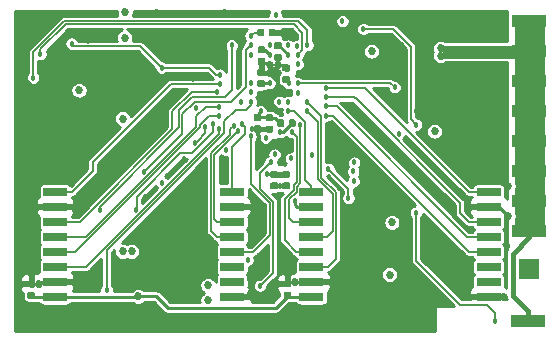
<source format=gbl>
G04 #@! TF.GenerationSoftware,KiCad,Pcbnew,(5.1.4-0-10_14)*
G04 #@! TF.CreationDate,2020-03-30T10:54:37+02:00*
G04 #@! TF.ProjectId,kapukiTRX-hw-trx,6b617075-6b69-4545-9258-2d68772d7472,rev?*
G04 #@! TF.SameCoordinates,Original*
G04 #@! TF.FileFunction,Copper,L4,Bot*
G04 #@! TF.FilePolarity,Positive*
%FSLAX46Y46*%
G04 Gerber Fmt 4.6, Leading zero omitted, Abs format (unit mm)*
G04 Created by KiCad (PCBNEW (5.1.4-0-10_14)) date 2020-03-30 10:54:37*
%MOMM*%
%LPD*%
G04 APERTURE LIST*
%ADD10C,0.100000*%
%ADD11C,0.590000*%
%ADD12R,3.000000X1.000000*%
%ADD13R,2.000000X0.700000*%
%ADD14R,1.700000X1.700000*%
%ADD15C,0.685800*%
%ADD16C,0.457200*%
%ADD17C,0.254000*%
%ADD18C,0.127000*%
%ADD19C,0.381000*%
G04 APERTURE END LIST*
D10*
G36*
X192843958Y-95895910D02*
G01*
X192858276Y-95898034D01*
X192872317Y-95901551D01*
X192885946Y-95906428D01*
X192899031Y-95912617D01*
X192911447Y-95920058D01*
X192923073Y-95928681D01*
X192933798Y-95938402D01*
X192943519Y-95949127D01*
X192952142Y-95960753D01*
X192959583Y-95973169D01*
X192965772Y-95986254D01*
X192970649Y-95999883D01*
X192974166Y-96013924D01*
X192976290Y-96028242D01*
X192977000Y-96042700D01*
X192977000Y-96387700D01*
X192976290Y-96402158D01*
X192974166Y-96416476D01*
X192970649Y-96430517D01*
X192965772Y-96444146D01*
X192959583Y-96457231D01*
X192952142Y-96469647D01*
X192943519Y-96481273D01*
X192933798Y-96491998D01*
X192923073Y-96501719D01*
X192911447Y-96510342D01*
X192899031Y-96517783D01*
X192885946Y-96523972D01*
X192872317Y-96528849D01*
X192858276Y-96532366D01*
X192843958Y-96534490D01*
X192829500Y-96535200D01*
X192534500Y-96535200D01*
X192520042Y-96534490D01*
X192505724Y-96532366D01*
X192491683Y-96528849D01*
X192478054Y-96523972D01*
X192464969Y-96517783D01*
X192452553Y-96510342D01*
X192440927Y-96501719D01*
X192430202Y-96491998D01*
X192420481Y-96481273D01*
X192411858Y-96469647D01*
X192404417Y-96457231D01*
X192398228Y-96444146D01*
X192393351Y-96430517D01*
X192389834Y-96416476D01*
X192387710Y-96402158D01*
X192387000Y-96387700D01*
X192387000Y-96042700D01*
X192387710Y-96028242D01*
X192389834Y-96013924D01*
X192393351Y-95999883D01*
X192398228Y-95986254D01*
X192404417Y-95973169D01*
X192411858Y-95960753D01*
X192420481Y-95949127D01*
X192430202Y-95938402D01*
X192440927Y-95928681D01*
X192452553Y-95920058D01*
X192464969Y-95912617D01*
X192478054Y-95906428D01*
X192491683Y-95901551D01*
X192505724Y-95898034D01*
X192520042Y-95895910D01*
X192534500Y-95895200D01*
X192829500Y-95895200D01*
X192843958Y-95895910D01*
X192843958Y-95895910D01*
G37*
D11*
X192682000Y-96215200D03*
D10*
G36*
X193813958Y-95895910D02*
G01*
X193828276Y-95898034D01*
X193842317Y-95901551D01*
X193855946Y-95906428D01*
X193869031Y-95912617D01*
X193881447Y-95920058D01*
X193893073Y-95928681D01*
X193903798Y-95938402D01*
X193913519Y-95949127D01*
X193922142Y-95960753D01*
X193929583Y-95973169D01*
X193935772Y-95986254D01*
X193940649Y-95999883D01*
X193944166Y-96013924D01*
X193946290Y-96028242D01*
X193947000Y-96042700D01*
X193947000Y-96387700D01*
X193946290Y-96402158D01*
X193944166Y-96416476D01*
X193940649Y-96430517D01*
X193935772Y-96444146D01*
X193929583Y-96457231D01*
X193922142Y-96469647D01*
X193913519Y-96481273D01*
X193903798Y-96491998D01*
X193893073Y-96501719D01*
X193881447Y-96510342D01*
X193869031Y-96517783D01*
X193855946Y-96523972D01*
X193842317Y-96528849D01*
X193828276Y-96532366D01*
X193813958Y-96534490D01*
X193799500Y-96535200D01*
X193504500Y-96535200D01*
X193490042Y-96534490D01*
X193475724Y-96532366D01*
X193461683Y-96528849D01*
X193448054Y-96523972D01*
X193434969Y-96517783D01*
X193422553Y-96510342D01*
X193410927Y-96501719D01*
X193400202Y-96491998D01*
X193390481Y-96481273D01*
X193381858Y-96469647D01*
X193374417Y-96457231D01*
X193368228Y-96444146D01*
X193363351Y-96430517D01*
X193359834Y-96416476D01*
X193357710Y-96402158D01*
X193357000Y-96387700D01*
X193357000Y-96042700D01*
X193357710Y-96028242D01*
X193359834Y-96013924D01*
X193363351Y-95999883D01*
X193368228Y-95986254D01*
X193374417Y-95973169D01*
X193381858Y-95960753D01*
X193390481Y-95949127D01*
X193400202Y-95938402D01*
X193410927Y-95928681D01*
X193422553Y-95920058D01*
X193434969Y-95912617D01*
X193448054Y-95906428D01*
X193461683Y-95901551D01*
X193475724Y-95898034D01*
X193490042Y-95895910D01*
X193504500Y-95895200D01*
X193799500Y-95895200D01*
X193813958Y-95895910D01*
X193813958Y-95895910D01*
G37*
D11*
X193652000Y-96215200D03*
D12*
X215265000Y-120650000D03*
D13*
X196961760Y-118595140D03*
X196961760Y-117325140D03*
X196961760Y-116055140D03*
X196961760Y-114785140D03*
X196961760Y-113515140D03*
X196961760Y-112245140D03*
X196961760Y-110975140D03*
X196961760Y-109705140D03*
X211963000Y-109705140D03*
X211963000Y-110975140D03*
X211963000Y-112245140D03*
X211963000Y-113515140D03*
X211963000Y-114785140D03*
X211963000Y-116055140D03*
X211963000Y-117325140D03*
X211963000Y-118595140D03*
D10*
G36*
X195004958Y-108902710D02*
G01*
X195019276Y-108904834D01*
X195033317Y-108908351D01*
X195046946Y-108913228D01*
X195060031Y-108919417D01*
X195072447Y-108926858D01*
X195084073Y-108935481D01*
X195094798Y-108945202D01*
X195104519Y-108955927D01*
X195113142Y-108967553D01*
X195120583Y-108979969D01*
X195126772Y-108993054D01*
X195131649Y-109006683D01*
X195135166Y-109020724D01*
X195137290Y-109035042D01*
X195138000Y-109049500D01*
X195138000Y-109344500D01*
X195137290Y-109358958D01*
X195135166Y-109373276D01*
X195131649Y-109387317D01*
X195126772Y-109400946D01*
X195120583Y-109414031D01*
X195113142Y-109426447D01*
X195104519Y-109438073D01*
X195094798Y-109448798D01*
X195084073Y-109458519D01*
X195072447Y-109467142D01*
X195060031Y-109474583D01*
X195046946Y-109480772D01*
X195033317Y-109485649D01*
X195019276Y-109489166D01*
X195004958Y-109491290D01*
X194990500Y-109492000D01*
X194645500Y-109492000D01*
X194631042Y-109491290D01*
X194616724Y-109489166D01*
X194602683Y-109485649D01*
X194589054Y-109480772D01*
X194575969Y-109474583D01*
X194563553Y-109467142D01*
X194551927Y-109458519D01*
X194541202Y-109448798D01*
X194531481Y-109438073D01*
X194522858Y-109426447D01*
X194515417Y-109414031D01*
X194509228Y-109400946D01*
X194504351Y-109387317D01*
X194500834Y-109373276D01*
X194498710Y-109358958D01*
X194498000Y-109344500D01*
X194498000Y-109049500D01*
X194498710Y-109035042D01*
X194500834Y-109020724D01*
X194504351Y-109006683D01*
X194509228Y-108993054D01*
X194515417Y-108979969D01*
X194522858Y-108967553D01*
X194531481Y-108955927D01*
X194541202Y-108945202D01*
X194551927Y-108935481D01*
X194563553Y-108926858D01*
X194575969Y-108919417D01*
X194589054Y-108913228D01*
X194602683Y-108908351D01*
X194616724Y-108904834D01*
X194631042Y-108902710D01*
X194645500Y-108902000D01*
X194990500Y-108902000D01*
X195004958Y-108902710D01*
X195004958Y-108902710D01*
G37*
D11*
X194818000Y-109197000D03*
D10*
G36*
X195004958Y-107932710D02*
G01*
X195019276Y-107934834D01*
X195033317Y-107938351D01*
X195046946Y-107943228D01*
X195060031Y-107949417D01*
X195072447Y-107956858D01*
X195084073Y-107965481D01*
X195094798Y-107975202D01*
X195104519Y-107985927D01*
X195113142Y-107997553D01*
X195120583Y-108009969D01*
X195126772Y-108023054D01*
X195131649Y-108036683D01*
X195135166Y-108050724D01*
X195137290Y-108065042D01*
X195138000Y-108079500D01*
X195138000Y-108374500D01*
X195137290Y-108388958D01*
X195135166Y-108403276D01*
X195131649Y-108417317D01*
X195126772Y-108430946D01*
X195120583Y-108444031D01*
X195113142Y-108456447D01*
X195104519Y-108468073D01*
X195094798Y-108478798D01*
X195084073Y-108488519D01*
X195072447Y-108497142D01*
X195060031Y-108504583D01*
X195046946Y-108510772D01*
X195033317Y-108515649D01*
X195019276Y-108519166D01*
X195004958Y-108521290D01*
X194990500Y-108522000D01*
X194645500Y-108522000D01*
X194631042Y-108521290D01*
X194616724Y-108519166D01*
X194602683Y-108515649D01*
X194589054Y-108510772D01*
X194575969Y-108504583D01*
X194563553Y-108497142D01*
X194551927Y-108488519D01*
X194541202Y-108478798D01*
X194531481Y-108468073D01*
X194522858Y-108456447D01*
X194515417Y-108444031D01*
X194509228Y-108430946D01*
X194504351Y-108417317D01*
X194500834Y-108403276D01*
X194498710Y-108388958D01*
X194498000Y-108374500D01*
X194498000Y-108079500D01*
X194498710Y-108065042D01*
X194500834Y-108050724D01*
X194504351Y-108036683D01*
X194509228Y-108023054D01*
X194515417Y-108009969D01*
X194522858Y-107997553D01*
X194531481Y-107985927D01*
X194541202Y-107975202D01*
X194551927Y-107965481D01*
X194563553Y-107956858D01*
X194575969Y-107949417D01*
X194589054Y-107943228D01*
X194602683Y-107938351D01*
X194616724Y-107934834D01*
X194631042Y-107932710D01*
X194645500Y-107932000D01*
X194990500Y-107932000D01*
X195004958Y-107932710D01*
X195004958Y-107932710D01*
G37*
D11*
X194818000Y-108227000D03*
D10*
G36*
X193988958Y-108902710D02*
G01*
X194003276Y-108904834D01*
X194017317Y-108908351D01*
X194030946Y-108913228D01*
X194044031Y-108919417D01*
X194056447Y-108926858D01*
X194068073Y-108935481D01*
X194078798Y-108945202D01*
X194088519Y-108955927D01*
X194097142Y-108967553D01*
X194104583Y-108979969D01*
X194110772Y-108993054D01*
X194115649Y-109006683D01*
X194119166Y-109020724D01*
X194121290Y-109035042D01*
X194122000Y-109049500D01*
X194122000Y-109344500D01*
X194121290Y-109358958D01*
X194119166Y-109373276D01*
X194115649Y-109387317D01*
X194110772Y-109400946D01*
X194104583Y-109414031D01*
X194097142Y-109426447D01*
X194088519Y-109438073D01*
X194078798Y-109448798D01*
X194068073Y-109458519D01*
X194056447Y-109467142D01*
X194044031Y-109474583D01*
X194030946Y-109480772D01*
X194017317Y-109485649D01*
X194003276Y-109489166D01*
X193988958Y-109491290D01*
X193974500Y-109492000D01*
X193629500Y-109492000D01*
X193615042Y-109491290D01*
X193600724Y-109489166D01*
X193586683Y-109485649D01*
X193573054Y-109480772D01*
X193559969Y-109474583D01*
X193547553Y-109467142D01*
X193535927Y-109458519D01*
X193525202Y-109448798D01*
X193515481Y-109438073D01*
X193506858Y-109426447D01*
X193499417Y-109414031D01*
X193493228Y-109400946D01*
X193488351Y-109387317D01*
X193484834Y-109373276D01*
X193482710Y-109358958D01*
X193482000Y-109344500D01*
X193482000Y-109049500D01*
X193482710Y-109035042D01*
X193484834Y-109020724D01*
X193488351Y-109006683D01*
X193493228Y-108993054D01*
X193499417Y-108979969D01*
X193506858Y-108967553D01*
X193515481Y-108955927D01*
X193525202Y-108945202D01*
X193535927Y-108935481D01*
X193547553Y-108926858D01*
X193559969Y-108919417D01*
X193573054Y-108913228D01*
X193586683Y-108908351D01*
X193600724Y-108904834D01*
X193615042Y-108902710D01*
X193629500Y-108902000D01*
X193974500Y-108902000D01*
X193988958Y-108902710D01*
X193988958Y-108902710D01*
G37*
D11*
X193802000Y-109197000D03*
D10*
G36*
X193988958Y-107932710D02*
G01*
X194003276Y-107934834D01*
X194017317Y-107938351D01*
X194030946Y-107943228D01*
X194044031Y-107949417D01*
X194056447Y-107956858D01*
X194068073Y-107965481D01*
X194078798Y-107975202D01*
X194088519Y-107985927D01*
X194097142Y-107997553D01*
X194104583Y-108009969D01*
X194110772Y-108023054D01*
X194115649Y-108036683D01*
X194119166Y-108050724D01*
X194121290Y-108065042D01*
X194122000Y-108079500D01*
X194122000Y-108374500D01*
X194121290Y-108388958D01*
X194119166Y-108403276D01*
X194115649Y-108417317D01*
X194110772Y-108430946D01*
X194104583Y-108444031D01*
X194097142Y-108456447D01*
X194088519Y-108468073D01*
X194078798Y-108478798D01*
X194068073Y-108488519D01*
X194056447Y-108497142D01*
X194044031Y-108504583D01*
X194030946Y-108510772D01*
X194017317Y-108515649D01*
X194003276Y-108519166D01*
X193988958Y-108521290D01*
X193974500Y-108522000D01*
X193629500Y-108522000D01*
X193615042Y-108521290D01*
X193600724Y-108519166D01*
X193586683Y-108515649D01*
X193573054Y-108510772D01*
X193559969Y-108504583D01*
X193547553Y-108497142D01*
X193535927Y-108488519D01*
X193525202Y-108478798D01*
X193515481Y-108468073D01*
X193506858Y-108456447D01*
X193499417Y-108444031D01*
X193493228Y-108430946D01*
X193488351Y-108417317D01*
X193484834Y-108403276D01*
X193482710Y-108388958D01*
X193482000Y-108374500D01*
X193482000Y-108079500D01*
X193482710Y-108065042D01*
X193484834Y-108050724D01*
X193488351Y-108036683D01*
X193493228Y-108023054D01*
X193499417Y-108009969D01*
X193506858Y-107997553D01*
X193515481Y-107985927D01*
X193525202Y-107975202D01*
X193535927Y-107965481D01*
X193547553Y-107956858D01*
X193559969Y-107949417D01*
X193573054Y-107943228D01*
X193586683Y-107938351D01*
X193600724Y-107934834D01*
X193615042Y-107932710D01*
X193629500Y-107932000D01*
X193974500Y-107932000D01*
X193988958Y-107932710D01*
X193988958Y-107932710D01*
G37*
D11*
X193802000Y-108227000D03*
D13*
X190261240Y-118595140D03*
X190261240Y-117325140D03*
X190261240Y-116055140D03*
X190261240Y-114785140D03*
X190261240Y-113515140D03*
X190261240Y-112245140D03*
X190261240Y-110975140D03*
X190261240Y-109705140D03*
X175260000Y-109705140D03*
X175260000Y-110975140D03*
X175260000Y-112245140D03*
X175260000Y-113515140D03*
X175260000Y-114785140D03*
X175260000Y-116055140D03*
X175260000Y-117325140D03*
X175260000Y-118595140D03*
D10*
G36*
X192896758Y-99271310D02*
G01*
X192911076Y-99273434D01*
X192925117Y-99276951D01*
X192938746Y-99281828D01*
X192951831Y-99288017D01*
X192964247Y-99295458D01*
X192975873Y-99304081D01*
X192986598Y-99313802D01*
X192996319Y-99324527D01*
X193004942Y-99336153D01*
X193012383Y-99348569D01*
X193018572Y-99361654D01*
X193023449Y-99375283D01*
X193026966Y-99389324D01*
X193029090Y-99403642D01*
X193029800Y-99418100D01*
X193029800Y-99713100D01*
X193029090Y-99727558D01*
X193026966Y-99741876D01*
X193023449Y-99755917D01*
X193018572Y-99769546D01*
X193012383Y-99782631D01*
X193004942Y-99795047D01*
X192996319Y-99806673D01*
X192986598Y-99817398D01*
X192975873Y-99827119D01*
X192964247Y-99835742D01*
X192951831Y-99843183D01*
X192938746Y-99849372D01*
X192925117Y-99854249D01*
X192911076Y-99857766D01*
X192896758Y-99859890D01*
X192882300Y-99860600D01*
X192537300Y-99860600D01*
X192522842Y-99859890D01*
X192508524Y-99857766D01*
X192494483Y-99854249D01*
X192480854Y-99849372D01*
X192467769Y-99843183D01*
X192455353Y-99835742D01*
X192443727Y-99827119D01*
X192433002Y-99817398D01*
X192423281Y-99806673D01*
X192414658Y-99795047D01*
X192407217Y-99782631D01*
X192401028Y-99769546D01*
X192396151Y-99755917D01*
X192392634Y-99741876D01*
X192390510Y-99727558D01*
X192389800Y-99713100D01*
X192389800Y-99418100D01*
X192390510Y-99403642D01*
X192392634Y-99389324D01*
X192396151Y-99375283D01*
X192401028Y-99361654D01*
X192407217Y-99348569D01*
X192414658Y-99336153D01*
X192423281Y-99324527D01*
X192433002Y-99313802D01*
X192443727Y-99304081D01*
X192455353Y-99295458D01*
X192467769Y-99288017D01*
X192480854Y-99281828D01*
X192494483Y-99276951D01*
X192508524Y-99273434D01*
X192522842Y-99271310D01*
X192537300Y-99270600D01*
X192882300Y-99270600D01*
X192896758Y-99271310D01*
X192896758Y-99271310D01*
G37*
D11*
X192709800Y-99565600D03*
D10*
G36*
X192896758Y-100241310D02*
G01*
X192911076Y-100243434D01*
X192925117Y-100246951D01*
X192938746Y-100251828D01*
X192951831Y-100258017D01*
X192964247Y-100265458D01*
X192975873Y-100274081D01*
X192986598Y-100283802D01*
X192996319Y-100294527D01*
X193004942Y-100306153D01*
X193012383Y-100318569D01*
X193018572Y-100331654D01*
X193023449Y-100345283D01*
X193026966Y-100359324D01*
X193029090Y-100373642D01*
X193029800Y-100388100D01*
X193029800Y-100683100D01*
X193029090Y-100697558D01*
X193026966Y-100711876D01*
X193023449Y-100725917D01*
X193018572Y-100739546D01*
X193012383Y-100752631D01*
X193004942Y-100765047D01*
X192996319Y-100776673D01*
X192986598Y-100787398D01*
X192975873Y-100797119D01*
X192964247Y-100805742D01*
X192951831Y-100813183D01*
X192938746Y-100819372D01*
X192925117Y-100824249D01*
X192911076Y-100827766D01*
X192896758Y-100829890D01*
X192882300Y-100830600D01*
X192537300Y-100830600D01*
X192522842Y-100829890D01*
X192508524Y-100827766D01*
X192494483Y-100824249D01*
X192480854Y-100819372D01*
X192467769Y-100813183D01*
X192455353Y-100805742D01*
X192443727Y-100797119D01*
X192433002Y-100787398D01*
X192423281Y-100776673D01*
X192414658Y-100765047D01*
X192407217Y-100752631D01*
X192401028Y-100739546D01*
X192396151Y-100725917D01*
X192392634Y-100711876D01*
X192390510Y-100697558D01*
X192389800Y-100683100D01*
X192389800Y-100388100D01*
X192390510Y-100373642D01*
X192392634Y-100359324D01*
X192396151Y-100345283D01*
X192401028Y-100331654D01*
X192407217Y-100318569D01*
X192414658Y-100306153D01*
X192423281Y-100294527D01*
X192433002Y-100283802D01*
X192443727Y-100274081D01*
X192455353Y-100265458D01*
X192467769Y-100258017D01*
X192480854Y-100251828D01*
X192494483Y-100246951D01*
X192508524Y-100243434D01*
X192522842Y-100241310D01*
X192537300Y-100240600D01*
X192882300Y-100240600D01*
X192896758Y-100241310D01*
X192896758Y-100241310D01*
G37*
D11*
X192709800Y-100535600D03*
D10*
G36*
X194319158Y-98008510D02*
G01*
X194333476Y-98010634D01*
X194347517Y-98014151D01*
X194361146Y-98019028D01*
X194374231Y-98025217D01*
X194386647Y-98032658D01*
X194398273Y-98041281D01*
X194408998Y-98051002D01*
X194418719Y-98061727D01*
X194427342Y-98073353D01*
X194434783Y-98085769D01*
X194440972Y-98098854D01*
X194445849Y-98112483D01*
X194449366Y-98126524D01*
X194451490Y-98140842D01*
X194452200Y-98155300D01*
X194452200Y-98450300D01*
X194451490Y-98464758D01*
X194449366Y-98479076D01*
X194445849Y-98493117D01*
X194440972Y-98506746D01*
X194434783Y-98519831D01*
X194427342Y-98532247D01*
X194418719Y-98543873D01*
X194408998Y-98554598D01*
X194398273Y-98564319D01*
X194386647Y-98572942D01*
X194374231Y-98580383D01*
X194361146Y-98586572D01*
X194347517Y-98591449D01*
X194333476Y-98594966D01*
X194319158Y-98597090D01*
X194304700Y-98597800D01*
X193959700Y-98597800D01*
X193945242Y-98597090D01*
X193930924Y-98594966D01*
X193916883Y-98591449D01*
X193903254Y-98586572D01*
X193890169Y-98580383D01*
X193877753Y-98572942D01*
X193866127Y-98564319D01*
X193855402Y-98554598D01*
X193845681Y-98543873D01*
X193837058Y-98532247D01*
X193829617Y-98519831D01*
X193823428Y-98506746D01*
X193818551Y-98493117D01*
X193815034Y-98479076D01*
X193812910Y-98464758D01*
X193812200Y-98450300D01*
X193812200Y-98155300D01*
X193812910Y-98140842D01*
X193815034Y-98126524D01*
X193818551Y-98112483D01*
X193823428Y-98098854D01*
X193829617Y-98085769D01*
X193837058Y-98073353D01*
X193845681Y-98061727D01*
X193855402Y-98051002D01*
X193866127Y-98041281D01*
X193877753Y-98032658D01*
X193890169Y-98025217D01*
X193903254Y-98019028D01*
X193916883Y-98014151D01*
X193930924Y-98010634D01*
X193945242Y-98008510D01*
X193959700Y-98007800D01*
X194304700Y-98007800D01*
X194319158Y-98008510D01*
X194319158Y-98008510D01*
G37*
D11*
X194132200Y-98302800D03*
D10*
G36*
X194319158Y-97038510D02*
G01*
X194333476Y-97040634D01*
X194347517Y-97044151D01*
X194361146Y-97049028D01*
X194374231Y-97055217D01*
X194386647Y-97062658D01*
X194398273Y-97071281D01*
X194408998Y-97081002D01*
X194418719Y-97091727D01*
X194427342Y-97103353D01*
X194434783Y-97115769D01*
X194440972Y-97128854D01*
X194445849Y-97142483D01*
X194449366Y-97156524D01*
X194451490Y-97170842D01*
X194452200Y-97185300D01*
X194452200Y-97480300D01*
X194451490Y-97494758D01*
X194449366Y-97509076D01*
X194445849Y-97523117D01*
X194440972Y-97536746D01*
X194434783Y-97549831D01*
X194427342Y-97562247D01*
X194418719Y-97573873D01*
X194408998Y-97584598D01*
X194398273Y-97594319D01*
X194386647Y-97602942D01*
X194374231Y-97610383D01*
X194361146Y-97616572D01*
X194347517Y-97621449D01*
X194333476Y-97624966D01*
X194319158Y-97627090D01*
X194304700Y-97627800D01*
X193959700Y-97627800D01*
X193945242Y-97627090D01*
X193930924Y-97624966D01*
X193916883Y-97621449D01*
X193903254Y-97616572D01*
X193890169Y-97610383D01*
X193877753Y-97602942D01*
X193866127Y-97594319D01*
X193855402Y-97584598D01*
X193845681Y-97573873D01*
X193837058Y-97562247D01*
X193829617Y-97549831D01*
X193823428Y-97536746D01*
X193818551Y-97523117D01*
X193815034Y-97509076D01*
X193812910Y-97494758D01*
X193812200Y-97480300D01*
X193812200Y-97185300D01*
X193812910Y-97170842D01*
X193815034Y-97156524D01*
X193818551Y-97142483D01*
X193823428Y-97128854D01*
X193829617Y-97115769D01*
X193837058Y-97103353D01*
X193845681Y-97091727D01*
X193855402Y-97081002D01*
X193866127Y-97071281D01*
X193877753Y-97062658D01*
X193890169Y-97055217D01*
X193903254Y-97049028D01*
X193916883Y-97044151D01*
X193930924Y-97040634D01*
X193945242Y-97038510D01*
X193959700Y-97037800D01*
X194304700Y-97037800D01*
X194319158Y-97038510D01*
X194319158Y-97038510D01*
G37*
D11*
X194132200Y-97332800D03*
D10*
G36*
X192922158Y-97391710D02*
G01*
X192936476Y-97393834D01*
X192950517Y-97397351D01*
X192964146Y-97402228D01*
X192977231Y-97408417D01*
X192989647Y-97415858D01*
X193001273Y-97424481D01*
X193011998Y-97434202D01*
X193021719Y-97444927D01*
X193030342Y-97456553D01*
X193037783Y-97468969D01*
X193043972Y-97482054D01*
X193048849Y-97495683D01*
X193052366Y-97509724D01*
X193054490Y-97524042D01*
X193055200Y-97538500D01*
X193055200Y-97833500D01*
X193054490Y-97847958D01*
X193052366Y-97862276D01*
X193048849Y-97876317D01*
X193043972Y-97889946D01*
X193037783Y-97903031D01*
X193030342Y-97915447D01*
X193021719Y-97927073D01*
X193011998Y-97937798D01*
X193001273Y-97947519D01*
X192989647Y-97956142D01*
X192977231Y-97963583D01*
X192964146Y-97969772D01*
X192950517Y-97974649D01*
X192936476Y-97978166D01*
X192922158Y-97980290D01*
X192907700Y-97981000D01*
X192562700Y-97981000D01*
X192548242Y-97980290D01*
X192533924Y-97978166D01*
X192519883Y-97974649D01*
X192506254Y-97969772D01*
X192493169Y-97963583D01*
X192480753Y-97956142D01*
X192469127Y-97947519D01*
X192458402Y-97937798D01*
X192448681Y-97927073D01*
X192440058Y-97915447D01*
X192432617Y-97903031D01*
X192426428Y-97889946D01*
X192421551Y-97876317D01*
X192418034Y-97862276D01*
X192415910Y-97847958D01*
X192415200Y-97833500D01*
X192415200Y-97538500D01*
X192415910Y-97524042D01*
X192418034Y-97509724D01*
X192421551Y-97495683D01*
X192426428Y-97482054D01*
X192432617Y-97468969D01*
X192440058Y-97456553D01*
X192448681Y-97444927D01*
X192458402Y-97434202D01*
X192469127Y-97424481D01*
X192480753Y-97415858D01*
X192493169Y-97408417D01*
X192506254Y-97402228D01*
X192519883Y-97397351D01*
X192533924Y-97393834D01*
X192548242Y-97391710D01*
X192562700Y-97391000D01*
X192907700Y-97391000D01*
X192922158Y-97391710D01*
X192922158Y-97391710D01*
G37*
D11*
X192735200Y-97686000D03*
D10*
G36*
X192922158Y-98361710D02*
G01*
X192936476Y-98363834D01*
X192950517Y-98367351D01*
X192964146Y-98372228D01*
X192977231Y-98378417D01*
X192989647Y-98385858D01*
X193001273Y-98394481D01*
X193011998Y-98404202D01*
X193021719Y-98414927D01*
X193030342Y-98426553D01*
X193037783Y-98438969D01*
X193043972Y-98452054D01*
X193048849Y-98465683D01*
X193052366Y-98479724D01*
X193054490Y-98494042D01*
X193055200Y-98508500D01*
X193055200Y-98803500D01*
X193054490Y-98817958D01*
X193052366Y-98832276D01*
X193048849Y-98846317D01*
X193043972Y-98859946D01*
X193037783Y-98873031D01*
X193030342Y-98885447D01*
X193021719Y-98897073D01*
X193011998Y-98907798D01*
X193001273Y-98917519D01*
X192989647Y-98926142D01*
X192977231Y-98933583D01*
X192964146Y-98939772D01*
X192950517Y-98944649D01*
X192936476Y-98948166D01*
X192922158Y-98950290D01*
X192907700Y-98951000D01*
X192562700Y-98951000D01*
X192548242Y-98950290D01*
X192533924Y-98948166D01*
X192519883Y-98944649D01*
X192506254Y-98939772D01*
X192493169Y-98933583D01*
X192480753Y-98926142D01*
X192469127Y-98917519D01*
X192458402Y-98907798D01*
X192448681Y-98897073D01*
X192440058Y-98885447D01*
X192432617Y-98873031D01*
X192426428Y-98859946D01*
X192421551Y-98846317D01*
X192418034Y-98832276D01*
X192415910Y-98817958D01*
X192415200Y-98803500D01*
X192415200Y-98508500D01*
X192415910Y-98494042D01*
X192418034Y-98479724D01*
X192421551Y-98465683D01*
X192426428Y-98452054D01*
X192432617Y-98438969D01*
X192440058Y-98426553D01*
X192448681Y-98414927D01*
X192458402Y-98404202D01*
X192469127Y-98394481D01*
X192480753Y-98385858D01*
X192493169Y-98378417D01*
X192506254Y-98372228D01*
X192519883Y-98367351D01*
X192533924Y-98363834D01*
X192548242Y-98361710D01*
X192562700Y-98361000D01*
X192907700Y-98361000D01*
X192922158Y-98361710D01*
X192922158Y-98361710D01*
G37*
D11*
X192735200Y-98656000D03*
D10*
G36*
X195004958Y-99885710D02*
G01*
X195019276Y-99887834D01*
X195033317Y-99891351D01*
X195046946Y-99896228D01*
X195060031Y-99902417D01*
X195072447Y-99909858D01*
X195084073Y-99918481D01*
X195094798Y-99928202D01*
X195104519Y-99938927D01*
X195113142Y-99950553D01*
X195120583Y-99962969D01*
X195126772Y-99976054D01*
X195131649Y-99989683D01*
X195135166Y-100003724D01*
X195137290Y-100018042D01*
X195138000Y-100032500D01*
X195138000Y-100327500D01*
X195137290Y-100341958D01*
X195135166Y-100356276D01*
X195131649Y-100370317D01*
X195126772Y-100383946D01*
X195120583Y-100397031D01*
X195113142Y-100409447D01*
X195104519Y-100421073D01*
X195094798Y-100431798D01*
X195084073Y-100441519D01*
X195072447Y-100450142D01*
X195060031Y-100457583D01*
X195046946Y-100463772D01*
X195033317Y-100468649D01*
X195019276Y-100472166D01*
X195004958Y-100474290D01*
X194990500Y-100475000D01*
X194645500Y-100475000D01*
X194631042Y-100474290D01*
X194616724Y-100472166D01*
X194602683Y-100468649D01*
X194589054Y-100463772D01*
X194575969Y-100457583D01*
X194563553Y-100450142D01*
X194551927Y-100441519D01*
X194541202Y-100431798D01*
X194531481Y-100421073D01*
X194522858Y-100409447D01*
X194515417Y-100397031D01*
X194509228Y-100383946D01*
X194504351Y-100370317D01*
X194500834Y-100356276D01*
X194498710Y-100341958D01*
X194498000Y-100327500D01*
X194498000Y-100032500D01*
X194498710Y-100018042D01*
X194500834Y-100003724D01*
X194504351Y-99989683D01*
X194509228Y-99976054D01*
X194515417Y-99962969D01*
X194522858Y-99950553D01*
X194531481Y-99938927D01*
X194541202Y-99928202D01*
X194551927Y-99918481D01*
X194563553Y-99909858D01*
X194575969Y-99902417D01*
X194589054Y-99896228D01*
X194602683Y-99891351D01*
X194616724Y-99887834D01*
X194631042Y-99885710D01*
X194645500Y-99885000D01*
X194990500Y-99885000D01*
X195004958Y-99885710D01*
X195004958Y-99885710D01*
G37*
D11*
X194818000Y-100180000D03*
D10*
G36*
X195004958Y-98915710D02*
G01*
X195019276Y-98917834D01*
X195033317Y-98921351D01*
X195046946Y-98926228D01*
X195060031Y-98932417D01*
X195072447Y-98939858D01*
X195084073Y-98948481D01*
X195094798Y-98958202D01*
X195104519Y-98968927D01*
X195113142Y-98980553D01*
X195120583Y-98992969D01*
X195126772Y-99006054D01*
X195131649Y-99019683D01*
X195135166Y-99033724D01*
X195137290Y-99048042D01*
X195138000Y-99062500D01*
X195138000Y-99357500D01*
X195137290Y-99371958D01*
X195135166Y-99386276D01*
X195131649Y-99400317D01*
X195126772Y-99413946D01*
X195120583Y-99427031D01*
X195113142Y-99439447D01*
X195104519Y-99451073D01*
X195094798Y-99461798D01*
X195084073Y-99471519D01*
X195072447Y-99480142D01*
X195060031Y-99487583D01*
X195046946Y-99493772D01*
X195033317Y-99498649D01*
X195019276Y-99502166D01*
X195004958Y-99504290D01*
X194990500Y-99505000D01*
X194645500Y-99505000D01*
X194631042Y-99504290D01*
X194616724Y-99502166D01*
X194602683Y-99498649D01*
X194589054Y-99493772D01*
X194575969Y-99487583D01*
X194563553Y-99480142D01*
X194551927Y-99471519D01*
X194541202Y-99461798D01*
X194531481Y-99451073D01*
X194522858Y-99439447D01*
X194515417Y-99427031D01*
X194509228Y-99413946D01*
X194504351Y-99400317D01*
X194500834Y-99386276D01*
X194498710Y-99371958D01*
X194498000Y-99357500D01*
X194498000Y-99062500D01*
X194498710Y-99048042D01*
X194500834Y-99033724D01*
X194504351Y-99019683D01*
X194509228Y-99006054D01*
X194515417Y-98992969D01*
X194522858Y-98980553D01*
X194531481Y-98968927D01*
X194541202Y-98958202D01*
X194551927Y-98948481D01*
X194563553Y-98939858D01*
X194575969Y-98932417D01*
X194589054Y-98926228D01*
X194602683Y-98921351D01*
X194616724Y-98917834D01*
X194631042Y-98915710D01*
X194645500Y-98915000D01*
X194990500Y-98915000D01*
X195004958Y-98915710D01*
X195004958Y-98915710D01*
G37*
D11*
X194818000Y-99210000D03*
D10*
G36*
X192591958Y-104076710D02*
G01*
X192606276Y-104078834D01*
X192620317Y-104082351D01*
X192633946Y-104087228D01*
X192647031Y-104093417D01*
X192659447Y-104100858D01*
X192671073Y-104109481D01*
X192681798Y-104119202D01*
X192691519Y-104129927D01*
X192700142Y-104141553D01*
X192707583Y-104153969D01*
X192713772Y-104167054D01*
X192718649Y-104180683D01*
X192722166Y-104194724D01*
X192724290Y-104209042D01*
X192725000Y-104223500D01*
X192725000Y-104518500D01*
X192724290Y-104532958D01*
X192722166Y-104547276D01*
X192718649Y-104561317D01*
X192713772Y-104574946D01*
X192707583Y-104588031D01*
X192700142Y-104600447D01*
X192691519Y-104612073D01*
X192681798Y-104622798D01*
X192671073Y-104632519D01*
X192659447Y-104641142D01*
X192647031Y-104648583D01*
X192633946Y-104654772D01*
X192620317Y-104659649D01*
X192606276Y-104663166D01*
X192591958Y-104665290D01*
X192577500Y-104666000D01*
X192232500Y-104666000D01*
X192218042Y-104665290D01*
X192203724Y-104663166D01*
X192189683Y-104659649D01*
X192176054Y-104654772D01*
X192162969Y-104648583D01*
X192150553Y-104641142D01*
X192138927Y-104632519D01*
X192128202Y-104622798D01*
X192118481Y-104612073D01*
X192109858Y-104600447D01*
X192102417Y-104588031D01*
X192096228Y-104574946D01*
X192091351Y-104561317D01*
X192087834Y-104547276D01*
X192085710Y-104532958D01*
X192085000Y-104518500D01*
X192085000Y-104223500D01*
X192085710Y-104209042D01*
X192087834Y-104194724D01*
X192091351Y-104180683D01*
X192096228Y-104167054D01*
X192102417Y-104153969D01*
X192109858Y-104141553D01*
X192118481Y-104129927D01*
X192128202Y-104119202D01*
X192138927Y-104109481D01*
X192150553Y-104100858D01*
X192162969Y-104093417D01*
X192176054Y-104087228D01*
X192189683Y-104082351D01*
X192203724Y-104078834D01*
X192218042Y-104076710D01*
X192232500Y-104076000D01*
X192577500Y-104076000D01*
X192591958Y-104076710D01*
X192591958Y-104076710D01*
G37*
D11*
X192405000Y-104371000D03*
D10*
G36*
X192591958Y-103106710D02*
G01*
X192606276Y-103108834D01*
X192620317Y-103112351D01*
X192633946Y-103117228D01*
X192647031Y-103123417D01*
X192659447Y-103130858D01*
X192671073Y-103139481D01*
X192681798Y-103149202D01*
X192691519Y-103159927D01*
X192700142Y-103171553D01*
X192707583Y-103183969D01*
X192713772Y-103197054D01*
X192718649Y-103210683D01*
X192722166Y-103224724D01*
X192724290Y-103239042D01*
X192725000Y-103253500D01*
X192725000Y-103548500D01*
X192724290Y-103562958D01*
X192722166Y-103577276D01*
X192718649Y-103591317D01*
X192713772Y-103604946D01*
X192707583Y-103618031D01*
X192700142Y-103630447D01*
X192691519Y-103642073D01*
X192681798Y-103652798D01*
X192671073Y-103662519D01*
X192659447Y-103671142D01*
X192647031Y-103678583D01*
X192633946Y-103684772D01*
X192620317Y-103689649D01*
X192606276Y-103693166D01*
X192591958Y-103695290D01*
X192577500Y-103696000D01*
X192232500Y-103696000D01*
X192218042Y-103695290D01*
X192203724Y-103693166D01*
X192189683Y-103689649D01*
X192176054Y-103684772D01*
X192162969Y-103678583D01*
X192150553Y-103671142D01*
X192138927Y-103662519D01*
X192128202Y-103652798D01*
X192118481Y-103642073D01*
X192109858Y-103630447D01*
X192102417Y-103618031D01*
X192096228Y-103604946D01*
X192091351Y-103591317D01*
X192087834Y-103577276D01*
X192085710Y-103562958D01*
X192085000Y-103548500D01*
X192085000Y-103253500D01*
X192085710Y-103239042D01*
X192087834Y-103224724D01*
X192091351Y-103210683D01*
X192096228Y-103197054D01*
X192102417Y-103183969D01*
X192109858Y-103171553D01*
X192118481Y-103159927D01*
X192128202Y-103149202D01*
X192138927Y-103139481D01*
X192150553Y-103130858D01*
X192162969Y-103123417D01*
X192176054Y-103117228D01*
X192189683Y-103112351D01*
X192203724Y-103108834D01*
X192218042Y-103106710D01*
X192232500Y-103106000D01*
X192577500Y-103106000D01*
X192591958Y-103106710D01*
X192591958Y-103106710D01*
G37*
D11*
X192405000Y-103401000D03*
D10*
G36*
X193607958Y-104099710D02*
G01*
X193622276Y-104101834D01*
X193636317Y-104105351D01*
X193649946Y-104110228D01*
X193663031Y-104116417D01*
X193675447Y-104123858D01*
X193687073Y-104132481D01*
X193697798Y-104142202D01*
X193707519Y-104152927D01*
X193716142Y-104164553D01*
X193723583Y-104176969D01*
X193729772Y-104190054D01*
X193734649Y-104203683D01*
X193738166Y-104217724D01*
X193740290Y-104232042D01*
X193741000Y-104246500D01*
X193741000Y-104541500D01*
X193740290Y-104555958D01*
X193738166Y-104570276D01*
X193734649Y-104584317D01*
X193729772Y-104597946D01*
X193723583Y-104611031D01*
X193716142Y-104623447D01*
X193707519Y-104635073D01*
X193697798Y-104645798D01*
X193687073Y-104655519D01*
X193675447Y-104664142D01*
X193663031Y-104671583D01*
X193649946Y-104677772D01*
X193636317Y-104682649D01*
X193622276Y-104686166D01*
X193607958Y-104688290D01*
X193593500Y-104689000D01*
X193248500Y-104689000D01*
X193234042Y-104688290D01*
X193219724Y-104686166D01*
X193205683Y-104682649D01*
X193192054Y-104677772D01*
X193178969Y-104671583D01*
X193166553Y-104664142D01*
X193154927Y-104655519D01*
X193144202Y-104645798D01*
X193134481Y-104635073D01*
X193125858Y-104623447D01*
X193118417Y-104611031D01*
X193112228Y-104597946D01*
X193107351Y-104584317D01*
X193103834Y-104570276D01*
X193101710Y-104555958D01*
X193101000Y-104541500D01*
X193101000Y-104246500D01*
X193101710Y-104232042D01*
X193103834Y-104217724D01*
X193107351Y-104203683D01*
X193112228Y-104190054D01*
X193118417Y-104176969D01*
X193125858Y-104164553D01*
X193134481Y-104152927D01*
X193144202Y-104142202D01*
X193154927Y-104132481D01*
X193166553Y-104123858D01*
X193178969Y-104116417D01*
X193192054Y-104110228D01*
X193205683Y-104105351D01*
X193219724Y-104101834D01*
X193234042Y-104099710D01*
X193248500Y-104099000D01*
X193593500Y-104099000D01*
X193607958Y-104099710D01*
X193607958Y-104099710D01*
G37*
D11*
X193421000Y-104394000D03*
D10*
G36*
X193607958Y-103129710D02*
G01*
X193622276Y-103131834D01*
X193636317Y-103135351D01*
X193649946Y-103140228D01*
X193663031Y-103146417D01*
X193675447Y-103153858D01*
X193687073Y-103162481D01*
X193697798Y-103172202D01*
X193707519Y-103182927D01*
X193716142Y-103194553D01*
X193723583Y-103206969D01*
X193729772Y-103220054D01*
X193734649Y-103233683D01*
X193738166Y-103247724D01*
X193740290Y-103262042D01*
X193741000Y-103276500D01*
X193741000Y-103571500D01*
X193740290Y-103585958D01*
X193738166Y-103600276D01*
X193734649Y-103614317D01*
X193729772Y-103627946D01*
X193723583Y-103641031D01*
X193716142Y-103653447D01*
X193707519Y-103665073D01*
X193697798Y-103675798D01*
X193687073Y-103685519D01*
X193675447Y-103694142D01*
X193663031Y-103701583D01*
X193649946Y-103707772D01*
X193636317Y-103712649D01*
X193622276Y-103716166D01*
X193607958Y-103718290D01*
X193593500Y-103719000D01*
X193248500Y-103719000D01*
X193234042Y-103718290D01*
X193219724Y-103716166D01*
X193205683Y-103712649D01*
X193192054Y-103707772D01*
X193178969Y-103701583D01*
X193166553Y-103694142D01*
X193154927Y-103685519D01*
X193144202Y-103675798D01*
X193134481Y-103665073D01*
X193125858Y-103653447D01*
X193118417Y-103641031D01*
X193112228Y-103627946D01*
X193107351Y-103614317D01*
X193103834Y-103600276D01*
X193101710Y-103585958D01*
X193101000Y-103571500D01*
X193101000Y-103276500D01*
X193101710Y-103262042D01*
X193103834Y-103247724D01*
X193107351Y-103233683D01*
X193112228Y-103220054D01*
X193118417Y-103206969D01*
X193125858Y-103194553D01*
X193134481Y-103182927D01*
X193144202Y-103172202D01*
X193154927Y-103162481D01*
X193166553Y-103153858D01*
X193178969Y-103146417D01*
X193192054Y-103140228D01*
X193205683Y-103135351D01*
X193219724Y-103131834D01*
X193234042Y-103129710D01*
X193248500Y-103129000D01*
X193593500Y-103129000D01*
X193607958Y-103129710D01*
X193607958Y-103129710D01*
G37*
D11*
X193421000Y-103424000D03*
D10*
G36*
X195131958Y-118150710D02*
G01*
X195146276Y-118152834D01*
X195160317Y-118156351D01*
X195173946Y-118161228D01*
X195187031Y-118167417D01*
X195199447Y-118174858D01*
X195211073Y-118183481D01*
X195221798Y-118193202D01*
X195231519Y-118203927D01*
X195240142Y-118215553D01*
X195247583Y-118227969D01*
X195253772Y-118241054D01*
X195258649Y-118254683D01*
X195262166Y-118268724D01*
X195264290Y-118283042D01*
X195265000Y-118297500D01*
X195265000Y-118592500D01*
X195264290Y-118606958D01*
X195262166Y-118621276D01*
X195258649Y-118635317D01*
X195253772Y-118648946D01*
X195247583Y-118662031D01*
X195240142Y-118674447D01*
X195231519Y-118686073D01*
X195221798Y-118696798D01*
X195211073Y-118706519D01*
X195199447Y-118715142D01*
X195187031Y-118722583D01*
X195173946Y-118728772D01*
X195160317Y-118733649D01*
X195146276Y-118737166D01*
X195131958Y-118739290D01*
X195117500Y-118740000D01*
X194772500Y-118740000D01*
X194758042Y-118739290D01*
X194743724Y-118737166D01*
X194729683Y-118733649D01*
X194716054Y-118728772D01*
X194702969Y-118722583D01*
X194690553Y-118715142D01*
X194678927Y-118706519D01*
X194668202Y-118696798D01*
X194658481Y-118686073D01*
X194649858Y-118674447D01*
X194642417Y-118662031D01*
X194636228Y-118648946D01*
X194631351Y-118635317D01*
X194627834Y-118621276D01*
X194625710Y-118606958D01*
X194625000Y-118592500D01*
X194625000Y-118297500D01*
X194625710Y-118283042D01*
X194627834Y-118268724D01*
X194631351Y-118254683D01*
X194636228Y-118241054D01*
X194642417Y-118227969D01*
X194649858Y-118215553D01*
X194658481Y-118203927D01*
X194668202Y-118193202D01*
X194678927Y-118183481D01*
X194690553Y-118174858D01*
X194702969Y-118167417D01*
X194716054Y-118161228D01*
X194729683Y-118156351D01*
X194743724Y-118152834D01*
X194758042Y-118150710D01*
X194772500Y-118150000D01*
X195117500Y-118150000D01*
X195131958Y-118150710D01*
X195131958Y-118150710D01*
G37*
D11*
X194945000Y-118445000D03*
D10*
G36*
X195131958Y-117180710D02*
G01*
X195146276Y-117182834D01*
X195160317Y-117186351D01*
X195173946Y-117191228D01*
X195187031Y-117197417D01*
X195199447Y-117204858D01*
X195211073Y-117213481D01*
X195221798Y-117223202D01*
X195231519Y-117233927D01*
X195240142Y-117245553D01*
X195247583Y-117257969D01*
X195253772Y-117271054D01*
X195258649Y-117284683D01*
X195262166Y-117298724D01*
X195264290Y-117313042D01*
X195265000Y-117327500D01*
X195265000Y-117622500D01*
X195264290Y-117636958D01*
X195262166Y-117651276D01*
X195258649Y-117665317D01*
X195253772Y-117678946D01*
X195247583Y-117692031D01*
X195240142Y-117704447D01*
X195231519Y-117716073D01*
X195221798Y-117726798D01*
X195211073Y-117736519D01*
X195199447Y-117745142D01*
X195187031Y-117752583D01*
X195173946Y-117758772D01*
X195160317Y-117763649D01*
X195146276Y-117767166D01*
X195131958Y-117769290D01*
X195117500Y-117770000D01*
X194772500Y-117770000D01*
X194758042Y-117769290D01*
X194743724Y-117767166D01*
X194729683Y-117763649D01*
X194716054Y-117758772D01*
X194702969Y-117752583D01*
X194690553Y-117745142D01*
X194678927Y-117736519D01*
X194668202Y-117726798D01*
X194658481Y-117716073D01*
X194649858Y-117704447D01*
X194642417Y-117692031D01*
X194636228Y-117678946D01*
X194631351Y-117665317D01*
X194627834Y-117651276D01*
X194625710Y-117636958D01*
X194625000Y-117622500D01*
X194625000Y-117327500D01*
X194625710Y-117313042D01*
X194627834Y-117298724D01*
X194631351Y-117284683D01*
X194636228Y-117271054D01*
X194642417Y-117257969D01*
X194649858Y-117245553D01*
X194658481Y-117233927D01*
X194668202Y-117223202D01*
X194678927Y-117213481D01*
X194690553Y-117204858D01*
X194702969Y-117197417D01*
X194716054Y-117191228D01*
X194729683Y-117186351D01*
X194743724Y-117182834D01*
X194758042Y-117180710D01*
X194772500Y-117180000D01*
X195117500Y-117180000D01*
X195131958Y-117180710D01*
X195131958Y-117180710D01*
G37*
D11*
X194945000Y-117475000D03*
D10*
G36*
X195487958Y-103566710D02*
G01*
X195502276Y-103568834D01*
X195516317Y-103572351D01*
X195529946Y-103577228D01*
X195543031Y-103583417D01*
X195555447Y-103590858D01*
X195567073Y-103599481D01*
X195577798Y-103609202D01*
X195587519Y-103619927D01*
X195596142Y-103631553D01*
X195603583Y-103643969D01*
X195609772Y-103657054D01*
X195614649Y-103670683D01*
X195618166Y-103684724D01*
X195620290Y-103699042D01*
X195621000Y-103713500D01*
X195621000Y-104058500D01*
X195620290Y-104072958D01*
X195618166Y-104087276D01*
X195614649Y-104101317D01*
X195609772Y-104114946D01*
X195603583Y-104128031D01*
X195596142Y-104140447D01*
X195587519Y-104152073D01*
X195577798Y-104162798D01*
X195567073Y-104172519D01*
X195555447Y-104181142D01*
X195543031Y-104188583D01*
X195529946Y-104194772D01*
X195516317Y-104199649D01*
X195502276Y-104203166D01*
X195487958Y-104205290D01*
X195473500Y-104206000D01*
X195178500Y-104206000D01*
X195164042Y-104205290D01*
X195149724Y-104203166D01*
X195135683Y-104199649D01*
X195122054Y-104194772D01*
X195108969Y-104188583D01*
X195096553Y-104181142D01*
X195084927Y-104172519D01*
X195074202Y-104162798D01*
X195064481Y-104152073D01*
X195055858Y-104140447D01*
X195048417Y-104128031D01*
X195042228Y-104114946D01*
X195037351Y-104101317D01*
X195033834Y-104087276D01*
X195031710Y-104072958D01*
X195031000Y-104058500D01*
X195031000Y-103713500D01*
X195031710Y-103699042D01*
X195033834Y-103684724D01*
X195037351Y-103670683D01*
X195042228Y-103657054D01*
X195048417Y-103643969D01*
X195055858Y-103631553D01*
X195064481Y-103619927D01*
X195074202Y-103609202D01*
X195084927Y-103599481D01*
X195096553Y-103590858D01*
X195108969Y-103583417D01*
X195122054Y-103577228D01*
X195135683Y-103572351D01*
X195149724Y-103568834D01*
X195164042Y-103566710D01*
X195178500Y-103566000D01*
X195473500Y-103566000D01*
X195487958Y-103566710D01*
X195487958Y-103566710D01*
G37*
D11*
X195326000Y-103886000D03*
D10*
G36*
X194517958Y-103566710D02*
G01*
X194532276Y-103568834D01*
X194546317Y-103572351D01*
X194559946Y-103577228D01*
X194573031Y-103583417D01*
X194585447Y-103590858D01*
X194597073Y-103599481D01*
X194607798Y-103609202D01*
X194617519Y-103619927D01*
X194626142Y-103631553D01*
X194633583Y-103643969D01*
X194639772Y-103657054D01*
X194644649Y-103670683D01*
X194648166Y-103684724D01*
X194650290Y-103699042D01*
X194651000Y-103713500D01*
X194651000Y-104058500D01*
X194650290Y-104072958D01*
X194648166Y-104087276D01*
X194644649Y-104101317D01*
X194639772Y-104114946D01*
X194633583Y-104128031D01*
X194626142Y-104140447D01*
X194617519Y-104152073D01*
X194607798Y-104162798D01*
X194597073Y-104172519D01*
X194585447Y-104181142D01*
X194573031Y-104188583D01*
X194559946Y-104194772D01*
X194546317Y-104199649D01*
X194532276Y-104203166D01*
X194517958Y-104205290D01*
X194503500Y-104206000D01*
X194208500Y-104206000D01*
X194194042Y-104205290D01*
X194179724Y-104203166D01*
X194165683Y-104199649D01*
X194152054Y-104194772D01*
X194138969Y-104188583D01*
X194126553Y-104181142D01*
X194114927Y-104172519D01*
X194104202Y-104162798D01*
X194094481Y-104152073D01*
X194085858Y-104140447D01*
X194078417Y-104128031D01*
X194072228Y-104114946D01*
X194067351Y-104101317D01*
X194063834Y-104087276D01*
X194061710Y-104072958D01*
X194061000Y-104058500D01*
X194061000Y-103713500D01*
X194061710Y-103699042D01*
X194063834Y-103684724D01*
X194067351Y-103670683D01*
X194072228Y-103657054D01*
X194078417Y-103643969D01*
X194085858Y-103631553D01*
X194094481Y-103619927D01*
X194104202Y-103609202D01*
X194114927Y-103599481D01*
X194126553Y-103590858D01*
X194138969Y-103583417D01*
X194152054Y-103577228D01*
X194165683Y-103572351D01*
X194179724Y-103568834D01*
X194194042Y-103566710D01*
X194208500Y-103566000D01*
X194503500Y-103566000D01*
X194517958Y-103566710D01*
X194517958Y-103566710D01*
G37*
D11*
X194356000Y-103886000D03*
D12*
X215392000Y-100330000D03*
X215392000Y-102870000D03*
X215392000Y-105410000D03*
X215392000Y-107950000D03*
X215392000Y-110490000D03*
X215392000Y-113030000D03*
D10*
G36*
X173414958Y-117203710D02*
G01*
X173429276Y-117205834D01*
X173443317Y-117209351D01*
X173456946Y-117214228D01*
X173470031Y-117220417D01*
X173482447Y-117227858D01*
X173494073Y-117236481D01*
X173504798Y-117246202D01*
X173514519Y-117256927D01*
X173523142Y-117268553D01*
X173530583Y-117280969D01*
X173536772Y-117294054D01*
X173541649Y-117307683D01*
X173545166Y-117321724D01*
X173547290Y-117336042D01*
X173548000Y-117350500D01*
X173548000Y-117645500D01*
X173547290Y-117659958D01*
X173545166Y-117674276D01*
X173541649Y-117688317D01*
X173536772Y-117701946D01*
X173530583Y-117715031D01*
X173523142Y-117727447D01*
X173514519Y-117739073D01*
X173504798Y-117749798D01*
X173494073Y-117759519D01*
X173482447Y-117768142D01*
X173470031Y-117775583D01*
X173456946Y-117781772D01*
X173443317Y-117786649D01*
X173429276Y-117790166D01*
X173414958Y-117792290D01*
X173400500Y-117793000D01*
X173055500Y-117793000D01*
X173041042Y-117792290D01*
X173026724Y-117790166D01*
X173012683Y-117786649D01*
X172999054Y-117781772D01*
X172985969Y-117775583D01*
X172973553Y-117768142D01*
X172961927Y-117759519D01*
X172951202Y-117749798D01*
X172941481Y-117739073D01*
X172932858Y-117727447D01*
X172925417Y-117715031D01*
X172919228Y-117701946D01*
X172914351Y-117688317D01*
X172910834Y-117674276D01*
X172908710Y-117659958D01*
X172908000Y-117645500D01*
X172908000Y-117350500D01*
X172908710Y-117336042D01*
X172910834Y-117321724D01*
X172914351Y-117307683D01*
X172919228Y-117294054D01*
X172925417Y-117280969D01*
X172932858Y-117268553D01*
X172941481Y-117256927D01*
X172951202Y-117246202D01*
X172961927Y-117236481D01*
X172973553Y-117227858D01*
X172985969Y-117220417D01*
X172999054Y-117214228D01*
X173012683Y-117209351D01*
X173026724Y-117205834D01*
X173041042Y-117203710D01*
X173055500Y-117203000D01*
X173400500Y-117203000D01*
X173414958Y-117203710D01*
X173414958Y-117203710D01*
G37*
D11*
X173228000Y-117498000D03*
D10*
G36*
X173414958Y-118173710D02*
G01*
X173429276Y-118175834D01*
X173443317Y-118179351D01*
X173456946Y-118184228D01*
X173470031Y-118190417D01*
X173482447Y-118197858D01*
X173494073Y-118206481D01*
X173504798Y-118216202D01*
X173514519Y-118226927D01*
X173523142Y-118238553D01*
X173530583Y-118250969D01*
X173536772Y-118264054D01*
X173541649Y-118277683D01*
X173545166Y-118291724D01*
X173547290Y-118306042D01*
X173548000Y-118320500D01*
X173548000Y-118615500D01*
X173547290Y-118629958D01*
X173545166Y-118644276D01*
X173541649Y-118658317D01*
X173536772Y-118671946D01*
X173530583Y-118685031D01*
X173523142Y-118697447D01*
X173514519Y-118709073D01*
X173504798Y-118719798D01*
X173494073Y-118729519D01*
X173482447Y-118738142D01*
X173470031Y-118745583D01*
X173456946Y-118751772D01*
X173443317Y-118756649D01*
X173429276Y-118760166D01*
X173414958Y-118762290D01*
X173400500Y-118763000D01*
X173055500Y-118763000D01*
X173041042Y-118762290D01*
X173026724Y-118760166D01*
X173012683Y-118756649D01*
X172999054Y-118751772D01*
X172985969Y-118745583D01*
X172973553Y-118738142D01*
X172961927Y-118729519D01*
X172951202Y-118719798D01*
X172941481Y-118709073D01*
X172932858Y-118697447D01*
X172925417Y-118685031D01*
X172919228Y-118671946D01*
X172914351Y-118658317D01*
X172910834Y-118644276D01*
X172908710Y-118629958D01*
X172908000Y-118615500D01*
X172908000Y-118320500D01*
X172908710Y-118306042D01*
X172910834Y-118291724D01*
X172914351Y-118277683D01*
X172919228Y-118264054D01*
X172925417Y-118250969D01*
X172932858Y-118238553D01*
X172941481Y-118226927D01*
X172951202Y-118216202D01*
X172961927Y-118206481D01*
X172973553Y-118197858D01*
X172985969Y-118190417D01*
X172999054Y-118184228D01*
X173012683Y-118179351D01*
X173026724Y-118175834D01*
X173041042Y-118173710D01*
X173055500Y-118173000D01*
X173400500Y-118173000D01*
X173414958Y-118173710D01*
X173414958Y-118173710D01*
G37*
D11*
X173228000Y-118468000D03*
D12*
X215392000Y-95250000D03*
X215392000Y-97790000D03*
D14*
X215392000Y-116205000D03*
D15*
X180594000Y-116840000D03*
X181356000Y-116840000D03*
X181356000Y-115824000D03*
X180594000Y-115824000D03*
X182753000Y-104902000D03*
X183515000Y-104902000D03*
X183515000Y-103759000D03*
X182753000Y-103759000D03*
X203835000Y-98298000D03*
X204597000Y-98298000D03*
D16*
X204597000Y-97282000D03*
D15*
X203835000Y-97282000D03*
X193491049Y-98979856D03*
X194132200Y-98983800D03*
X193498510Y-99617490D03*
X194152486Y-99608659D03*
D16*
X186929000Y-100104400D03*
D15*
X188229000Y-96733600D03*
X189456200Y-107901600D03*
X213360000Y-96774000D03*
X213360000Y-99187000D03*
X213360000Y-101727000D03*
X213360000Y-104394000D03*
X213614000Y-109220000D03*
X213614000Y-111760000D03*
D16*
X213614000Y-114300000D03*
X205841600Y-102895400D03*
D15*
X213360000Y-106934000D03*
X173859570Y-117471570D03*
D16*
X178435000Y-117983000D03*
D15*
X195602860Y-117325140D03*
X201930000Y-110998000D03*
X206250400Y-97787600D03*
X209423000Y-101600000D03*
X176403000Y-107188000D03*
D16*
X182893000Y-110096000D03*
X178054000Y-96901000D03*
D15*
X174117000Y-99060000D03*
X176911000Y-111125000D03*
D16*
X193167000Y-108204000D03*
X193016168Y-110894832D03*
X186182000Y-106934000D03*
D15*
X184658000Y-111887000D03*
X213233000Y-118618000D03*
X183515000Y-117856000D03*
D16*
X198424800Y-108483400D03*
X195583571Y-110480062D03*
D15*
X178943000Y-102489000D03*
D16*
X191897000Y-104394000D03*
X195100357Y-106096648D03*
D15*
X183896000Y-94538800D03*
X208661000Y-110617000D03*
D16*
X191719200Y-117094000D03*
D15*
X188193856Y-115158344D03*
X191881760Y-118280180D03*
X189634300Y-94547915D03*
X185923744Y-99999800D03*
X202565000Y-119253000D03*
D16*
X195021200Y-96499680D03*
X198196191Y-103276400D03*
X198196191Y-102463600D03*
X198196191Y-101701600D03*
X198196191Y-100914200D03*
X195021200Y-102895400D03*
X196011800Y-104013008D03*
X196621400Y-102895400D03*
X195326000Y-104648000D03*
X196621400Y-102082600D03*
D15*
X182315000Y-118561000D03*
D16*
X189153800Y-104343200D03*
X189153800Y-103301800D03*
X189153800Y-102489000D03*
X189001400Y-101269800D03*
X189204600Y-100558600D03*
X191088999Y-103972021D03*
X190718879Y-104571792D03*
X190383549Y-104093414D03*
X191812754Y-104997763D03*
X191560625Y-115469490D03*
X195027652Y-100495000D03*
X193421000Y-100501651D03*
X193424417Y-98098206D03*
X195021001Y-98088348D03*
D15*
X202057000Y-97790000D03*
X177292000Y-101092000D03*
D16*
X194310000Y-109220000D03*
X196977000Y-106553000D03*
X194310000Y-104648000D03*
X204343000Y-104775000D03*
X187198000Y-102641400D03*
D15*
X181152800Y-96647000D03*
X181203600Y-94500344D03*
X188214000Y-117602000D03*
X188214000Y-118872000D03*
D16*
X193929000Y-94716600D03*
D15*
X203581000Y-116713000D03*
X203784200Y-112293400D03*
X207899000Y-98161600D03*
X207899000Y-97536000D03*
X180975000Y-103505000D03*
X215392000Y-111760000D03*
X181737000Y-114735898D03*
X214630000Y-111760000D03*
X180975000Y-114735898D03*
D16*
X192657231Y-102867923D03*
X184346083Y-108954083D03*
D15*
X207391000Y-104563992D03*
D16*
X184277000Y-99187000D03*
X176657000Y-97155000D03*
X189204600Y-99771200D03*
X196621400Y-97282000D03*
X173405800Y-100050600D03*
X195808600Y-98094800D03*
X174015400Y-98044000D03*
X198399400Y-107746800D03*
X200101200Y-110236001D03*
X200558400Y-108813600D03*
X191033400Y-102108000D03*
X200507600Y-107950000D03*
X191870515Y-101244399D03*
X200583800Y-107213400D03*
X191820800Y-100507800D03*
X182761444Y-108060044D03*
X191820800Y-97282000D03*
X182113751Y-111222351D03*
X188645800Y-103962200D03*
X191820800Y-98094800D03*
X191820800Y-102082600D03*
X179628800Y-118008400D03*
X193418460Y-97294700D03*
X189723414Y-106159954D03*
X187960000Y-104241600D03*
X187096400Y-105587800D03*
X193098420Y-105120440D03*
X195821300Y-98887280D03*
X194233800Y-102082600D03*
X193855340Y-106535220D03*
X195021200Y-102082600D03*
X195234560Y-106873040D03*
X195808600Y-101295200D03*
X193512632Y-107176385D03*
X192608200Y-117652799D03*
X205841600Y-104013000D03*
X195770500Y-97332800D03*
X201345800Y-95910400D03*
X212547200Y-120624600D03*
X205816200Y-111455200D03*
X194995800Y-97307400D03*
X199593200Y-95250000D03*
X179070000Y-111277400D03*
X190220600Y-97282000D03*
X195808600Y-100482400D03*
X204012800Y-100838000D03*
X191820800Y-96469200D03*
D17*
X194160000Y-98956000D02*
X194132200Y-98983800D01*
X193498510Y-99617490D02*
X192759290Y-99617490D01*
X192759290Y-99617490D02*
X192709800Y-99568000D01*
X193262450Y-98751257D02*
X192858257Y-98751257D01*
X193491049Y-98979856D02*
X193262450Y-98751257D01*
X192858257Y-98751257D02*
X192735200Y-98628200D01*
X194132200Y-98983800D02*
X194132200Y-98323400D01*
X174006000Y-117325140D02*
X173859570Y-117471570D01*
X175260000Y-117325140D02*
X174006000Y-117325140D01*
X173856140Y-117475000D02*
X173228000Y-117475000D01*
X173859570Y-117471570D02*
X173856140Y-117475000D01*
X196961760Y-117325140D02*
X195602860Y-117325140D01*
X195094860Y-117325140D02*
X194945000Y-117475000D01*
X195602860Y-117325140D02*
X195094860Y-117325140D01*
X191665860Y-118595140D02*
X191770000Y-118491000D01*
X190261240Y-118595140D02*
X191665860Y-118595140D01*
X212829140Y-110975140D02*
X213614000Y-111760000D01*
X211963000Y-110975140D02*
X212829140Y-110975140D01*
X176761140Y-110975140D02*
X176911000Y-111125000D01*
X175260000Y-110975140D02*
X176761140Y-110975140D01*
X194818000Y-108227000D02*
X193825000Y-108227000D01*
X193802000Y-108204000D02*
X193167000Y-108204000D01*
X193825000Y-108227000D02*
X193802000Y-108204000D01*
X192935860Y-110975140D02*
X193016168Y-110894832D01*
X190261240Y-110975140D02*
X192935860Y-110975140D01*
X213210140Y-118595140D02*
X213233000Y-118618000D01*
X211963000Y-118595140D02*
X213210140Y-118595140D01*
X193421000Y-104394000D02*
X192659000Y-104394000D01*
X195583571Y-110803351D02*
X195583571Y-110480062D01*
X195707760Y-110975140D02*
X195583571Y-110850951D01*
X195583571Y-110850951D02*
X195583571Y-110803351D01*
X196961760Y-110975140D02*
X195707760Y-110975140D01*
X194591800Y-98983800D02*
X194818000Y-99210000D01*
X194132200Y-98983800D02*
X194591800Y-98983800D01*
X192636000Y-104394000D02*
X192220289Y-104394000D01*
X192659000Y-104371000D02*
X192636000Y-104394000D01*
X192220289Y-104394000D02*
X191897000Y-104394000D01*
X192382000Y-104394000D02*
X192405000Y-104371000D01*
X191897000Y-104394000D02*
X192382000Y-104394000D01*
D18*
X193652000Y-96215200D02*
X194736720Y-96215200D01*
X194736720Y-96215200D02*
X195021200Y-96499680D01*
X210289140Y-114785140D02*
X211963000Y-114785140D01*
X198196191Y-103276400D02*
X198780400Y-103276400D01*
X198780400Y-103276400D02*
X210289140Y-114785140D01*
X210162140Y-113515140D02*
X211963000Y-113515140D01*
X198196191Y-102463600D02*
X199110600Y-102463600D01*
X199110600Y-102463600D02*
X210162140Y-113515140D01*
X200789538Y-101879400D02*
X200787000Y-101879400D01*
X200611738Y-101701600D02*
X200789538Y-101879400D01*
X198196191Y-101701600D02*
X200611738Y-101701600D01*
X210836000Y-112245140D02*
X210833460Y-112242600D01*
X211963000Y-112245140D02*
X210836000Y-112245140D01*
X210833460Y-112242600D02*
X210312000Y-112242600D01*
X209538569Y-111469169D02*
X209538569Y-110628431D01*
X210312000Y-112242600D02*
X209538569Y-111469169D01*
X209538569Y-110628431D02*
X200789538Y-101879400D01*
X210289140Y-109705140D02*
X201498200Y-100914200D01*
X211963000Y-109705140D02*
X210289140Y-109705140D01*
X201498200Y-100914200D02*
X198196191Y-100914200D01*
X195514462Y-102895400D02*
X195021200Y-102895400D01*
X196430901Y-103811839D02*
X195514462Y-102895400D01*
X196430901Y-108697281D02*
X196430901Y-103811839D01*
X196961760Y-109705140D02*
X196961760Y-109228140D01*
X196961760Y-109228140D02*
X196430901Y-108697281D01*
X196011800Y-104336297D02*
X196011800Y-104013008D01*
X195430140Y-112245140D02*
X195072011Y-111887011D01*
X196961760Y-112245140D02*
X195430140Y-112245140D01*
X195072011Y-111887011D02*
X195072011Y-110312190D01*
X195072011Y-110312190D02*
X195707001Y-109677200D01*
X195707001Y-109677200D02*
X195707001Y-109266997D01*
X196011800Y-108962198D02*
X196011800Y-104336297D01*
X195707001Y-109266997D02*
X196011800Y-108962198D01*
X198321810Y-113515140D02*
X196961760Y-113515140D01*
X198782928Y-113054022D02*
X198321810Y-113515140D01*
X198782928Y-109858614D02*
X198782928Y-113054022D01*
X197523081Y-108598767D02*
X198782928Y-109858614D01*
X196621400Y-102895400D02*
X197523081Y-103797081D01*
X197523081Y-103797081D02*
X197523081Y-108598767D01*
X195658740Y-114785140D02*
X196961760Y-114785140D01*
X194691000Y-113817400D02*
X195658740Y-114785140D01*
X195757790Y-105079790D02*
X195757790Y-108856984D01*
X195757790Y-108856984D02*
X195452990Y-109161784D01*
X195452990Y-109161784D02*
X195452990Y-109571986D01*
X195452990Y-109571986D02*
X194691000Y-110333976D01*
X195326000Y-104648000D02*
X195757790Y-105079790D01*
X194691000Y-110333976D02*
X194691000Y-113817400D01*
X197777090Y-108493552D02*
X199036938Y-109753400D01*
X196621400Y-102082600D02*
X197777090Y-103238290D01*
X197777090Y-103238290D02*
X197777090Y-108493552D01*
X199036938Y-109753400D02*
X199036938Y-115364262D01*
X198346060Y-116055140D02*
X196961760Y-116055140D01*
X199036938Y-115364262D02*
X198346060Y-116055140D01*
D17*
X175260000Y-118595140D02*
X173332140Y-118595140D01*
X173332140Y-118595140D02*
X173228000Y-118491000D01*
X182280860Y-118595140D02*
X182315000Y-118561000D01*
X175260000Y-118595140D02*
X182280860Y-118595140D01*
X195072000Y-118618000D02*
X196977000Y-118618000D01*
X184785000Y-119507000D02*
X193929000Y-119507000D01*
X194945000Y-118491000D02*
X195072000Y-118618000D01*
X193929000Y-119507000D02*
X194945000Y-118491000D01*
X183839000Y-118561000D02*
X184785000Y-119507000D01*
X182315000Y-118561000D02*
X183839000Y-118561000D01*
D18*
X177873660Y-116055140D02*
X189153800Y-104775000D01*
X189153800Y-104775000D02*
X189153800Y-104666489D01*
X189153800Y-104666489D02*
X189153800Y-104343200D01*
X175260000Y-116055140D02*
X177873660Y-116055140D01*
X188830511Y-103301800D02*
X189153800Y-103301800D01*
X188279530Y-103301800D02*
X188830511Y-103301800D01*
X187540899Y-104040431D02*
X188279530Y-103301800D01*
X187540899Y-104232525D02*
X187540899Y-104040431D01*
X175260000Y-114785140D02*
X176988284Y-114785140D01*
X176988284Y-114785140D02*
X187540899Y-104232525D01*
X175260000Y-113515140D02*
X177899060Y-113515140D01*
X188830511Y-102489000D02*
X189153800Y-102489000D01*
X188008262Y-102489000D02*
X188830511Y-102489000D01*
X187210700Y-103286562D02*
X188008262Y-102489000D01*
X187210700Y-104203500D02*
X187210700Y-103286562D01*
X177899060Y-113515140D02*
X187210700Y-104203500D01*
X177365660Y-112245140D02*
X185204100Y-104406700D01*
X175260000Y-112245140D02*
X177365660Y-112245140D01*
X186817000Y-101269800D02*
X188678111Y-101269800D01*
X185204100Y-102882700D02*
X186817000Y-101269800D01*
X185204100Y-104406700D02*
X185204100Y-102882700D01*
X189001400Y-101346006D02*
X189001400Y-101269800D01*
X188678111Y-101269800D02*
X189001400Y-101269800D01*
X188881311Y-100558600D02*
X189204600Y-100558600D01*
X185056540Y-100558600D02*
X188881311Y-100558600D01*
X178431070Y-107184070D02*
X185056540Y-100558600D01*
X178431070Y-107953930D02*
X178431070Y-107184070D01*
X175260000Y-109705140D02*
X176679860Y-109705140D01*
X176679860Y-109705140D02*
X178431070Y-107953930D01*
X191317598Y-104200620D02*
X191088999Y-103972021D01*
X190261240Y-109705140D02*
X190261240Y-105877360D01*
X190261240Y-105877360D02*
X191317598Y-104821002D01*
X191317598Y-104821002D02*
X191317598Y-104200620D01*
X190490280Y-104800391D02*
X190718879Y-104571792D01*
X188747400Y-106543271D02*
X190490280Y-104800391D01*
X188747400Y-112027850D02*
X188747400Y-106543271D01*
X190261240Y-112245140D02*
X188964690Y-112245140D01*
X188964690Y-112245140D02*
X188747400Y-112027850D01*
X190068210Y-104408753D02*
X190383549Y-104093414D01*
X190068210Y-104863237D02*
X190068210Y-104408753D01*
X188493390Y-106438057D02*
X190068210Y-104863237D01*
X188493390Y-113055390D02*
X188493390Y-106438057D01*
X190261240Y-113515140D02*
X188953140Y-113515140D01*
X188953140Y-113515140D02*
X188493390Y-113055390D01*
X191812754Y-105321052D02*
X191812754Y-104997763D01*
X191812754Y-109033556D02*
X191812754Y-105321052D01*
X193460669Y-110681471D02*
X191812754Y-109033556D01*
X193460669Y-113371331D02*
X193460669Y-110681471D01*
X190261240Y-114785140D02*
X192046860Y-114785140D01*
X192046860Y-114785140D02*
X193460669Y-113371331D01*
D17*
X193421000Y-100501651D02*
X192741349Y-100501651D01*
X192741349Y-100501651D02*
X192709800Y-100533200D01*
X194265453Y-97332800D02*
X195021001Y-98088348D01*
X194132200Y-97332800D02*
X194265453Y-97332800D01*
X194310000Y-109220000D02*
X193802000Y-109220000D01*
X194310000Y-109220000D02*
X194818000Y-109220000D01*
X194818000Y-100285348D02*
X195027652Y-100495000D01*
X194818000Y-100180000D02*
X194818000Y-100285348D01*
X194517742Y-104648000D02*
X194310000Y-104648000D01*
X194945574Y-104220168D02*
X194517742Y-104648000D01*
X194991832Y-104220168D02*
X194945574Y-104220168D01*
X195326000Y-103886000D02*
X194991832Y-104220168D01*
X193012211Y-97686000D02*
X193424417Y-98098206D01*
X192735200Y-97686000D02*
X193012211Y-97686000D01*
D19*
X207899000Y-97536000D02*
X215265000Y-97536000D01*
X215265000Y-97536000D02*
X215392000Y-97663000D01*
X215392000Y-97663000D02*
X215392000Y-95250000D01*
X208270600Y-97790000D02*
X208016600Y-97536000D01*
X214476200Y-97790000D02*
X208270600Y-97790000D01*
X208016600Y-97536000D02*
X207899000Y-97536000D01*
X214104600Y-98161600D02*
X214476200Y-97790000D01*
X207899000Y-98161600D02*
X214104600Y-98161600D01*
X215392000Y-97790000D02*
X215392000Y-111983888D01*
X215392000Y-113030000D02*
X215392000Y-111983888D01*
X215265000Y-119769000D02*
X215265000Y-120650000D01*
X213995000Y-118499000D02*
X215265000Y-119769000D01*
X213995000Y-114935000D02*
X213995000Y-118499000D01*
X215392000Y-113030000D02*
X215392000Y-113538000D01*
X215392000Y-113538000D02*
X213995000Y-114935000D01*
D17*
X192657231Y-103376231D02*
X192659000Y-103378000D01*
X192659000Y-103378000D02*
X193421000Y-103378000D01*
X192405000Y-103120154D02*
X192657231Y-102867923D01*
X192405000Y-103401000D02*
X192405000Y-103120154D01*
X193848000Y-103424000D02*
X194310000Y-103886000D01*
X193421000Y-103424000D02*
X193848000Y-103424000D01*
D18*
X182435501Y-97345501D02*
X176847501Y-97345501D01*
X184277000Y-99187000D02*
X182435501Y-97345501D01*
X176847501Y-97345501D02*
X176657000Y-97155000D01*
X184600289Y-99187000D02*
X184277000Y-99187000D01*
X188297111Y-99187000D02*
X184600289Y-99187000D01*
X188881311Y-99771200D02*
X188297111Y-99187000D01*
X189204600Y-99771200D02*
X188881311Y-99771200D01*
X173405800Y-97891600D02*
X173405800Y-100050600D01*
X176047400Y-95250000D02*
X173405800Y-97891600D01*
X195859400Y-95250000D02*
X176047400Y-95250000D01*
X196621400Y-97282000D02*
X196621400Y-96012000D01*
X196621400Y-96012000D02*
X195859400Y-95250000D01*
X174015400Y-97641224D02*
X174015400Y-98044000D01*
X176152614Y-95504010D02*
X174015400Y-97641224D01*
X195478410Y-95504010D02*
X176152614Y-95504010D01*
X196189600Y-96215200D02*
X195478410Y-95504010D01*
X196189600Y-97713800D02*
X196189600Y-96215200D01*
X195808600Y-98094800D02*
X196189600Y-97713800D01*
X198399400Y-107746800D02*
X200101200Y-109448600D01*
X200101200Y-109448600D02*
X200101200Y-110236001D01*
X191592201Y-97510599D02*
X191820800Y-97282000D01*
X191401699Y-97701101D02*
X191592201Y-97510599D01*
X182761444Y-108060044D02*
X186029600Y-104791888D01*
X186029600Y-104791888D02*
X186029600Y-103124000D01*
X186029600Y-103124000D02*
X187083701Y-102069899D01*
X187083701Y-102069899D02*
X190131701Y-102069899D01*
X190131701Y-102069899D02*
X191401699Y-100799901D01*
X191401699Y-100799901D02*
X191401699Y-97701101D01*
X182185702Y-110145436D02*
X185879738Y-106451400D01*
X182113751Y-111222351D02*
X182185702Y-111150400D01*
X182185702Y-111150400D02*
X182185702Y-110145436D01*
X185879738Y-106451400D02*
X186842400Y-106451400D01*
X186842400Y-106451400D02*
X188645800Y-104648000D01*
X188645800Y-104648000D02*
X188645800Y-103962200D01*
X179628800Y-114659224D02*
X179628800Y-118008400D01*
X191820800Y-102336600D02*
X191414400Y-102743000D01*
X191820800Y-102082600D02*
X191820800Y-102336600D01*
X191414400Y-102743000D02*
X190540130Y-102743000D01*
X190540130Y-102743000D02*
X189572901Y-103710229D01*
X189572901Y-103710229D02*
X189572901Y-104715123D01*
X189572901Y-104715123D02*
X179628800Y-114659224D01*
X187960000Y-104241600D02*
X187960000Y-104724200D01*
X187960000Y-104724200D02*
X187324999Y-105359201D01*
X187324999Y-105359201D02*
X187096400Y-105587800D01*
X193714679Y-110576257D02*
X193714679Y-116546320D01*
X192836799Y-117424200D02*
X192608200Y-117652799D01*
X192582800Y-109444378D02*
X193714679Y-110576257D01*
X193714679Y-116546320D02*
X192836799Y-117424200D01*
X192582800Y-108106217D02*
X192582800Y-109444378D01*
X193512632Y-107176385D02*
X192582800Y-108106217D01*
X201669089Y-95910400D02*
X201345800Y-95910400D01*
X203883262Y-95910400D02*
X201669089Y-95910400D01*
X205397099Y-97424237D02*
X203883262Y-95910400D01*
X205397099Y-103568499D02*
X205397099Y-97424237D01*
X205841600Y-104013000D02*
X205397099Y-103568499D01*
X212547200Y-119964200D02*
X212547200Y-120624600D01*
X211836000Y-119253000D02*
X212547200Y-119964200D01*
X209550000Y-119253000D02*
X211836000Y-119253000D01*
X205841600Y-115544600D02*
X209550000Y-119253000D01*
X205816200Y-111455200D02*
X205841600Y-115544600D01*
X179070000Y-110954111D02*
X185775591Y-104248520D01*
X179070000Y-111277400D02*
X179070000Y-110954111D01*
X185775591Y-104248520D02*
X185775591Y-102768409D01*
X185775591Y-102768409D02*
X186855099Y-101688901D01*
X186855099Y-101688901D02*
X189634369Y-101688901D01*
X190220600Y-101102670D02*
X189634369Y-101688901D01*
X190220600Y-97282000D02*
X190220600Y-101102670D01*
X203657200Y-100482400D02*
X204012800Y-100838000D01*
X195808600Y-100482400D02*
X203657200Y-100482400D01*
X192682000Y-96215200D02*
X192074800Y-96215200D01*
X192074800Y-96215200D02*
X191820800Y-96469200D01*
D17*
G36*
X216535000Y-113284000D02*
G01*
X214249000Y-113284000D01*
X214249000Y-112112641D01*
X214255512Y-112102895D01*
X214310081Y-111971154D01*
X214337900Y-111831298D01*
X214337900Y-111688702D01*
X214310081Y-111548846D01*
X214255512Y-111417105D01*
X214249000Y-111407359D01*
X214249000Y-109572641D01*
X214255512Y-109562895D01*
X214310081Y-109431154D01*
X214337900Y-109291298D01*
X214337900Y-109148702D01*
X214310081Y-109008846D01*
X214255512Y-108877105D01*
X214249000Y-108867359D01*
X214249000Y-94996000D01*
X216535000Y-94996000D01*
X216535000Y-113284000D01*
X216535000Y-113284000D01*
G37*
X216535000Y-113284000D02*
X214249000Y-113284000D01*
X214249000Y-112112641D01*
X214255512Y-112102895D01*
X214310081Y-111971154D01*
X214337900Y-111831298D01*
X214337900Y-111688702D01*
X214310081Y-111548846D01*
X214255512Y-111417105D01*
X214249000Y-111407359D01*
X214249000Y-109572641D01*
X214255512Y-109562895D01*
X214310081Y-109431154D01*
X214337900Y-109291298D01*
X214337900Y-109148702D01*
X214310081Y-109008846D01*
X214255512Y-108877105D01*
X214249000Y-108867359D01*
X214249000Y-94996000D01*
X216535000Y-94996000D01*
X216535000Y-113284000D01*
G36*
X180479700Y-94429046D02*
G01*
X180479700Y-94571642D01*
X180507519Y-94711498D01*
X180546456Y-94805500D01*
X176069220Y-94805500D01*
X176047400Y-94803351D01*
X176025580Y-94805500D01*
X176025570Y-94805500D01*
X175960263Y-94811932D01*
X175876474Y-94837349D01*
X175799254Y-94878624D01*
X175748527Y-94920255D01*
X175748524Y-94920258D01*
X175731571Y-94934171D01*
X175717658Y-94951124D01*
X173106930Y-97561853D01*
X173089971Y-97575771D01*
X173076055Y-97592728D01*
X173034424Y-97643455D01*
X172996823Y-97713801D01*
X172993149Y-97720675D01*
X172967732Y-97804464D01*
X172961300Y-97869771D01*
X172961300Y-97869780D01*
X172959151Y-97891600D01*
X172961300Y-97913420D01*
X172961301Y-99632993D01*
X172932292Y-99662002D01*
X172865579Y-99761846D01*
X172819626Y-99872786D01*
X172796200Y-99990560D01*
X172796200Y-100110640D01*
X172819626Y-100228414D01*
X172865579Y-100339354D01*
X172932292Y-100439198D01*
X173017202Y-100524108D01*
X173117046Y-100590821D01*
X173227986Y-100636774D01*
X173345760Y-100660200D01*
X173465840Y-100660200D01*
X173583614Y-100636774D01*
X173694554Y-100590821D01*
X173794398Y-100524108D01*
X173879308Y-100439198D01*
X173946021Y-100339354D01*
X173991974Y-100228414D01*
X174015400Y-100110640D01*
X174015400Y-99990560D01*
X173991974Y-99872786D01*
X173946021Y-99761846D01*
X173879308Y-99662002D01*
X173850300Y-99632994D01*
X173850300Y-98632703D01*
X173955360Y-98653600D01*
X174075440Y-98653600D01*
X174193214Y-98630174D01*
X174304154Y-98584221D01*
X174403998Y-98517508D01*
X174488908Y-98432598D01*
X174555621Y-98332754D01*
X174601574Y-98221814D01*
X174625000Y-98104040D01*
X174625000Y-97983960D01*
X174601574Y-97866186D01*
X174555621Y-97755246D01*
X174545357Y-97739884D01*
X176336732Y-95948510D01*
X180953757Y-95948510D01*
X180941646Y-95950919D01*
X180809905Y-96005488D01*
X180691340Y-96084710D01*
X180590510Y-96185540D01*
X180511288Y-96304105D01*
X180456719Y-96435846D01*
X180428900Y-96575702D01*
X180428900Y-96718298D01*
X180456719Y-96858154D01*
X180474467Y-96901001D01*
X177211617Y-96901001D01*
X177197221Y-96866246D01*
X177130508Y-96766402D01*
X177045598Y-96681492D01*
X176945754Y-96614779D01*
X176834814Y-96568826D01*
X176717040Y-96545400D01*
X176596960Y-96545400D01*
X176479186Y-96568826D01*
X176368246Y-96614779D01*
X176268402Y-96681492D01*
X176183492Y-96766402D01*
X176116779Y-96866246D01*
X176070826Y-96977186D01*
X176047400Y-97094960D01*
X176047400Y-97215040D01*
X176070826Y-97332814D01*
X176116779Y-97443754D01*
X176183492Y-97543598D01*
X176268402Y-97628508D01*
X176368246Y-97695221D01*
X176479186Y-97741174D01*
X176596960Y-97764600D01*
X176697831Y-97764600D01*
X176760364Y-97783569D01*
X176825671Y-97790001D01*
X176825680Y-97790001D01*
X176847500Y-97792150D01*
X176869320Y-97790001D01*
X182251384Y-97790001D01*
X183667400Y-99206018D01*
X183667400Y-99247040D01*
X183690826Y-99364814D01*
X183736779Y-99475754D01*
X183803492Y-99575598D01*
X183888402Y-99660508D01*
X183988246Y-99727221D01*
X184099186Y-99773174D01*
X184216960Y-99796600D01*
X184337040Y-99796600D01*
X184454814Y-99773174D01*
X184565754Y-99727221D01*
X184665598Y-99660508D01*
X184694606Y-99631500D01*
X188112994Y-99631500D01*
X188551569Y-100070076D01*
X188565482Y-100087029D01*
X188582435Y-100100942D01*
X188582438Y-100100945D01*
X188598467Y-100114100D01*
X185078360Y-100114100D01*
X185056540Y-100111951D01*
X185034720Y-100114100D01*
X185034710Y-100114100D01*
X184969403Y-100120532D01*
X184885614Y-100145949D01*
X184808394Y-100187224D01*
X184757667Y-100228855D01*
X184757664Y-100228858D01*
X184740711Y-100242771D01*
X184726798Y-100259724D01*
X181674664Y-103311859D01*
X181671081Y-103293846D01*
X181616512Y-103162105D01*
X181537290Y-103043540D01*
X181436460Y-102942710D01*
X181317895Y-102863488D01*
X181186154Y-102808919D01*
X181046298Y-102781100D01*
X180903702Y-102781100D01*
X180763846Y-102808919D01*
X180632105Y-102863488D01*
X180513540Y-102942710D01*
X180412710Y-103043540D01*
X180333488Y-103162105D01*
X180278919Y-103293846D01*
X180251100Y-103433702D01*
X180251100Y-103576298D01*
X180278919Y-103716154D01*
X180333488Y-103847895D01*
X180412710Y-103966460D01*
X180513540Y-104067290D01*
X180632105Y-104146512D01*
X180763846Y-104201081D01*
X180781859Y-104204664D01*
X178132195Y-106854328D01*
X178115242Y-106868241D01*
X178101329Y-106885194D01*
X178101325Y-106885198D01*
X178059694Y-106935925D01*
X178018419Y-107013145D01*
X177993003Y-107096933D01*
X177984421Y-107184070D01*
X177986571Y-107205899D01*
X177986570Y-107769812D01*
X176590728Y-109165654D01*
X176578322Y-109142444D01*
X176530711Y-109084429D01*
X176472696Y-109036818D01*
X176406508Y-109001439D01*
X176334689Y-108979653D01*
X176260000Y-108972297D01*
X174260000Y-108972297D01*
X174185311Y-108979653D01*
X174113492Y-109001439D01*
X174047304Y-109036818D01*
X173989289Y-109084429D01*
X173941678Y-109142444D01*
X173906299Y-109208632D01*
X173884513Y-109280451D01*
X173877157Y-109355140D01*
X173877157Y-110055140D01*
X173882873Y-110113177D01*
X173808815Y-110173955D01*
X173729463Y-110270646D01*
X173670498Y-110380960D01*
X173634188Y-110500658D01*
X173621928Y-110625140D01*
X173625000Y-110689390D01*
X173783750Y-110848140D01*
X175133000Y-110848140D01*
X175133000Y-110828140D01*
X175387000Y-110828140D01*
X175387000Y-110848140D01*
X176736250Y-110848140D01*
X176895000Y-110689390D01*
X176898072Y-110625140D01*
X176885812Y-110500658D01*
X176849502Y-110380960D01*
X176790537Y-110270646D01*
X176711185Y-110173955D01*
X176683713Y-110151410D01*
X176701680Y-110149640D01*
X176701690Y-110149640D01*
X176766997Y-110143208D01*
X176850786Y-110117791D01*
X176928005Y-110076516D01*
X176995689Y-110020969D01*
X177009607Y-110004010D01*
X178729947Y-108283671D01*
X178746899Y-108269759D01*
X178760812Y-108252806D01*
X178760815Y-108252803D01*
X178802446Y-108202076D01*
X178843721Y-108124856D01*
X178851261Y-108100000D01*
X178869138Y-108041067D01*
X178875570Y-107975760D01*
X178875570Y-107975750D01*
X178877719Y-107953930D01*
X178875570Y-107932110D01*
X178875570Y-107368187D01*
X185240658Y-101003100D01*
X186455082Y-101003100D01*
X184905225Y-102552958D01*
X184888272Y-102566871D01*
X184874359Y-102583824D01*
X184874355Y-102583828D01*
X184832724Y-102634555D01*
X184791449Y-102711775D01*
X184766033Y-102795563D01*
X184757451Y-102882700D01*
X184759601Y-102904530D01*
X184759600Y-104222583D01*
X177181543Y-111800640D01*
X176681557Y-111800640D01*
X176711185Y-111776325D01*
X176790537Y-111679634D01*
X176849502Y-111569320D01*
X176885812Y-111449622D01*
X176898072Y-111325140D01*
X176895000Y-111260890D01*
X176736250Y-111102140D01*
X175387000Y-111102140D01*
X175387000Y-111122140D01*
X175133000Y-111122140D01*
X175133000Y-111102140D01*
X173783750Y-111102140D01*
X173625000Y-111260890D01*
X173621928Y-111325140D01*
X173634188Y-111449622D01*
X173670498Y-111569320D01*
X173729463Y-111679634D01*
X173808815Y-111776325D01*
X173882873Y-111837103D01*
X173877157Y-111895140D01*
X173877157Y-112595140D01*
X173884513Y-112669829D01*
X173906299Y-112741648D01*
X173941678Y-112807836D01*
X173989289Y-112865851D01*
X174006700Y-112880140D01*
X173989289Y-112894429D01*
X173941678Y-112952444D01*
X173906299Y-113018632D01*
X173884513Y-113090451D01*
X173877157Y-113165140D01*
X173877157Y-113865140D01*
X173884513Y-113939829D01*
X173906299Y-114011648D01*
X173941678Y-114077836D01*
X173989289Y-114135851D01*
X174006700Y-114150140D01*
X173989289Y-114164429D01*
X173941678Y-114222444D01*
X173906299Y-114288632D01*
X173884513Y-114360451D01*
X173877157Y-114435140D01*
X173877157Y-115135140D01*
X173884513Y-115209829D01*
X173906299Y-115281648D01*
X173941678Y-115347836D01*
X173989289Y-115405851D01*
X174006700Y-115420140D01*
X173989289Y-115434429D01*
X173941678Y-115492444D01*
X173906299Y-115558632D01*
X173884513Y-115630451D01*
X173877157Y-115705140D01*
X173877157Y-116405140D01*
X173882873Y-116463177D01*
X173808815Y-116523955D01*
X173746661Y-116599690D01*
X173672482Y-116577188D01*
X173548000Y-116564928D01*
X173513750Y-116568000D01*
X173355000Y-116726750D01*
X173355000Y-117371000D01*
X173375000Y-117371000D01*
X173375000Y-117625000D01*
X173355000Y-117625000D01*
X173355000Y-117645000D01*
X173101000Y-117645000D01*
X173101000Y-117625000D01*
X172431750Y-117625000D01*
X172273000Y-117783750D01*
X172269928Y-117793000D01*
X172282188Y-117917482D01*
X172318498Y-118037180D01*
X172377463Y-118147494D01*
X172456815Y-118244185D01*
X172527000Y-118301784D01*
X172525157Y-118320500D01*
X172525157Y-118615500D01*
X172535347Y-118718965D01*
X172565527Y-118818453D01*
X172614536Y-118910143D01*
X172680491Y-118990509D01*
X172760857Y-119056464D01*
X172852547Y-119105473D01*
X172952035Y-119135653D01*
X173055500Y-119145843D01*
X173400500Y-119145843D01*
X173503965Y-119135653D01*
X173603453Y-119105473D01*
X173607818Y-119103140D01*
X173912442Y-119103140D01*
X173941678Y-119157836D01*
X173989289Y-119215851D01*
X174047304Y-119263462D01*
X174113492Y-119298841D01*
X174185311Y-119320627D01*
X174260000Y-119327983D01*
X176260000Y-119327983D01*
X176334689Y-119320627D01*
X176406508Y-119298841D01*
X176472696Y-119263462D01*
X176530711Y-119215851D01*
X176578322Y-119157836D01*
X176607558Y-119103140D01*
X181833390Y-119103140D01*
X181853540Y-119123290D01*
X181972105Y-119202512D01*
X182103846Y-119257081D01*
X182243702Y-119284900D01*
X182386298Y-119284900D01*
X182526154Y-119257081D01*
X182657895Y-119202512D01*
X182776460Y-119123290D01*
X182830750Y-119069000D01*
X183628580Y-119069000D01*
X184408150Y-119848571D01*
X184424052Y-119867948D01*
X184443429Y-119883850D01*
X184501404Y-119931429D01*
X184548576Y-119956643D01*
X184589657Y-119978601D01*
X184685415Y-120007649D01*
X184760053Y-120015000D01*
X184760055Y-120015000D01*
X184784999Y-120017457D01*
X184809943Y-120015000D01*
X193904056Y-120015000D01*
X193929000Y-120017457D01*
X193953944Y-120015000D01*
X193953947Y-120015000D01*
X194028585Y-120007649D01*
X194124343Y-119978601D01*
X194212595Y-119931429D01*
X194289948Y-119867948D01*
X194305855Y-119848565D01*
X195030091Y-119124329D01*
X195047053Y-119126000D01*
X195047055Y-119126000D01*
X195071999Y-119128457D01*
X195096943Y-119126000D01*
X195626421Y-119126000D01*
X195643438Y-119157836D01*
X195691049Y-119215851D01*
X195749064Y-119263462D01*
X195815252Y-119298841D01*
X195887071Y-119320627D01*
X195961760Y-119327983D01*
X197961760Y-119327983D01*
X198036449Y-119320627D01*
X198108268Y-119298841D01*
X198174456Y-119263462D01*
X198232471Y-119215851D01*
X198280082Y-119157836D01*
X198315461Y-119091648D01*
X198337247Y-119019829D01*
X198344603Y-118945140D01*
X198344603Y-118245140D01*
X198338887Y-118187103D01*
X198412945Y-118126325D01*
X198492297Y-118029634D01*
X198551262Y-117919320D01*
X198587572Y-117799622D01*
X198599832Y-117675140D01*
X198596760Y-117610890D01*
X198438010Y-117452140D01*
X197088760Y-117452140D01*
X197088760Y-117472140D01*
X196834760Y-117472140D01*
X196834760Y-117452140D01*
X196814760Y-117452140D01*
X196814760Y-117198140D01*
X196834760Y-117198140D01*
X196834760Y-117178140D01*
X197088760Y-117178140D01*
X197088760Y-117198140D01*
X198438010Y-117198140D01*
X198596760Y-117039390D01*
X198599832Y-116975140D01*
X198587572Y-116850658D01*
X198551262Y-116730960D01*
X198503552Y-116641702D01*
X202857100Y-116641702D01*
X202857100Y-116784298D01*
X202884919Y-116924154D01*
X202939488Y-117055895D01*
X203018710Y-117174460D01*
X203119540Y-117275290D01*
X203238105Y-117354512D01*
X203369846Y-117409081D01*
X203509702Y-117436900D01*
X203652298Y-117436900D01*
X203792154Y-117409081D01*
X203923895Y-117354512D01*
X204042460Y-117275290D01*
X204143290Y-117174460D01*
X204222512Y-117055895D01*
X204277081Y-116924154D01*
X204304900Y-116784298D01*
X204304900Y-116641702D01*
X204277081Y-116501846D01*
X204222512Y-116370105D01*
X204143290Y-116251540D01*
X204042460Y-116150710D01*
X203923895Y-116071488D01*
X203792154Y-116016919D01*
X203652298Y-115989100D01*
X203509702Y-115989100D01*
X203369846Y-116016919D01*
X203238105Y-116071488D01*
X203119540Y-116150710D01*
X203018710Y-116251540D01*
X202939488Y-116370105D01*
X202884919Y-116501846D01*
X202857100Y-116641702D01*
X198503552Y-116641702D01*
X198492297Y-116620646D01*
X198412945Y-116523955D01*
X198381664Y-116498283D01*
X198433197Y-116493208D01*
X198516986Y-116467791D01*
X198594205Y-116426516D01*
X198661889Y-116370969D01*
X198675806Y-116354011D01*
X199335814Y-115694004D01*
X199352767Y-115680091D01*
X199366680Y-115663138D01*
X199366683Y-115663135D01*
X199397731Y-115625302D01*
X199408314Y-115612407D01*
X199449589Y-115535188D01*
X199475006Y-115451399D01*
X199481438Y-115386092D01*
X199481438Y-115386083D01*
X199483587Y-115364263D01*
X199481438Y-115342443D01*
X199481438Y-112222102D01*
X203060300Y-112222102D01*
X203060300Y-112364698D01*
X203088119Y-112504554D01*
X203142688Y-112636295D01*
X203221910Y-112754860D01*
X203322740Y-112855690D01*
X203441305Y-112934912D01*
X203573046Y-112989481D01*
X203712902Y-113017300D01*
X203855498Y-113017300D01*
X203995354Y-112989481D01*
X204127095Y-112934912D01*
X204245660Y-112855690D01*
X204346490Y-112754860D01*
X204425712Y-112636295D01*
X204480281Y-112504554D01*
X204508100Y-112364698D01*
X204508100Y-112222102D01*
X204480281Y-112082246D01*
X204425712Y-111950505D01*
X204346490Y-111831940D01*
X204245660Y-111731110D01*
X204127095Y-111651888D01*
X203995354Y-111597319D01*
X203855498Y-111569500D01*
X203712902Y-111569500D01*
X203573046Y-111597319D01*
X203441305Y-111651888D01*
X203322740Y-111731110D01*
X203221910Y-111831940D01*
X203142688Y-111950505D01*
X203088119Y-112082246D01*
X203060300Y-112222102D01*
X199481438Y-112222102D01*
X199481438Y-109775219D01*
X199483587Y-109753399D01*
X199481438Y-109731579D01*
X199481438Y-109731570D01*
X199475006Y-109666263D01*
X199449589Y-109582474D01*
X199408314Y-109505255D01*
X199368708Y-109456995D01*
X199366683Y-109454527D01*
X199366680Y-109454524D01*
X199352767Y-109437571D01*
X199335815Y-109423659D01*
X198250975Y-108338820D01*
X198339360Y-108356400D01*
X198380383Y-108356400D01*
X199656700Y-109632718D01*
X199656700Y-109818395D01*
X199627692Y-109847403D01*
X199560979Y-109947247D01*
X199515026Y-110058187D01*
X199491600Y-110175961D01*
X199491600Y-110296041D01*
X199515026Y-110413815D01*
X199560979Y-110524755D01*
X199627692Y-110624599D01*
X199712602Y-110709509D01*
X199812446Y-110776222D01*
X199923386Y-110822175D01*
X200041160Y-110845601D01*
X200161240Y-110845601D01*
X200279014Y-110822175D01*
X200389954Y-110776222D01*
X200489798Y-110709509D01*
X200574708Y-110624599D01*
X200641421Y-110524755D01*
X200687374Y-110413815D01*
X200710800Y-110296041D01*
X200710800Y-110175961D01*
X200687374Y-110058187D01*
X200641421Y-109947247D01*
X200574708Y-109847403D01*
X200545700Y-109818395D01*
X200545700Y-109470420D01*
X200547849Y-109448600D01*
X200545700Y-109426780D01*
X200545700Y-109426770D01*
X200545348Y-109423200D01*
X200618440Y-109423200D01*
X200736214Y-109399774D01*
X200847154Y-109353821D01*
X200946998Y-109287108D01*
X201031908Y-109202198D01*
X201098621Y-109102354D01*
X201144574Y-108991414D01*
X201168000Y-108873640D01*
X201168000Y-108753560D01*
X201144574Y-108635786D01*
X201098621Y-108524846D01*
X201031908Y-108425002D01*
X200963306Y-108356400D01*
X200981108Y-108338598D01*
X201047821Y-108238754D01*
X201093774Y-108127814D01*
X201117200Y-108010040D01*
X201117200Y-107889960D01*
X201093774Y-107772186D01*
X201047821Y-107661246D01*
X201027890Y-107631416D01*
X201057308Y-107601998D01*
X201124021Y-107502154D01*
X201169974Y-107391214D01*
X201193400Y-107273440D01*
X201193400Y-107153360D01*
X201169974Y-107035586D01*
X201124021Y-106924646D01*
X201057308Y-106824802D01*
X200972398Y-106739892D01*
X200872554Y-106673179D01*
X200761614Y-106627226D01*
X200643840Y-106603800D01*
X200523760Y-106603800D01*
X200405986Y-106627226D01*
X200295046Y-106673179D01*
X200195202Y-106739892D01*
X200110292Y-106824802D01*
X200043579Y-106924646D01*
X199997626Y-107035586D01*
X199974200Y-107153360D01*
X199974200Y-107273440D01*
X199997626Y-107391214D01*
X200043579Y-107502154D01*
X200063510Y-107531984D01*
X200034092Y-107561402D01*
X199967379Y-107661246D01*
X199921426Y-107772186D01*
X199898000Y-107889960D01*
X199898000Y-108010040D01*
X199921426Y-108127814D01*
X199967379Y-108238754D01*
X200034092Y-108338598D01*
X200102694Y-108407200D01*
X200084892Y-108425002D01*
X200018179Y-108524846D01*
X199972226Y-108635786D01*
X199963064Y-108681847D01*
X199009000Y-107727783D01*
X199009000Y-107686760D01*
X198985574Y-107568986D01*
X198939621Y-107458046D01*
X198872908Y-107358202D01*
X198787998Y-107273292D01*
X198688154Y-107206579D01*
X198577214Y-107160626D01*
X198459440Y-107137200D01*
X198339360Y-107137200D01*
X198221590Y-107160625D01*
X198221590Y-103886000D01*
X198256231Y-103886000D01*
X198374005Y-103862574D01*
X198484945Y-103816621D01*
X198584789Y-103749908D01*
X198605040Y-103729657D01*
X205726819Y-110851436D01*
X205638386Y-110869026D01*
X205527446Y-110914979D01*
X205427602Y-110981692D01*
X205342692Y-111066602D01*
X205275979Y-111166446D01*
X205230026Y-111277386D01*
X205206600Y-111395160D01*
X205206600Y-111515240D01*
X205230026Y-111633014D01*
X205275979Y-111743954D01*
X205342692Y-111843798D01*
X205374302Y-111875408D01*
X205396965Y-115524149D01*
X205394951Y-115544600D01*
X205397236Y-115567805D01*
X205397245Y-115569190D01*
X205399382Y-115589587D01*
X205403533Y-115631737D01*
X205403937Y-115633067D01*
X205404082Y-115634456D01*
X205416648Y-115674971D01*
X205428949Y-115715525D01*
X205429607Y-115716755D01*
X205430019Y-115718085D01*
X205450195Y-115755273D01*
X205470224Y-115792745D01*
X205471111Y-115793826D01*
X205471773Y-115795046D01*
X205498810Y-115827576D01*
X205511855Y-115843472D01*
X205512837Y-115844454D01*
X205527739Y-115862384D01*
X205543705Y-115875322D01*
X209048382Y-119380000D01*
X207518000Y-119380000D01*
X207493224Y-119382440D01*
X207469399Y-119389667D01*
X207447443Y-119401403D01*
X207428197Y-119417197D01*
X207412403Y-119436443D01*
X207400667Y-119458399D01*
X207393440Y-119482224D01*
X207391000Y-119507000D01*
X207391000Y-121514000D01*
X171856000Y-121514000D01*
X171856000Y-117203000D01*
X172269928Y-117203000D01*
X172273000Y-117212250D01*
X172431750Y-117371000D01*
X173101000Y-117371000D01*
X173101000Y-116726750D01*
X172942250Y-116568000D01*
X172908000Y-116564928D01*
X172783518Y-116577188D01*
X172663820Y-116613498D01*
X172553506Y-116672463D01*
X172456815Y-116751815D01*
X172377463Y-116848506D01*
X172318498Y-116958820D01*
X172282188Y-117078518D01*
X172269928Y-117203000D01*
X171856000Y-117203000D01*
X171856000Y-101020702D01*
X176568100Y-101020702D01*
X176568100Y-101163298D01*
X176595919Y-101303154D01*
X176650488Y-101434895D01*
X176729710Y-101553460D01*
X176830540Y-101654290D01*
X176949105Y-101733512D01*
X177080846Y-101788081D01*
X177220702Y-101815900D01*
X177363298Y-101815900D01*
X177503154Y-101788081D01*
X177634895Y-101733512D01*
X177753460Y-101654290D01*
X177854290Y-101553460D01*
X177933512Y-101434895D01*
X177988081Y-101303154D01*
X178015900Y-101163298D01*
X178015900Y-101020702D01*
X177988081Y-100880846D01*
X177933512Y-100749105D01*
X177854290Y-100630540D01*
X177753460Y-100529710D01*
X177634895Y-100450488D01*
X177503154Y-100395919D01*
X177363298Y-100368100D01*
X177220702Y-100368100D01*
X177080846Y-100395919D01*
X176949105Y-100450488D01*
X176830540Y-100529710D01*
X176729710Y-100630540D01*
X176650488Y-100749105D01*
X176595919Y-100880846D01*
X176568100Y-101020702D01*
X171856000Y-101020702D01*
X171856000Y-94386000D01*
X180488262Y-94386000D01*
X180479700Y-94429046D01*
X180479700Y-94429046D01*
G37*
X180479700Y-94429046D02*
X180479700Y-94571642D01*
X180507519Y-94711498D01*
X180546456Y-94805500D01*
X176069220Y-94805500D01*
X176047400Y-94803351D01*
X176025580Y-94805500D01*
X176025570Y-94805500D01*
X175960263Y-94811932D01*
X175876474Y-94837349D01*
X175799254Y-94878624D01*
X175748527Y-94920255D01*
X175748524Y-94920258D01*
X175731571Y-94934171D01*
X175717658Y-94951124D01*
X173106930Y-97561853D01*
X173089971Y-97575771D01*
X173076055Y-97592728D01*
X173034424Y-97643455D01*
X172996823Y-97713801D01*
X172993149Y-97720675D01*
X172967732Y-97804464D01*
X172961300Y-97869771D01*
X172961300Y-97869780D01*
X172959151Y-97891600D01*
X172961300Y-97913420D01*
X172961301Y-99632993D01*
X172932292Y-99662002D01*
X172865579Y-99761846D01*
X172819626Y-99872786D01*
X172796200Y-99990560D01*
X172796200Y-100110640D01*
X172819626Y-100228414D01*
X172865579Y-100339354D01*
X172932292Y-100439198D01*
X173017202Y-100524108D01*
X173117046Y-100590821D01*
X173227986Y-100636774D01*
X173345760Y-100660200D01*
X173465840Y-100660200D01*
X173583614Y-100636774D01*
X173694554Y-100590821D01*
X173794398Y-100524108D01*
X173879308Y-100439198D01*
X173946021Y-100339354D01*
X173991974Y-100228414D01*
X174015400Y-100110640D01*
X174015400Y-99990560D01*
X173991974Y-99872786D01*
X173946021Y-99761846D01*
X173879308Y-99662002D01*
X173850300Y-99632994D01*
X173850300Y-98632703D01*
X173955360Y-98653600D01*
X174075440Y-98653600D01*
X174193214Y-98630174D01*
X174304154Y-98584221D01*
X174403998Y-98517508D01*
X174488908Y-98432598D01*
X174555621Y-98332754D01*
X174601574Y-98221814D01*
X174625000Y-98104040D01*
X174625000Y-97983960D01*
X174601574Y-97866186D01*
X174555621Y-97755246D01*
X174545357Y-97739884D01*
X176336732Y-95948510D01*
X180953757Y-95948510D01*
X180941646Y-95950919D01*
X180809905Y-96005488D01*
X180691340Y-96084710D01*
X180590510Y-96185540D01*
X180511288Y-96304105D01*
X180456719Y-96435846D01*
X180428900Y-96575702D01*
X180428900Y-96718298D01*
X180456719Y-96858154D01*
X180474467Y-96901001D01*
X177211617Y-96901001D01*
X177197221Y-96866246D01*
X177130508Y-96766402D01*
X177045598Y-96681492D01*
X176945754Y-96614779D01*
X176834814Y-96568826D01*
X176717040Y-96545400D01*
X176596960Y-96545400D01*
X176479186Y-96568826D01*
X176368246Y-96614779D01*
X176268402Y-96681492D01*
X176183492Y-96766402D01*
X176116779Y-96866246D01*
X176070826Y-96977186D01*
X176047400Y-97094960D01*
X176047400Y-97215040D01*
X176070826Y-97332814D01*
X176116779Y-97443754D01*
X176183492Y-97543598D01*
X176268402Y-97628508D01*
X176368246Y-97695221D01*
X176479186Y-97741174D01*
X176596960Y-97764600D01*
X176697831Y-97764600D01*
X176760364Y-97783569D01*
X176825671Y-97790001D01*
X176825680Y-97790001D01*
X176847500Y-97792150D01*
X176869320Y-97790001D01*
X182251384Y-97790001D01*
X183667400Y-99206018D01*
X183667400Y-99247040D01*
X183690826Y-99364814D01*
X183736779Y-99475754D01*
X183803492Y-99575598D01*
X183888402Y-99660508D01*
X183988246Y-99727221D01*
X184099186Y-99773174D01*
X184216960Y-99796600D01*
X184337040Y-99796600D01*
X184454814Y-99773174D01*
X184565754Y-99727221D01*
X184665598Y-99660508D01*
X184694606Y-99631500D01*
X188112994Y-99631500D01*
X188551569Y-100070076D01*
X188565482Y-100087029D01*
X188582435Y-100100942D01*
X188582438Y-100100945D01*
X188598467Y-100114100D01*
X185078360Y-100114100D01*
X185056540Y-100111951D01*
X185034720Y-100114100D01*
X185034710Y-100114100D01*
X184969403Y-100120532D01*
X184885614Y-100145949D01*
X184808394Y-100187224D01*
X184757667Y-100228855D01*
X184757664Y-100228858D01*
X184740711Y-100242771D01*
X184726798Y-100259724D01*
X181674664Y-103311859D01*
X181671081Y-103293846D01*
X181616512Y-103162105D01*
X181537290Y-103043540D01*
X181436460Y-102942710D01*
X181317895Y-102863488D01*
X181186154Y-102808919D01*
X181046298Y-102781100D01*
X180903702Y-102781100D01*
X180763846Y-102808919D01*
X180632105Y-102863488D01*
X180513540Y-102942710D01*
X180412710Y-103043540D01*
X180333488Y-103162105D01*
X180278919Y-103293846D01*
X180251100Y-103433702D01*
X180251100Y-103576298D01*
X180278919Y-103716154D01*
X180333488Y-103847895D01*
X180412710Y-103966460D01*
X180513540Y-104067290D01*
X180632105Y-104146512D01*
X180763846Y-104201081D01*
X180781859Y-104204664D01*
X178132195Y-106854328D01*
X178115242Y-106868241D01*
X178101329Y-106885194D01*
X178101325Y-106885198D01*
X178059694Y-106935925D01*
X178018419Y-107013145D01*
X177993003Y-107096933D01*
X177984421Y-107184070D01*
X177986571Y-107205899D01*
X177986570Y-107769812D01*
X176590728Y-109165654D01*
X176578322Y-109142444D01*
X176530711Y-109084429D01*
X176472696Y-109036818D01*
X176406508Y-109001439D01*
X176334689Y-108979653D01*
X176260000Y-108972297D01*
X174260000Y-108972297D01*
X174185311Y-108979653D01*
X174113492Y-109001439D01*
X174047304Y-109036818D01*
X173989289Y-109084429D01*
X173941678Y-109142444D01*
X173906299Y-109208632D01*
X173884513Y-109280451D01*
X173877157Y-109355140D01*
X173877157Y-110055140D01*
X173882873Y-110113177D01*
X173808815Y-110173955D01*
X173729463Y-110270646D01*
X173670498Y-110380960D01*
X173634188Y-110500658D01*
X173621928Y-110625140D01*
X173625000Y-110689390D01*
X173783750Y-110848140D01*
X175133000Y-110848140D01*
X175133000Y-110828140D01*
X175387000Y-110828140D01*
X175387000Y-110848140D01*
X176736250Y-110848140D01*
X176895000Y-110689390D01*
X176898072Y-110625140D01*
X176885812Y-110500658D01*
X176849502Y-110380960D01*
X176790537Y-110270646D01*
X176711185Y-110173955D01*
X176683713Y-110151410D01*
X176701680Y-110149640D01*
X176701690Y-110149640D01*
X176766997Y-110143208D01*
X176850786Y-110117791D01*
X176928005Y-110076516D01*
X176995689Y-110020969D01*
X177009607Y-110004010D01*
X178729947Y-108283671D01*
X178746899Y-108269759D01*
X178760812Y-108252806D01*
X178760815Y-108252803D01*
X178802446Y-108202076D01*
X178843721Y-108124856D01*
X178851261Y-108100000D01*
X178869138Y-108041067D01*
X178875570Y-107975760D01*
X178875570Y-107975750D01*
X178877719Y-107953930D01*
X178875570Y-107932110D01*
X178875570Y-107368187D01*
X185240658Y-101003100D01*
X186455082Y-101003100D01*
X184905225Y-102552958D01*
X184888272Y-102566871D01*
X184874359Y-102583824D01*
X184874355Y-102583828D01*
X184832724Y-102634555D01*
X184791449Y-102711775D01*
X184766033Y-102795563D01*
X184757451Y-102882700D01*
X184759601Y-102904530D01*
X184759600Y-104222583D01*
X177181543Y-111800640D01*
X176681557Y-111800640D01*
X176711185Y-111776325D01*
X176790537Y-111679634D01*
X176849502Y-111569320D01*
X176885812Y-111449622D01*
X176898072Y-111325140D01*
X176895000Y-111260890D01*
X176736250Y-111102140D01*
X175387000Y-111102140D01*
X175387000Y-111122140D01*
X175133000Y-111122140D01*
X175133000Y-111102140D01*
X173783750Y-111102140D01*
X173625000Y-111260890D01*
X173621928Y-111325140D01*
X173634188Y-111449622D01*
X173670498Y-111569320D01*
X173729463Y-111679634D01*
X173808815Y-111776325D01*
X173882873Y-111837103D01*
X173877157Y-111895140D01*
X173877157Y-112595140D01*
X173884513Y-112669829D01*
X173906299Y-112741648D01*
X173941678Y-112807836D01*
X173989289Y-112865851D01*
X174006700Y-112880140D01*
X173989289Y-112894429D01*
X173941678Y-112952444D01*
X173906299Y-113018632D01*
X173884513Y-113090451D01*
X173877157Y-113165140D01*
X173877157Y-113865140D01*
X173884513Y-113939829D01*
X173906299Y-114011648D01*
X173941678Y-114077836D01*
X173989289Y-114135851D01*
X174006700Y-114150140D01*
X173989289Y-114164429D01*
X173941678Y-114222444D01*
X173906299Y-114288632D01*
X173884513Y-114360451D01*
X173877157Y-114435140D01*
X173877157Y-115135140D01*
X173884513Y-115209829D01*
X173906299Y-115281648D01*
X173941678Y-115347836D01*
X173989289Y-115405851D01*
X174006700Y-115420140D01*
X173989289Y-115434429D01*
X173941678Y-115492444D01*
X173906299Y-115558632D01*
X173884513Y-115630451D01*
X173877157Y-115705140D01*
X173877157Y-116405140D01*
X173882873Y-116463177D01*
X173808815Y-116523955D01*
X173746661Y-116599690D01*
X173672482Y-116577188D01*
X173548000Y-116564928D01*
X173513750Y-116568000D01*
X173355000Y-116726750D01*
X173355000Y-117371000D01*
X173375000Y-117371000D01*
X173375000Y-117625000D01*
X173355000Y-117625000D01*
X173355000Y-117645000D01*
X173101000Y-117645000D01*
X173101000Y-117625000D01*
X172431750Y-117625000D01*
X172273000Y-117783750D01*
X172269928Y-117793000D01*
X172282188Y-117917482D01*
X172318498Y-118037180D01*
X172377463Y-118147494D01*
X172456815Y-118244185D01*
X172527000Y-118301784D01*
X172525157Y-118320500D01*
X172525157Y-118615500D01*
X172535347Y-118718965D01*
X172565527Y-118818453D01*
X172614536Y-118910143D01*
X172680491Y-118990509D01*
X172760857Y-119056464D01*
X172852547Y-119105473D01*
X172952035Y-119135653D01*
X173055500Y-119145843D01*
X173400500Y-119145843D01*
X173503965Y-119135653D01*
X173603453Y-119105473D01*
X173607818Y-119103140D01*
X173912442Y-119103140D01*
X173941678Y-119157836D01*
X173989289Y-119215851D01*
X174047304Y-119263462D01*
X174113492Y-119298841D01*
X174185311Y-119320627D01*
X174260000Y-119327983D01*
X176260000Y-119327983D01*
X176334689Y-119320627D01*
X176406508Y-119298841D01*
X176472696Y-119263462D01*
X176530711Y-119215851D01*
X176578322Y-119157836D01*
X176607558Y-119103140D01*
X181833390Y-119103140D01*
X181853540Y-119123290D01*
X181972105Y-119202512D01*
X182103846Y-119257081D01*
X182243702Y-119284900D01*
X182386298Y-119284900D01*
X182526154Y-119257081D01*
X182657895Y-119202512D01*
X182776460Y-119123290D01*
X182830750Y-119069000D01*
X183628580Y-119069000D01*
X184408150Y-119848571D01*
X184424052Y-119867948D01*
X184443429Y-119883850D01*
X184501404Y-119931429D01*
X184548576Y-119956643D01*
X184589657Y-119978601D01*
X184685415Y-120007649D01*
X184760053Y-120015000D01*
X184760055Y-120015000D01*
X184784999Y-120017457D01*
X184809943Y-120015000D01*
X193904056Y-120015000D01*
X193929000Y-120017457D01*
X193953944Y-120015000D01*
X193953947Y-120015000D01*
X194028585Y-120007649D01*
X194124343Y-119978601D01*
X194212595Y-119931429D01*
X194289948Y-119867948D01*
X194305855Y-119848565D01*
X195030091Y-119124329D01*
X195047053Y-119126000D01*
X195047055Y-119126000D01*
X195071999Y-119128457D01*
X195096943Y-119126000D01*
X195626421Y-119126000D01*
X195643438Y-119157836D01*
X195691049Y-119215851D01*
X195749064Y-119263462D01*
X195815252Y-119298841D01*
X195887071Y-119320627D01*
X195961760Y-119327983D01*
X197961760Y-119327983D01*
X198036449Y-119320627D01*
X198108268Y-119298841D01*
X198174456Y-119263462D01*
X198232471Y-119215851D01*
X198280082Y-119157836D01*
X198315461Y-119091648D01*
X198337247Y-119019829D01*
X198344603Y-118945140D01*
X198344603Y-118245140D01*
X198338887Y-118187103D01*
X198412945Y-118126325D01*
X198492297Y-118029634D01*
X198551262Y-117919320D01*
X198587572Y-117799622D01*
X198599832Y-117675140D01*
X198596760Y-117610890D01*
X198438010Y-117452140D01*
X197088760Y-117452140D01*
X197088760Y-117472140D01*
X196834760Y-117472140D01*
X196834760Y-117452140D01*
X196814760Y-117452140D01*
X196814760Y-117198140D01*
X196834760Y-117198140D01*
X196834760Y-117178140D01*
X197088760Y-117178140D01*
X197088760Y-117198140D01*
X198438010Y-117198140D01*
X198596760Y-117039390D01*
X198599832Y-116975140D01*
X198587572Y-116850658D01*
X198551262Y-116730960D01*
X198503552Y-116641702D01*
X202857100Y-116641702D01*
X202857100Y-116784298D01*
X202884919Y-116924154D01*
X202939488Y-117055895D01*
X203018710Y-117174460D01*
X203119540Y-117275290D01*
X203238105Y-117354512D01*
X203369846Y-117409081D01*
X203509702Y-117436900D01*
X203652298Y-117436900D01*
X203792154Y-117409081D01*
X203923895Y-117354512D01*
X204042460Y-117275290D01*
X204143290Y-117174460D01*
X204222512Y-117055895D01*
X204277081Y-116924154D01*
X204304900Y-116784298D01*
X204304900Y-116641702D01*
X204277081Y-116501846D01*
X204222512Y-116370105D01*
X204143290Y-116251540D01*
X204042460Y-116150710D01*
X203923895Y-116071488D01*
X203792154Y-116016919D01*
X203652298Y-115989100D01*
X203509702Y-115989100D01*
X203369846Y-116016919D01*
X203238105Y-116071488D01*
X203119540Y-116150710D01*
X203018710Y-116251540D01*
X202939488Y-116370105D01*
X202884919Y-116501846D01*
X202857100Y-116641702D01*
X198503552Y-116641702D01*
X198492297Y-116620646D01*
X198412945Y-116523955D01*
X198381664Y-116498283D01*
X198433197Y-116493208D01*
X198516986Y-116467791D01*
X198594205Y-116426516D01*
X198661889Y-116370969D01*
X198675806Y-116354011D01*
X199335814Y-115694004D01*
X199352767Y-115680091D01*
X199366680Y-115663138D01*
X199366683Y-115663135D01*
X199397731Y-115625302D01*
X199408314Y-115612407D01*
X199449589Y-115535188D01*
X199475006Y-115451399D01*
X199481438Y-115386092D01*
X199481438Y-115386083D01*
X199483587Y-115364263D01*
X199481438Y-115342443D01*
X199481438Y-112222102D01*
X203060300Y-112222102D01*
X203060300Y-112364698D01*
X203088119Y-112504554D01*
X203142688Y-112636295D01*
X203221910Y-112754860D01*
X203322740Y-112855690D01*
X203441305Y-112934912D01*
X203573046Y-112989481D01*
X203712902Y-113017300D01*
X203855498Y-113017300D01*
X203995354Y-112989481D01*
X204127095Y-112934912D01*
X204245660Y-112855690D01*
X204346490Y-112754860D01*
X204425712Y-112636295D01*
X204480281Y-112504554D01*
X204508100Y-112364698D01*
X204508100Y-112222102D01*
X204480281Y-112082246D01*
X204425712Y-111950505D01*
X204346490Y-111831940D01*
X204245660Y-111731110D01*
X204127095Y-111651888D01*
X203995354Y-111597319D01*
X203855498Y-111569500D01*
X203712902Y-111569500D01*
X203573046Y-111597319D01*
X203441305Y-111651888D01*
X203322740Y-111731110D01*
X203221910Y-111831940D01*
X203142688Y-111950505D01*
X203088119Y-112082246D01*
X203060300Y-112222102D01*
X199481438Y-112222102D01*
X199481438Y-109775219D01*
X199483587Y-109753399D01*
X199481438Y-109731579D01*
X199481438Y-109731570D01*
X199475006Y-109666263D01*
X199449589Y-109582474D01*
X199408314Y-109505255D01*
X199368708Y-109456995D01*
X199366683Y-109454527D01*
X199366680Y-109454524D01*
X199352767Y-109437571D01*
X199335815Y-109423659D01*
X198250975Y-108338820D01*
X198339360Y-108356400D01*
X198380383Y-108356400D01*
X199656700Y-109632718D01*
X199656700Y-109818395D01*
X199627692Y-109847403D01*
X199560979Y-109947247D01*
X199515026Y-110058187D01*
X199491600Y-110175961D01*
X199491600Y-110296041D01*
X199515026Y-110413815D01*
X199560979Y-110524755D01*
X199627692Y-110624599D01*
X199712602Y-110709509D01*
X199812446Y-110776222D01*
X199923386Y-110822175D01*
X200041160Y-110845601D01*
X200161240Y-110845601D01*
X200279014Y-110822175D01*
X200389954Y-110776222D01*
X200489798Y-110709509D01*
X200574708Y-110624599D01*
X200641421Y-110524755D01*
X200687374Y-110413815D01*
X200710800Y-110296041D01*
X200710800Y-110175961D01*
X200687374Y-110058187D01*
X200641421Y-109947247D01*
X200574708Y-109847403D01*
X200545700Y-109818395D01*
X200545700Y-109470420D01*
X200547849Y-109448600D01*
X200545700Y-109426780D01*
X200545700Y-109426770D01*
X200545348Y-109423200D01*
X200618440Y-109423200D01*
X200736214Y-109399774D01*
X200847154Y-109353821D01*
X200946998Y-109287108D01*
X201031908Y-109202198D01*
X201098621Y-109102354D01*
X201144574Y-108991414D01*
X201168000Y-108873640D01*
X201168000Y-108753560D01*
X201144574Y-108635786D01*
X201098621Y-108524846D01*
X201031908Y-108425002D01*
X200963306Y-108356400D01*
X200981108Y-108338598D01*
X201047821Y-108238754D01*
X201093774Y-108127814D01*
X201117200Y-108010040D01*
X201117200Y-107889960D01*
X201093774Y-107772186D01*
X201047821Y-107661246D01*
X201027890Y-107631416D01*
X201057308Y-107601998D01*
X201124021Y-107502154D01*
X201169974Y-107391214D01*
X201193400Y-107273440D01*
X201193400Y-107153360D01*
X201169974Y-107035586D01*
X201124021Y-106924646D01*
X201057308Y-106824802D01*
X200972398Y-106739892D01*
X200872554Y-106673179D01*
X200761614Y-106627226D01*
X200643840Y-106603800D01*
X200523760Y-106603800D01*
X200405986Y-106627226D01*
X200295046Y-106673179D01*
X200195202Y-106739892D01*
X200110292Y-106824802D01*
X200043579Y-106924646D01*
X199997626Y-107035586D01*
X199974200Y-107153360D01*
X199974200Y-107273440D01*
X199997626Y-107391214D01*
X200043579Y-107502154D01*
X200063510Y-107531984D01*
X200034092Y-107561402D01*
X199967379Y-107661246D01*
X199921426Y-107772186D01*
X199898000Y-107889960D01*
X199898000Y-108010040D01*
X199921426Y-108127814D01*
X199967379Y-108238754D01*
X200034092Y-108338598D01*
X200102694Y-108407200D01*
X200084892Y-108425002D01*
X200018179Y-108524846D01*
X199972226Y-108635786D01*
X199963064Y-108681847D01*
X199009000Y-107727783D01*
X199009000Y-107686760D01*
X198985574Y-107568986D01*
X198939621Y-107458046D01*
X198872908Y-107358202D01*
X198787998Y-107273292D01*
X198688154Y-107206579D01*
X198577214Y-107160626D01*
X198459440Y-107137200D01*
X198339360Y-107137200D01*
X198221590Y-107160625D01*
X198221590Y-103886000D01*
X198256231Y-103886000D01*
X198374005Y-103862574D01*
X198484945Y-103816621D01*
X198584789Y-103749908D01*
X198605040Y-103729657D01*
X205726819Y-110851436D01*
X205638386Y-110869026D01*
X205527446Y-110914979D01*
X205427602Y-110981692D01*
X205342692Y-111066602D01*
X205275979Y-111166446D01*
X205230026Y-111277386D01*
X205206600Y-111395160D01*
X205206600Y-111515240D01*
X205230026Y-111633014D01*
X205275979Y-111743954D01*
X205342692Y-111843798D01*
X205374302Y-111875408D01*
X205396965Y-115524149D01*
X205394951Y-115544600D01*
X205397236Y-115567805D01*
X205397245Y-115569190D01*
X205399382Y-115589587D01*
X205403533Y-115631737D01*
X205403937Y-115633067D01*
X205404082Y-115634456D01*
X205416648Y-115674971D01*
X205428949Y-115715525D01*
X205429607Y-115716755D01*
X205430019Y-115718085D01*
X205450195Y-115755273D01*
X205470224Y-115792745D01*
X205471111Y-115793826D01*
X205471773Y-115795046D01*
X205498810Y-115827576D01*
X205511855Y-115843472D01*
X205512837Y-115844454D01*
X205527739Y-115862384D01*
X205543705Y-115875322D01*
X209048382Y-119380000D01*
X207518000Y-119380000D01*
X207493224Y-119382440D01*
X207469399Y-119389667D01*
X207447443Y-119401403D01*
X207428197Y-119417197D01*
X207412403Y-119436443D01*
X207400667Y-119458399D01*
X207393440Y-119482224D01*
X207391000Y-119507000D01*
X207391000Y-121514000D01*
X171856000Y-121514000D01*
X171856000Y-117203000D01*
X172269928Y-117203000D01*
X172273000Y-117212250D01*
X172431750Y-117371000D01*
X173101000Y-117371000D01*
X173101000Y-116726750D01*
X172942250Y-116568000D01*
X172908000Y-116564928D01*
X172783518Y-116577188D01*
X172663820Y-116613498D01*
X172553506Y-116672463D01*
X172456815Y-116751815D01*
X172377463Y-116848506D01*
X172318498Y-116958820D01*
X172282188Y-117078518D01*
X172269928Y-117203000D01*
X171856000Y-117203000D01*
X171856000Y-101020702D01*
X176568100Y-101020702D01*
X176568100Y-101163298D01*
X176595919Y-101303154D01*
X176650488Y-101434895D01*
X176729710Y-101553460D01*
X176830540Y-101654290D01*
X176949105Y-101733512D01*
X177080846Y-101788081D01*
X177220702Y-101815900D01*
X177363298Y-101815900D01*
X177503154Y-101788081D01*
X177634895Y-101733512D01*
X177753460Y-101654290D01*
X177854290Y-101553460D01*
X177933512Y-101434895D01*
X177988081Y-101303154D01*
X178015900Y-101163298D01*
X178015900Y-101020702D01*
X177988081Y-100880846D01*
X177933512Y-100749105D01*
X177854290Y-100630540D01*
X177753460Y-100529710D01*
X177634895Y-100450488D01*
X177503154Y-100395919D01*
X177363298Y-100368100D01*
X177220702Y-100368100D01*
X177080846Y-100395919D01*
X176949105Y-100450488D01*
X176830540Y-100529710D01*
X176729710Y-100630540D01*
X176650488Y-100749105D01*
X176595919Y-100880846D01*
X176568100Y-101020702D01*
X171856000Y-101020702D01*
X171856000Y-94386000D01*
X180488262Y-94386000D01*
X180479700Y-94429046D01*
G36*
X188048890Y-113033570D02*
G01*
X188046741Y-113055390D01*
X188048890Y-113077210D01*
X188048890Y-113077219D01*
X188055322Y-113142526D01*
X188072880Y-113200406D01*
X188080739Y-113226315D01*
X188122014Y-113303535D01*
X188155399Y-113344214D01*
X188177561Y-113371219D01*
X188194519Y-113385136D01*
X188623398Y-113814016D01*
X188637311Y-113830969D01*
X188654264Y-113844882D01*
X188654267Y-113844885D01*
X188704994Y-113886516D01*
X188771868Y-113922261D01*
X188782214Y-113927791D01*
X188866003Y-113953208D01*
X188890545Y-113955625D01*
X188907539Y-114011648D01*
X188942918Y-114077836D01*
X188990529Y-114135851D01*
X189007940Y-114150140D01*
X188990529Y-114164429D01*
X188942918Y-114222444D01*
X188907539Y-114288632D01*
X188885753Y-114360451D01*
X188878397Y-114435140D01*
X188878397Y-115135140D01*
X188885753Y-115209829D01*
X188907539Y-115281648D01*
X188942918Y-115347836D01*
X188990529Y-115405851D01*
X189007940Y-115420140D01*
X188990529Y-115434429D01*
X188942918Y-115492444D01*
X188907539Y-115558632D01*
X188885753Y-115630451D01*
X188878397Y-115705140D01*
X188878397Y-116405140D01*
X188885753Y-116479829D01*
X188907539Y-116551648D01*
X188942918Y-116617836D01*
X188990529Y-116675851D01*
X189007940Y-116690140D01*
X188990529Y-116704429D01*
X188942918Y-116762444D01*
X188907539Y-116828632D01*
X188885753Y-116900451D01*
X188878397Y-116975140D01*
X188878397Y-117314354D01*
X188855512Y-117259105D01*
X188776290Y-117140540D01*
X188675460Y-117039710D01*
X188556895Y-116960488D01*
X188425154Y-116905919D01*
X188285298Y-116878100D01*
X188142702Y-116878100D01*
X188002846Y-116905919D01*
X187871105Y-116960488D01*
X187752540Y-117039710D01*
X187651710Y-117140540D01*
X187572488Y-117259105D01*
X187517919Y-117390846D01*
X187490100Y-117530702D01*
X187490100Y-117673298D01*
X187517919Y-117813154D01*
X187572488Y-117944895D01*
X187651710Y-118063460D01*
X187752540Y-118164290D01*
X187861359Y-118237000D01*
X187752540Y-118309710D01*
X187651710Y-118410540D01*
X187572488Y-118529105D01*
X187517919Y-118660846D01*
X187490100Y-118800702D01*
X187490100Y-118943298D01*
X187501180Y-118999000D01*
X184995421Y-118999000D01*
X184215855Y-118219435D01*
X184199948Y-118200052D01*
X184122595Y-118136571D01*
X184034343Y-118089399D01*
X183938585Y-118060351D01*
X183863947Y-118053000D01*
X183863944Y-118053000D01*
X183839000Y-118050543D01*
X183814056Y-118053000D01*
X182830750Y-118053000D01*
X182776460Y-117998710D01*
X182657895Y-117919488D01*
X182526154Y-117864919D01*
X182386298Y-117837100D01*
X182243702Y-117837100D01*
X182103846Y-117864919D01*
X181972105Y-117919488D01*
X181853540Y-117998710D01*
X181765110Y-118087140D01*
X180234680Y-118087140D01*
X180238400Y-118068440D01*
X180238400Y-117948360D01*
X180214974Y-117830586D01*
X180169021Y-117719646D01*
X180102308Y-117619802D01*
X180073300Y-117590794D01*
X180073300Y-114843341D01*
X180251100Y-114665541D01*
X180251100Y-114807196D01*
X180278919Y-114947052D01*
X180333488Y-115078793D01*
X180412710Y-115197358D01*
X180513540Y-115298188D01*
X180632105Y-115377410D01*
X180763846Y-115431979D01*
X180903702Y-115459798D01*
X181046298Y-115459798D01*
X181186154Y-115431979D01*
X181317895Y-115377410D01*
X181356000Y-115351949D01*
X181394105Y-115377410D01*
X181525846Y-115431979D01*
X181665702Y-115459798D01*
X181808298Y-115459798D01*
X181948154Y-115431979D01*
X182079895Y-115377410D01*
X182198460Y-115298188D01*
X182299290Y-115197358D01*
X182378512Y-115078793D01*
X182433081Y-114947052D01*
X182460900Y-114807196D01*
X182460900Y-114664600D01*
X182433081Y-114524744D01*
X182378512Y-114393003D01*
X182299290Y-114274438D01*
X182198460Y-114173608D01*
X182079895Y-114094386D01*
X181948154Y-114039817D01*
X181808298Y-114011998D01*
X181665702Y-114011998D01*
X181525846Y-114039817D01*
X181394105Y-114094386D01*
X181356000Y-114119847D01*
X181317895Y-114094386D01*
X181186154Y-114039817D01*
X181046298Y-114011998D01*
X180904643Y-114011998D01*
X188048891Y-106867751D01*
X188048890Y-113033570D01*
X188048890Y-113033570D01*
G37*
X188048890Y-113033570D02*
X188046741Y-113055390D01*
X188048890Y-113077210D01*
X188048890Y-113077219D01*
X188055322Y-113142526D01*
X188072880Y-113200406D01*
X188080739Y-113226315D01*
X188122014Y-113303535D01*
X188155399Y-113344214D01*
X188177561Y-113371219D01*
X188194519Y-113385136D01*
X188623398Y-113814016D01*
X188637311Y-113830969D01*
X188654264Y-113844882D01*
X188654267Y-113844885D01*
X188704994Y-113886516D01*
X188771868Y-113922261D01*
X188782214Y-113927791D01*
X188866003Y-113953208D01*
X188890545Y-113955625D01*
X188907539Y-114011648D01*
X188942918Y-114077836D01*
X188990529Y-114135851D01*
X189007940Y-114150140D01*
X188990529Y-114164429D01*
X188942918Y-114222444D01*
X188907539Y-114288632D01*
X188885753Y-114360451D01*
X188878397Y-114435140D01*
X188878397Y-115135140D01*
X188885753Y-115209829D01*
X188907539Y-115281648D01*
X188942918Y-115347836D01*
X188990529Y-115405851D01*
X189007940Y-115420140D01*
X188990529Y-115434429D01*
X188942918Y-115492444D01*
X188907539Y-115558632D01*
X188885753Y-115630451D01*
X188878397Y-115705140D01*
X188878397Y-116405140D01*
X188885753Y-116479829D01*
X188907539Y-116551648D01*
X188942918Y-116617836D01*
X188990529Y-116675851D01*
X189007940Y-116690140D01*
X188990529Y-116704429D01*
X188942918Y-116762444D01*
X188907539Y-116828632D01*
X188885753Y-116900451D01*
X188878397Y-116975140D01*
X188878397Y-117314354D01*
X188855512Y-117259105D01*
X188776290Y-117140540D01*
X188675460Y-117039710D01*
X188556895Y-116960488D01*
X188425154Y-116905919D01*
X188285298Y-116878100D01*
X188142702Y-116878100D01*
X188002846Y-116905919D01*
X187871105Y-116960488D01*
X187752540Y-117039710D01*
X187651710Y-117140540D01*
X187572488Y-117259105D01*
X187517919Y-117390846D01*
X187490100Y-117530702D01*
X187490100Y-117673298D01*
X187517919Y-117813154D01*
X187572488Y-117944895D01*
X187651710Y-118063460D01*
X187752540Y-118164290D01*
X187861359Y-118237000D01*
X187752540Y-118309710D01*
X187651710Y-118410540D01*
X187572488Y-118529105D01*
X187517919Y-118660846D01*
X187490100Y-118800702D01*
X187490100Y-118943298D01*
X187501180Y-118999000D01*
X184995421Y-118999000D01*
X184215855Y-118219435D01*
X184199948Y-118200052D01*
X184122595Y-118136571D01*
X184034343Y-118089399D01*
X183938585Y-118060351D01*
X183863947Y-118053000D01*
X183863944Y-118053000D01*
X183839000Y-118050543D01*
X183814056Y-118053000D01*
X182830750Y-118053000D01*
X182776460Y-117998710D01*
X182657895Y-117919488D01*
X182526154Y-117864919D01*
X182386298Y-117837100D01*
X182243702Y-117837100D01*
X182103846Y-117864919D01*
X181972105Y-117919488D01*
X181853540Y-117998710D01*
X181765110Y-118087140D01*
X180234680Y-118087140D01*
X180238400Y-118068440D01*
X180238400Y-117948360D01*
X180214974Y-117830586D01*
X180169021Y-117719646D01*
X180102308Y-117619802D01*
X180073300Y-117590794D01*
X180073300Y-114843341D01*
X180251100Y-114665541D01*
X180251100Y-114807196D01*
X180278919Y-114947052D01*
X180333488Y-115078793D01*
X180412710Y-115197358D01*
X180513540Y-115298188D01*
X180632105Y-115377410D01*
X180763846Y-115431979D01*
X180903702Y-115459798D01*
X181046298Y-115459798D01*
X181186154Y-115431979D01*
X181317895Y-115377410D01*
X181356000Y-115351949D01*
X181394105Y-115377410D01*
X181525846Y-115431979D01*
X181665702Y-115459798D01*
X181808298Y-115459798D01*
X181948154Y-115431979D01*
X182079895Y-115377410D01*
X182198460Y-115298188D01*
X182299290Y-115197358D01*
X182378512Y-115078793D01*
X182433081Y-114947052D01*
X182460900Y-114807196D01*
X182460900Y-114664600D01*
X182433081Y-114524744D01*
X182378512Y-114393003D01*
X182299290Y-114274438D01*
X182198460Y-114173608D01*
X182079895Y-114094386D01*
X181948154Y-114039817D01*
X181808298Y-114011998D01*
X181665702Y-114011998D01*
X181525846Y-114039817D01*
X181394105Y-114094386D01*
X181356000Y-114119847D01*
X181317895Y-114094386D01*
X181186154Y-114039817D01*
X181046298Y-114011998D01*
X180904643Y-114011998D01*
X188048891Y-106867751D01*
X188048890Y-113033570D01*
G36*
X194442547Y-109834473D02*
G01*
X194534110Y-109862249D01*
X194392129Y-110004230D01*
X194375171Y-110018147D01*
X194361255Y-110035104D01*
X194319624Y-110085831D01*
X194285918Y-110148890D01*
X194278349Y-110163051D01*
X194252932Y-110246840D01*
X194246500Y-110312147D01*
X194246500Y-110312156D01*
X194244351Y-110333976D01*
X194246500Y-110355796D01*
X194246501Y-113795570D01*
X194244351Y-113817400D01*
X194252933Y-113904537D01*
X194278349Y-113988325D01*
X194319624Y-114065545D01*
X194361255Y-114116272D01*
X194361259Y-114116276D01*
X194375172Y-114133229D01*
X194392125Y-114147142D01*
X195328998Y-115084016D01*
X195342911Y-115100969D01*
X195359864Y-115114882D01*
X195359867Y-115114885D01*
X195380660Y-115131949D01*
X195410595Y-115156516D01*
X195487814Y-115197791D01*
X195571603Y-115223208D01*
X195590908Y-115225109D01*
X195608059Y-115281648D01*
X195643438Y-115347836D01*
X195691049Y-115405851D01*
X195708460Y-115420140D01*
X195691049Y-115434429D01*
X195643438Y-115492444D01*
X195608059Y-115558632D01*
X195586273Y-115630451D01*
X195578917Y-115705140D01*
X195578917Y-116405140D01*
X195584633Y-116463177D01*
X195510575Y-116523955D01*
X195466572Y-116577573D01*
X195389482Y-116554188D01*
X195265000Y-116541928D01*
X195230750Y-116545000D01*
X195072000Y-116703750D01*
X195072000Y-117348000D01*
X195092000Y-117348000D01*
X195092000Y-117602000D01*
X195072000Y-117602000D01*
X195072000Y-117622000D01*
X194818000Y-117622000D01*
X194818000Y-117602000D01*
X194148750Y-117602000D01*
X193990000Y-117760750D01*
X193986928Y-117770000D01*
X193999188Y-117894482D01*
X194035498Y-118014180D01*
X194094463Y-118124494D01*
X194173815Y-118221185D01*
X194244000Y-118278784D01*
X194242157Y-118297500D01*
X194242157Y-118475422D01*
X193718580Y-118999000D01*
X191894007Y-118999000D01*
X191899312Y-118945140D01*
X191896240Y-118880890D01*
X191737490Y-118722140D01*
X190388240Y-118722140D01*
X190388240Y-118742140D01*
X190134240Y-118742140D01*
X190134240Y-118722140D01*
X190114240Y-118722140D01*
X190114240Y-118468140D01*
X190134240Y-118468140D01*
X190134240Y-118448140D01*
X190388240Y-118448140D01*
X190388240Y-118468140D01*
X191737490Y-118468140D01*
X191896240Y-118309390D01*
X191899312Y-118245140D01*
X191887052Y-118120658D01*
X191850742Y-118000960D01*
X191791777Y-117890646D01*
X191712425Y-117793955D01*
X191638367Y-117733177D01*
X191644083Y-117675140D01*
X191644083Y-116975140D01*
X191636727Y-116900451D01*
X191614941Y-116828632D01*
X191579562Y-116762444D01*
X191531951Y-116704429D01*
X191514540Y-116690140D01*
X191531951Y-116675851D01*
X191579562Y-116617836D01*
X191614941Y-116551648D01*
X191636727Y-116479829D01*
X191644083Y-116405140D01*
X191644083Y-116074432D01*
X191738439Y-116055664D01*
X191849379Y-116009711D01*
X191949223Y-115942998D01*
X192034133Y-115858088D01*
X192100846Y-115758244D01*
X192146799Y-115647304D01*
X192170225Y-115529530D01*
X192170225Y-115409450D01*
X192146799Y-115291676D01*
X192119048Y-115224680D01*
X192133997Y-115223208D01*
X192217786Y-115197791D01*
X192295005Y-115156516D01*
X192362689Y-115100969D01*
X192376607Y-115084010D01*
X193270180Y-114190438D01*
X193270180Y-116362201D01*
X192589183Y-117043199D01*
X192548160Y-117043199D01*
X192430386Y-117066625D01*
X192319446Y-117112578D01*
X192219602Y-117179291D01*
X192134692Y-117264201D01*
X192067979Y-117364045D01*
X192022026Y-117474985D01*
X191998600Y-117592759D01*
X191998600Y-117712839D01*
X192022026Y-117830613D01*
X192067979Y-117941553D01*
X192134692Y-118041397D01*
X192219602Y-118126307D01*
X192319446Y-118193020D01*
X192430386Y-118238973D01*
X192548160Y-118262399D01*
X192668240Y-118262399D01*
X192786014Y-118238973D01*
X192896954Y-118193020D01*
X192996798Y-118126307D01*
X193081708Y-118041397D01*
X193148421Y-117941553D01*
X193194374Y-117830613D01*
X193217800Y-117712839D01*
X193217800Y-117671816D01*
X193709616Y-117180000D01*
X193986928Y-117180000D01*
X193990000Y-117189250D01*
X194148750Y-117348000D01*
X194818000Y-117348000D01*
X194818000Y-116703750D01*
X194659250Y-116545000D01*
X194625000Y-116541928D01*
X194500518Y-116554188D01*
X194380820Y-116590498D01*
X194270506Y-116649463D01*
X194173815Y-116728815D01*
X194094463Y-116825506D01*
X194035498Y-116935820D01*
X193999188Y-117055518D01*
X193986928Y-117180000D01*
X193709616Y-117180000D01*
X194013555Y-116876062D01*
X194030508Y-116862149D01*
X194044421Y-116845196D01*
X194044424Y-116845193D01*
X194086055Y-116794466D01*
X194127330Y-116717246D01*
X194139887Y-116675851D01*
X194152747Y-116633457D01*
X194159179Y-116568150D01*
X194159179Y-116568140D01*
X194161328Y-116546320D01*
X194159179Y-116524500D01*
X194159179Y-110598077D01*
X194161328Y-110576257D01*
X194159179Y-110554437D01*
X194159179Y-110554427D01*
X194152747Y-110489120D01*
X194127330Y-110405331D01*
X194113943Y-110380286D01*
X194086055Y-110328111D01*
X194044424Y-110277384D01*
X194044421Y-110277381D01*
X194030508Y-110260428D01*
X194013556Y-110246516D01*
X193641883Y-109874843D01*
X193974500Y-109874843D01*
X194077965Y-109864653D01*
X194177453Y-109834473D01*
X194203762Y-109820411D01*
X194249960Y-109829600D01*
X194370040Y-109829600D01*
X194416238Y-109820411D01*
X194442547Y-109834473D01*
X194442547Y-109834473D01*
G37*
X194442547Y-109834473D02*
X194534110Y-109862249D01*
X194392129Y-110004230D01*
X194375171Y-110018147D01*
X194361255Y-110035104D01*
X194319624Y-110085831D01*
X194285918Y-110148890D01*
X194278349Y-110163051D01*
X194252932Y-110246840D01*
X194246500Y-110312147D01*
X194246500Y-110312156D01*
X194244351Y-110333976D01*
X194246500Y-110355796D01*
X194246501Y-113795570D01*
X194244351Y-113817400D01*
X194252933Y-113904537D01*
X194278349Y-113988325D01*
X194319624Y-114065545D01*
X194361255Y-114116272D01*
X194361259Y-114116276D01*
X194375172Y-114133229D01*
X194392125Y-114147142D01*
X195328998Y-115084016D01*
X195342911Y-115100969D01*
X195359864Y-115114882D01*
X195359867Y-115114885D01*
X195380660Y-115131949D01*
X195410595Y-115156516D01*
X195487814Y-115197791D01*
X195571603Y-115223208D01*
X195590908Y-115225109D01*
X195608059Y-115281648D01*
X195643438Y-115347836D01*
X195691049Y-115405851D01*
X195708460Y-115420140D01*
X195691049Y-115434429D01*
X195643438Y-115492444D01*
X195608059Y-115558632D01*
X195586273Y-115630451D01*
X195578917Y-115705140D01*
X195578917Y-116405140D01*
X195584633Y-116463177D01*
X195510575Y-116523955D01*
X195466572Y-116577573D01*
X195389482Y-116554188D01*
X195265000Y-116541928D01*
X195230750Y-116545000D01*
X195072000Y-116703750D01*
X195072000Y-117348000D01*
X195092000Y-117348000D01*
X195092000Y-117602000D01*
X195072000Y-117602000D01*
X195072000Y-117622000D01*
X194818000Y-117622000D01*
X194818000Y-117602000D01*
X194148750Y-117602000D01*
X193990000Y-117760750D01*
X193986928Y-117770000D01*
X193999188Y-117894482D01*
X194035498Y-118014180D01*
X194094463Y-118124494D01*
X194173815Y-118221185D01*
X194244000Y-118278784D01*
X194242157Y-118297500D01*
X194242157Y-118475422D01*
X193718580Y-118999000D01*
X191894007Y-118999000D01*
X191899312Y-118945140D01*
X191896240Y-118880890D01*
X191737490Y-118722140D01*
X190388240Y-118722140D01*
X190388240Y-118742140D01*
X190134240Y-118742140D01*
X190134240Y-118722140D01*
X190114240Y-118722140D01*
X190114240Y-118468140D01*
X190134240Y-118468140D01*
X190134240Y-118448140D01*
X190388240Y-118448140D01*
X190388240Y-118468140D01*
X191737490Y-118468140D01*
X191896240Y-118309390D01*
X191899312Y-118245140D01*
X191887052Y-118120658D01*
X191850742Y-118000960D01*
X191791777Y-117890646D01*
X191712425Y-117793955D01*
X191638367Y-117733177D01*
X191644083Y-117675140D01*
X191644083Y-116975140D01*
X191636727Y-116900451D01*
X191614941Y-116828632D01*
X191579562Y-116762444D01*
X191531951Y-116704429D01*
X191514540Y-116690140D01*
X191531951Y-116675851D01*
X191579562Y-116617836D01*
X191614941Y-116551648D01*
X191636727Y-116479829D01*
X191644083Y-116405140D01*
X191644083Y-116074432D01*
X191738439Y-116055664D01*
X191849379Y-116009711D01*
X191949223Y-115942998D01*
X192034133Y-115858088D01*
X192100846Y-115758244D01*
X192146799Y-115647304D01*
X192170225Y-115529530D01*
X192170225Y-115409450D01*
X192146799Y-115291676D01*
X192119048Y-115224680D01*
X192133997Y-115223208D01*
X192217786Y-115197791D01*
X192295005Y-115156516D01*
X192362689Y-115100969D01*
X192376607Y-115084010D01*
X193270180Y-114190438D01*
X193270180Y-116362201D01*
X192589183Y-117043199D01*
X192548160Y-117043199D01*
X192430386Y-117066625D01*
X192319446Y-117112578D01*
X192219602Y-117179291D01*
X192134692Y-117264201D01*
X192067979Y-117364045D01*
X192022026Y-117474985D01*
X191998600Y-117592759D01*
X191998600Y-117712839D01*
X192022026Y-117830613D01*
X192067979Y-117941553D01*
X192134692Y-118041397D01*
X192219602Y-118126307D01*
X192319446Y-118193020D01*
X192430386Y-118238973D01*
X192548160Y-118262399D01*
X192668240Y-118262399D01*
X192786014Y-118238973D01*
X192896954Y-118193020D01*
X192996798Y-118126307D01*
X193081708Y-118041397D01*
X193148421Y-117941553D01*
X193194374Y-117830613D01*
X193217800Y-117712839D01*
X193217800Y-117671816D01*
X193709616Y-117180000D01*
X193986928Y-117180000D01*
X193990000Y-117189250D01*
X194148750Y-117348000D01*
X194818000Y-117348000D01*
X194818000Y-116703750D01*
X194659250Y-116545000D01*
X194625000Y-116541928D01*
X194500518Y-116554188D01*
X194380820Y-116590498D01*
X194270506Y-116649463D01*
X194173815Y-116728815D01*
X194094463Y-116825506D01*
X194035498Y-116935820D01*
X193999188Y-117055518D01*
X193986928Y-117180000D01*
X193709616Y-117180000D01*
X194013555Y-116876062D01*
X194030508Y-116862149D01*
X194044421Y-116845196D01*
X194044424Y-116845193D01*
X194086055Y-116794466D01*
X194127330Y-116717246D01*
X194139887Y-116675851D01*
X194152747Y-116633457D01*
X194159179Y-116568150D01*
X194159179Y-116568140D01*
X194161328Y-116546320D01*
X194159179Y-116524500D01*
X194159179Y-110598077D01*
X194161328Y-110576257D01*
X194159179Y-110554437D01*
X194159179Y-110554427D01*
X194152747Y-110489120D01*
X194127330Y-110405331D01*
X194113943Y-110380286D01*
X194086055Y-110328111D01*
X194044424Y-110277384D01*
X194044421Y-110277381D01*
X194030508Y-110260428D01*
X194013556Y-110246516D01*
X193641883Y-109874843D01*
X193974500Y-109874843D01*
X194077965Y-109864653D01*
X194177453Y-109834473D01*
X194203762Y-109820411D01*
X194249960Y-109829600D01*
X194370040Y-109829600D01*
X194416238Y-109820411D01*
X194442547Y-109834473D01*
G36*
X209959393Y-115084010D02*
G01*
X209973311Y-115100969D01*
X210040995Y-115156516D01*
X210118214Y-115197791D01*
X210202003Y-115223208D01*
X210267310Y-115229640D01*
X210267319Y-115229640D01*
X210289139Y-115231789D01*
X210310959Y-115229640D01*
X210593523Y-115229640D01*
X210609299Y-115281648D01*
X210644678Y-115347836D01*
X210692289Y-115405851D01*
X210709700Y-115420140D01*
X210692289Y-115434429D01*
X210644678Y-115492444D01*
X210609299Y-115558632D01*
X210587513Y-115630451D01*
X210580157Y-115705140D01*
X210580157Y-116405140D01*
X210587513Y-116479829D01*
X210609299Y-116551648D01*
X210644678Y-116617836D01*
X210692289Y-116675851D01*
X210709700Y-116690140D01*
X210692289Y-116704429D01*
X210644678Y-116762444D01*
X210609299Y-116828632D01*
X210587513Y-116900451D01*
X210580157Y-116975140D01*
X210580157Y-117675140D01*
X210585873Y-117733177D01*
X210511815Y-117793955D01*
X210432463Y-117890646D01*
X210373498Y-118000960D01*
X210337188Y-118120658D01*
X210324928Y-118245140D01*
X210328000Y-118309390D01*
X210486750Y-118468140D01*
X211836000Y-118468140D01*
X211836000Y-118448140D01*
X212090000Y-118448140D01*
X212090000Y-118468140D01*
X212110000Y-118468140D01*
X212110000Y-118722140D01*
X212090000Y-118722140D01*
X212090000Y-118742140D01*
X211836000Y-118742140D01*
X211836000Y-118722140D01*
X210486750Y-118722140D01*
X210400390Y-118808500D01*
X209734118Y-118808500D01*
X206284958Y-115359341D01*
X206263286Y-111870220D01*
X206289708Y-111843798D01*
X206356421Y-111743954D01*
X206402374Y-111633014D01*
X206419964Y-111544581D01*
X209959393Y-115084010D01*
X209959393Y-115084010D01*
G37*
X209959393Y-115084010D02*
X209973311Y-115100969D01*
X210040995Y-115156516D01*
X210118214Y-115197791D01*
X210202003Y-115223208D01*
X210267310Y-115229640D01*
X210267319Y-115229640D01*
X210289139Y-115231789D01*
X210310959Y-115229640D01*
X210593523Y-115229640D01*
X210609299Y-115281648D01*
X210644678Y-115347836D01*
X210692289Y-115405851D01*
X210709700Y-115420140D01*
X210692289Y-115434429D01*
X210644678Y-115492444D01*
X210609299Y-115558632D01*
X210587513Y-115630451D01*
X210580157Y-115705140D01*
X210580157Y-116405140D01*
X210587513Y-116479829D01*
X210609299Y-116551648D01*
X210644678Y-116617836D01*
X210692289Y-116675851D01*
X210709700Y-116690140D01*
X210692289Y-116704429D01*
X210644678Y-116762444D01*
X210609299Y-116828632D01*
X210587513Y-116900451D01*
X210580157Y-116975140D01*
X210580157Y-117675140D01*
X210585873Y-117733177D01*
X210511815Y-117793955D01*
X210432463Y-117890646D01*
X210373498Y-118000960D01*
X210337188Y-118120658D01*
X210324928Y-118245140D01*
X210328000Y-118309390D01*
X210486750Y-118468140D01*
X211836000Y-118468140D01*
X211836000Y-118448140D01*
X212090000Y-118448140D01*
X212090000Y-118468140D01*
X212110000Y-118468140D01*
X212110000Y-118722140D01*
X212090000Y-118722140D01*
X212090000Y-118742140D01*
X211836000Y-118742140D01*
X211836000Y-118722140D01*
X210486750Y-118722140D01*
X210400390Y-118808500D01*
X209734118Y-118808500D01*
X206284958Y-115359341D01*
X206263286Y-111870220D01*
X206289708Y-111843798D01*
X206356421Y-111743954D01*
X206402374Y-111633014D01*
X206419964Y-111544581D01*
X209959393Y-115084010D01*
G36*
X213483944Y-118755234D02*
G01*
X213483907Y-118766797D01*
X213439252Y-118722142D01*
X213466255Y-118722142D01*
X213483944Y-118755234D01*
X213483944Y-118755234D01*
G37*
X213483944Y-118755234D02*
X213483907Y-118766797D01*
X213439252Y-118722142D01*
X213466255Y-118722142D01*
X213483944Y-118755234D01*
G36*
X179184301Y-117590793D02*
G01*
X179155292Y-117619802D01*
X179088579Y-117719646D01*
X179042626Y-117830586D01*
X179019200Y-117948360D01*
X179019200Y-118068440D01*
X179022920Y-118087140D01*
X176743343Y-118087140D01*
X176790537Y-118029634D01*
X176849502Y-117919320D01*
X176885812Y-117799622D01*
X176898072Y-117675140D01*
X176895000Y-117610890D01*
X176736250Y-117452140D01*
X175387000Y-117452140D01*
X175387000Y-117472140D01*
X175133000Y-117472140D01*
X175133000Y-117452140D01*
X175113000Y-117452140D01*
X175113000Y-117198140D01*
X175133000Y-117198140D01*
X175133000Y-117178140D01*
X175387000Y-117178140D01*
X175387000Y-117198140D01*
X176736250Y-117198140D01*
X176895000Y-117039390D01*
X176898072Y-116975140D01*
X176885812Y-116850658D01*
X176849502Y-116730960D01*
X176790537Y-116620646D01*
X176711185Y-116523955D01*
X176681557Y-116499640D01*
X177851840Y-116499640D01*
X177873660Y-116501789D01*
X177895480Y-116499640D01*
X177895490Y-116499640D01*
X177960797Y-116493208D01*
X178044586Y-116467791D01*
X178121805Y-116426516D01*
X178189489Y-116370969D01*
X178203407Y-116354010D01*
X179184300Y-115373117D01*
X179184301Y-117590793D01*
X179184301Y-117590793D01*
G37*
X179184301Y-117590793D02*
X179155292Y-117619802D01*
X179088579Y-117719646D01*
X179042626Y-117830586D01*
X179019200Y-117948360D01*
X179019200Y-118068440D01*
X179022920Y-118087140D01*
X176743343Y-118087140D01*
X176790537Y-118029634D01*
X176849502Y-117919320D01*
X176885812Y-117799622D01*
X176898072Y-117675140D01*
X176895000Y-117610890D01*
X176736250Y-117452140D01*
X175387000Y-117452140D01*
X175387000Y-117472140D01*
X175133000Y-117472140D01*
X175133000Y-117452140D01*
X175113000Y-117452140D01*
X175113000Y-117198140D01*
X175133000Y-117198140D01*
X175133000Y-117178140D01*
X175387000Y-117178140D01*
X175387000Y-117198140D01*
X176736250Y-117198140D01*
X176895000Y-117039390D01*
X176898072Y-116975140D01*
X176885812Y-116850658D01*
X176849502Y-116730960D01*
X176790537Y-116620646D01*
X176711185Y-116523955D01*
X176681557Y-116499640D01*
X177851840Y-116499640D01*
X177873660Y-116501789D01*
X177895480Y-116499640D01*
X177895490Y-116499640D01*
X177960797Y-116493208D01*
X178044586Y-116467791D01*
X178121805Y-116426516D01*
X178189489Y-116370969D01*
X178203407Y-116354010D01*
X179184300Y-115373117D01*
X179184301Y-117590793D01*
G36*
X213499700Y-113791941D02*
G01*
X213496962Y-114654410D01*
X213464448Y-114715239D01*
X213431769Y-114822967D01*
X213420735Y-114935000D01*
X213423500Y-114963074D01*
X213423501Y-117805306D01*
X213414185Y-117793955D01*
X213340127Y-117733177D01*
X213345843Y-117675140D01*
X213345843Y-116975140D01*
X213338487Y-116900451D01*
X213316701Y-116828632D01*
X213281322Y-116762444D01*
X213233711Y-116704429D01*
X213216300Y-116690140D01*
X213233711Y-116675851D01*
X213281322Y-116617836D01*
X213316701Y-116551648D01*
X213338487Y-116479829D01*
X213345843Y-116405140D01*
X213345843Y-115705140D01*
X213338487Y-115630451D01*
X213316701Y-115558632D01*
X213281322Y-115492444D01*
X213233711Y-115434429D01*
X213216300Y-115420140D01*
X213233711Y-115405851D01*
X213281322Y-115347836D01*
X213316701Y-115281648D01*
X213338487Y-115209829D01*
X213345843Y-115135140D01*
X213345843Y-114435140D01*
X213338487Y-114360451D01*
X213316701Y-114288632D01*
X213281322Y-114222444D01*
X213233711Y-114164429D01*
X213216300Y-114150140D01*
X213233711Y-114135851D01*
X213281322Y-114077836D01*
X213316701Y-114011648D01*
X213338487Y-113939829D01*
X213345843Y-113865140D01*
X213345843Y-113165140D01*
X213338487Y-113090451D01*
X213316701Y-113018632D01*
X213281322Y-112952444D01*
X213233711Y-112894429D01*
X213216300Y-112880140D01*
X213233711Y-112865851D01*
X213281322Y-112807836D01*
X213316701Y-112741648D01*
X213338487Y-112669829D01*
X213345843Y-112595140D01*
X213345843Y-111895140D01*
X213340127Y-111837103D01*
X213414185Y-111776325D01*
X213493537Y-111679634D01*
X213498331Y-111670664D01*
X213499700Y-113791941D01*
X213499700Y-113791941D01*
G37*
X213499700Y-113791941D02*
X213496962Y-114654410D01*
X213464448Y-114715239D01*
X213431769Y-114822967D01*
X213420735Y-114935000D01*
X213423500Y-114963074D01*
X213423501Y-117805306D01*
X213414185Y-117793955D01*
X213340127Y-117733177D01*
X213345843Y-117675140D01*
X213345843Y-116975140D01*
X213338487Y-116900451D01*
X213316701Y-116828632D01*
X213281322Y-116762444D01*
X213233711Y-116704429D01*
X213216300Y-116690140D01*
X213233711Y-116675851D01*
X213281322Y-116617836D01*
X213316701Y-116551648D01*
X213338487Y-116479829D01*
X213345843Y-116405140D01*
X213345843Y-115705140D01*
X213338487Y-115630451D01*
X213316701Y-115558632D01*
X213281322Y-115492444D01*
X213233711Y-115434429D01*
X213216300Y-115420140D01*
X213233711Y-115405851D01*
X213281322Y-115347836D01*
X213316701Y-115281648D01*
X213338487Y-115209829D01*
X213345843Y-115135140D01*
X213345843Y-114435140D01*
X213338487Y-114360451D01*
X213316701Y-114288632D01*
X213281322Y-114222444D01*
X213233711Y-114164429D01*
X213216300Y-114150140D01*
X213233711Y-114135851D01*
X213281322Y-114077836D01*
X213316701Y-114011648D01*
X213338487Y-113939829D01*
X213345843Y-113865140D01*
X213345843Y-113165140D01*
X213338487Y-113090451D01*
X213316701Y-113018632D01*
X213281322Y-112952444D01*
X213233711Y-112894429D01*
X213216300Y-112880140D01*
X213233711Y-112865851D01*
X213281322Y-112807836D01*
X213316701Y-112741648D01*
X213338487Y-112669829D01*
X213345843Y-112595140D01*
X213345843Y-111895140D01*
X213340127Y-111837103D01*
X213414185Y-111776325D01*
X213493537Y-111679634D01*
X213498331Y-111670664D01*
X213499700Y-113791941D01*
G36*
X193016170Y-110865590D02*
G01*
X193016169Y-113187213D01*
X191862743Y-114340640D01*
X191630717Y-114340640D01*
X191614941Y-114288632D01*
X191579562Y-114222444D01*
X191531951Y-114164429D01*
X191514540Y-114150140D01*
X191531951Y-114135851D01*
X191579562Y-114077836D01*
X191614941Y-114011648D01*
X191636727Y-113939829D01*
X191644083Y-113865140D01*
X191644083Y-113165140D01*
X191636727Y-113090451D01*
X191614941Y-113018632D01*
X191579562Y-112952444D01*
X191531951Y-112894429D01*
X191514540Y-112880140D01*
X191531951Y-112865851D01*
X191579562Y-112807836D01*
X191614941Y-112741648D01*
X191636727Y-112669829D01*
X191644083Y-112595140D01*
X191644083Y-111895140D01*
X191638367Y-111837103D01*
X191712425Y-111776325D01*
X191791777Y-111679634D01*
X191850742Y-111569320D01*
X191887052Y-111449622D01*
X191899312Y-111325140D01*
X191896240Y-111260890D01*
X191737490Y-111102140D01*
X190388240Y-111102140D01*
X190388240Y-111122140D01*
X190134240Y-111122140D01*
X190134240Y-111102140D01*
X190114240Y-111102140D01*
X190114240Y-110848140D01*
X190134240Y-110848140D01*
X190134240Y-110828140D01*
X190388240Y-110828140D01*
X190388240Y-110848140D01*
X191737490Y-110848140D01*
X191896240Y-110689390D01*
X191899312Y-110625140D01*
X191887052Y-110500658D01*
X191850742Y-110380960D01*
X191791777Y-110270646D01*
X191712425Y-110173955D01*
X191638367Y-110113177D01*
X191644083Y-110055140D01*
X191644083Y-109493502D01*
X193016170Y-110865590D01*
X193016170Y-110865590D01*
G37*
X193016170Y-110865590D02*
X193016169Y-113187213D01*
X191862743Y-114340640D01*
X191630717Y-114340640D01*
X191614941Y-114288632D01*
X191579562Y-114222444D01*
X191531951Y-114164429D01*
X191514540Y-114150140D01*
X191531951Y-114135851D01*
X191579562Y-114077836D01*
X191614941Y-114011648D01*
X191636727Y-113939829D01*
X191644083Y-113865140D01*
X191644083Y-113165140D01*
X191636727Y-113090451D01*
X191614941Y-113018632D01*
X191579562Y-112952444D01*
X191531951Y-112894429D01*
X191514540Y-112880140D01*
X191531951Y-112865851D01*
X191579562Y-112807836D01*
X191614941Y-112741648D01*
X191636727Y-112669829D01*
X191644083Y-112595140D01*
X191644083Y-111895140D01*
X191638367Y-111837103D01*
X191712425Y-111776325D01*
X191791777Y-111679634D01*
X191850742Y-111569320D01*
X191887052Y-111449622D01*
X191899312Y-111325140D01*
X191896240Y-111260890D01*
X191737490Y-111102140D01*
X190388240Y-111102140D01*
X190388240Y-111122140D01*
X190134240Y-111122140D01*
X190134240Y-111102140D01*
X190114240Y-111102140D01*
X190114240Y-110848140D01*
X190134240Y-110848140D01*
X190134240Y-110828140D01*
X190388240Y-110828140D01*
X190388240Y-110848140D01*
X191737490Y-110848140D01*
X191896240Y-110689390D01*
X191899312Y-110625140D01*
X191887052Y-110500658D01*
X191850742Y-110380960D01*
X191791777Y-110270646D01*
X191712425Y-110173955D01*
X191638367Y-110113177D01*
X191644083Y-110055140D01*
X191644083Y-109493502D01*
X193016170Y-110865590D01*
G36*
X200445634Y-102164112D02*
G01*
X200471171Y-102195229D01*
X200502283Y-102220762D01*
X209094070Y-110812550D01*
X209094069Y-111447349D01*
X209091920Y-111469169D01*
X209094069Y-111490989D01*
X209094069Y-111490998D01*
X209100501Y-111556305D01*
X209125918Y-111640094D01*
X209167193Y-111717314D01*
X209194763Y-111750908D01*
X209222740Y-111784998D01*
X209239698Y-111798915D01*
X209982258Y-112541476D01*
X209996171Y-112558429D01*
X210013124Y-112572342D01*
X210013127Y-112572345D01*
X210063854Y-112613976D01*
X210117666Y-112642739D01*
X210141074Y-112655251D01*
X210224863Y-112680668D01*
X210290170Y-112687100D01*
X210290180Y-112687100D01*
X210312000Y-112689249D01*
X210333820Y-112687100D01*
X210592752Y-112687100D01*
X210609299Y-112741648D01*
X210644678Y-112807836D01*
X210692289Y-112865851D01*
X210709700Y-112880140D01*
X210692289Y-112894429D01*
X210644678Y-112952444D01*
X210609299Y-113018632D01*
X210593523Y-113070640D01*
X210346258Y-113070640D01*
X199440347Y-102164730D01*
X199426429Y-102147771D01*
X199424393Y-102146100D01*
X200427622Y-102146100D01*
X200445634Y-102164112D01*
X200445634Y-102164112D01*
G37*
X200445634Y-102164112D02*
X200471171Y-102195229D01*
X200502283Y-102220762D01*
X209094070Y-110812550D01*
X209094069Y-111447349D01*
X209091920Y-111469169D01*
X209094069Y-111490989D01*
X209094069Y-111490998D01*
X209100501Y-111556305D01*
X209125918Y-111640094D01*
X209167193Y-111717314D01*
X209194763Y-111750908D01*
X209222740Y-111784998D01*
X209239698Y-111798915D01*
X209982258Y-112541476D01*
X209996171Y-112558429D01*
X210013124Y-112572342D01*
X210013127Y-112572345D01*
X210063854Y-112613976D01*
X210117666Y-112642739D01*
X210141074Y-112655251D01*
X210224863Y-112680668D01*
X210290170Y-112687100D01*
X210290180Y-112687100D01*
X210312000Y-112689249D01*
X210333820Y-112687100D01*
X210592752Y-112687100D01*
X210609299Y-112741648D01*
X210644678Y-112807836D01*
X210692289Y-112865851D01*
X210709700Y-112880140D01*
X210692289Y-112894429D01*
X210644678Y-112952444D01*
X210609299Y-113018632D01*
X210593523Y-113070640D01*
X210346258Y-113070640D01*
X199440347Y-102164730D01*
X199426429Y-102147771D01*
X199424393Y-102146100D01*
X200427622Y-102146100D01*
X200445634Y-102164112D01*
G36*
X209959398Y-110004016D02*
G01*
X209973311Y-110020969D01*
X209990264Y-110034882D01*
X209990267Y-110034885D01*
X210040994Y-110076516D01*
X210097575Y-110106759D01*
X210118214Y-110117791D01*
X210202003Y-110143208D01*
X210267310Y-110149640D01*
X210267320Y-110149640D01*
X210289140Y-110151789D01*
X210310960Y-110149640D01*
X210541443Y-110149640D01*
X210511815Y-110173955D01*
X210432463Y-110270646D01*
X210373498Y-110380960D01*
X210337188Y-110500658D01*
X210324928Y-110625140D01*
X210328000Y-110689390D01*
X210486750Y-110848140D01*
X211836000Y-110848140D01*
X211836000Y-110828140D01*
X212090000Y-110828140D01*
X212090000Y-110848140D01*
X212110000Y-110848140D01*
X212110000Y-111102140D01*
X212090000Y-111102140D01*
X212090000Y-111122140D01*
X211836000Y-111122140D01*
X211836000Y-111102140D01*
X210486750Y-111102140D01*
X210328000Y-111260890D01*
X210324928Y-111325140D01*
X210337188Y-111449622D01*
X210373498Y-111569320D01*
X210432463Y-111679634D01*
X210511815Y-111776325D01*
X210538348Y-111798100D01*
X210496118Y-111798100D01*
X209983069Y-111285052D01*
X209983069Y-110650250D01*
X209985218Y-110628430D01*
X209983069Y-110606610D01*
X209983069Y-110606601D01*
X209976637Y-110541294D01*
X209951220Y-110457505D01*
X209909945Y-110380286D01*
X209895756Y-110362996D01*
X209868313Y-110329557D01*
X209868311Y-110329555D01*
X209854398Y-110312602D01*
X209837445Y-110298689D01*
X204759431Y-105220675D01*
X204816508Y-105163598D01*
X204883221Y-105063754D01*
X204923030Y-104967647D01*
X209959398Y-110004016D01*
X209959398Y-110004016D01*
G37*
X209959398Y-110004016D02*
X209973311Y-110020969D01*
X209990264Y-110034882D01*
X209990267Y-110034885D01*
X210040994Y-110076516D01*
X210097575Y-110106759D01*
X210118214Y-110117791D01*
X210202003Y-110143208D01*
X210267310Y-110149640D01*
X210267320Y-110149640D01*
X210289140Y-110151789D01*
X210310960Y-110149640D01*
X210541443Y-110149640D01*
X210511815Y-110173955D01*
X210432463Y-110270646D01*
X210373498Y-110380960D01*
X210337188Y-110500658D01*
X210324928Y-110625140D01*
X210328000Y-110689390D01*
X210486750Y-110848140D01*
X211836000Y-110848140D01*
X211836000Y-110828140D01*
X212090000Y-110828140D01*
X212090000Y-110848140D01*
X212110000Y-110848140D01*
X212110000Y-111102140D01*
X212090000Y-111102140D01*
X212090000Y-111122140D01*
X211836000Y-111122140D01*
X211836000Y-111102140D01*
X210486750Y-111102140D01*
X210328000Y-111260890D01*
X210324928Y-111325140D01*
X210337188Y-111449622D01*
X210373498Y-111569320D01*
X210432463Y-111679634D01*
X210511815Y-111776325D01*
X210538348Y-111798100D01*
X210496118Y-111798100D01*
X209983069Y-111285052D01*
X209983069Y-110650250D01*
X209985218Y-110628430D01*
X209983069Y-110606610D01*
X209983069Y-110606601D01*
X209976637Y-110541294D01*
X209951220Y-110457505D01*
X209909945Y-110380286D01*
X209895756Y-110362996D01*
X209868313Y-110329557D01*
X209868311Y-110329555D01*
X209854398Y-110312602D01*
X209837445Y-110298689D01*
X204759431Y-105220675D01*
X204816508Y-105163598D01*
X204883221Y-105063754D01*
X204923030Y-104967647D01*
X209959398Y-110004016D01*
G36*
X197088760Y-110848140D02*
G01*
X197108760Y-110848140D01*
X197108760Y-111102140D01*
X197088760Y-111102140D01*
X197088760Y-111122140D01*
X196834760Y-111122140D01*
X196834760Y-111102140D01*
X196814760Y-111102140D01*
X196814760Y-110848140D01*
X196834760Y-110848140D01*
X196834760Y-110828140D01*
X197088760Y-110828140D01*
X197088760Y-110848140D01*
X197088760Y-110848140D01*
G37*
X197088760Y-110848140D02*
X197108760Y-110848140D01*
X197108760Y-111102140D01*
X197088760Y-111102140D01*
X197088760Y-111122140D01*
X196834760Y-111122140D01*
X196834760Y-111102140D01*
X196814760Y-111102140D01*
X196814760Y-110848140D01*
X196834760Y-110848140D01*
X196834760Y-110828140D01*
X197088760Y-110828140D01*
X197088760Y-110848140D01*
G36*
X183805862Y-109242837D02*
G01*
X183872575Y-109342681D01*
X183915038Y-109385144D01*
X182630202Y-110669981D01*
X182630202Y-110329553D01*
X183779811Y-109179944D01*
X183805862Y-109242837D01*
X183805862Y-109242837D01*
G37*
X183805862Y-109242837D02*
X183872575Y-109342681D01*
X183915038Y-109385144D01*
X182630202Y-110669981D01*
X182630202Y-110329553D01*
X183779811Y-109179944D01*
X183805862Y-109242837D01*
G36*
X213488844Y-96964500D02*
G01*
X208346676Y-96964500D01*
X208241895Y-96894488D01*
X208110154Y-96839919D01*
X207970298Y-96812100D01*
X207827702Y-96812100D01*
X207687846Y-96839919D01*
X207556105Y-96894488D01*
X207437540Y-96973710D01*
X207336710Y-97074540D01*
X207257488Y-97193105D01*
X207202919Y-97324846D01*
X207175100Y-97464702D01*
X207175100Y-97607298D01*
X207202919Y-97747154D01*
X207245022Y-97848800D01*
X207202919Y-97950446D01*
X207175100Y-98090302D01*
X207175100Y-98232898D01*
X207202919Y-98372754D01*
X207257488Y-98504495D01*
X207336710Y-98623060D01*
X207437540Y-98723890D01*
X207556105Y-98803112D01*
X207687846Y-98857681D01*
X207827702Y-98885500D01*
X207970298Y-98885500D01*
X208110154Y-98857681D01*
X208241895Y-98803112D01*
X208346676Y-98733100D01*
X213489985Y-98733100D01*
X213497433Y-110277934D01*
X213493537Y-110270646D01*
X213414185Y-110173955D01*
X213340127Y-110113177D01*
X213345843Y-110055140D01*
X213345843Y-109355140D01*
X213338487Y-109280451D01*
X213316701Y-109208632D01*
X213281322Y-109142444D01*
X213233711Y-109084429D01*
X213175696Y-109036818D01*
X213109508Y-109001439D01*
X213037689Y-108979653D01*
X212963000Y-108972297D01*
X210963000Y-108972297D01*
X210888311Y-108979653D01*
X210816492Y-109001439D01*
X210750304Y-109036818D01*
X210692289Y-109084429D01*
X210644678Y-109142444D01*
X210609299Y-109208632D01*
X210593523Y-109260640D01*
X210473258Y-109260640D01*
X205835217Y-104622600D01*
X205901640Y-104622600D01*
X206019414Y-104599174D01*
X206130354Y-104553221D01*
X206220939Y-104492694D01*
X206667100Y-104492694D01*
X206667100Y-104635290D01*
X206694919Y-104775146D01*
X206749488Y-104906887D01*
X206828710Y-105025452D01*
X206929540Y-105126282D01*
X207048105Y-105205504D01*
X207179846Y-105260073D01*
X207319702Y-105287892D01*
X207462298Y-105287892D01*
X207602154Y-105260073D01*
X207733895Y-105205504D01*
X207852460Y-105126282D01*
X207953290Y-105025452D01*
X208032512Y-104906887D01*
X208087081Y-104775146D01*
X208114900Y-104635290D01*
X208114900Y-104492694D01*
X208087081Y-104352838D01*
X208032512Y-104221097D01*
X207953290Y-104102532D01*
X207852460Y-104001702D01*
X207733895Y-103922480D01*
X207602154Y-103867911D01*
X207462298Y-103840092D01*
X207319702Y-103840092D01*
X207179846Y-103867911D01*
X207048105Y-103922480D01*
X206929540Y-104001702D01*
X206828710Y-104102532D01*
X206749488Y-104221097D01*
X206694919Y-104352838D01*
X206667100Y-104492694D01*
X206220939Y-104492694D01*
X206230198Y-104486508D01*
X206315108Y-104401598D01*
X206381821Y-104301754D01*
X206427774Y-104190814D01*
X206451200Y-104073040D01*
X206451200Y-103952960D01*
X206427774Y-103835186D01*
X206381821Y-103724246D01*
X206315108Y-103624402D01*
X206230198Y-103539492D01*
X206130354Y-103472779D01*
X206019414Y-103426826D01*
X205901640Y-103403400D01*
X205860617Y-103403400D01*
X205841599Y-103384382D01*
X205841599Y-97446057D01*
X205843748Y-97424237D01*
X205841599Y-97402417D01*
X205841599Y-97402407D01*
X205835167Y-97337100D01*
X205809750Y-97253311D01*
X205795563Y-97226769D01*
X205768475Y-97176091D01*
X205726844Y-97125364D01*
X205726841Y-97125361D01*
X205712928Y-97108408D01*
X205695975Y-97094495D01*
X204213009Y-95611530D01*
X204199091Y-95594571D01*
X204131407Y-95539024D01*
X204054188Y-95497749D01*
X203970399Y-95472332D01*
X203905092Y-95465900D01*
X203905082Y-95465900D01*
X203883262Y-95463751D01*
X203861442Y-95465900D01*
X201763406Y-95465900D01*
X201734398Y-95436892D01*
X201634554Y-95370179D01*
X201523614Y-95324226D01*
X201405840Y-95300800D01*
X201285760Y-95300800D01*
X201167986Y-95324226D01*
X201057046Y-95370179D01*
X200957202Y-95436892D01*
X200872292Y-95521802D01*
X200805579Y-95621646D01*
X200759626Y-95732586D01*
X200736200Y-95850360D01*
X200736200Y-95970440D01*
X200759626Y-96088214D01*
X200805579Y-96199154D01*
X200872292Y-96298998D01*
X200957202Y-96383908D01*
X201057046Y-96450621D01*
X201167986Y-96496574D01*
X201285760Y-96520000D01*
X201405840Y-96520000D01*
X201523614Y-96496574D01*
X201634554Y-96450621D01*
X201734398Y-96383908D01*
X201763406Y-96354900D01*
X203699145Y-96354900D01*
X204952600Y-97608356D01*
X204952599Y-103546679D01*
X204950450Y-103568499D01*
X204952599Y-103590319D01*
X204952599Y-103590328D01*
X204959031Y-103655635D01*
X204976774Y-103714126D01*
X204984448Y-103739424D01*
X205021660Y-103809043D01*
X202139517Y-100926900D01*
X203408940Y-100926900D01*
X203426626Y-101015814D01*
X203472579Y-101126754D01*
X203539292Y-101226598D01*
X203624202Y-101311508D01*
X203724046Y-101378221D01*
X203834986Y-101424174D01*
X203952760Y-101447600D01*
X204072840Y-101447600D01*
X204190614Y-101424174D01*
X204301554Y-101378221D01*
X204401398Y-101311508D01*
X204486308Y-101226598D01*
X204553021Y-101126754D01*
X204598974Y-101015814D01*
X204622400Y-100898040D01*
X204622400Y-100777960D01*
X204598974Y-100660186D01*
X204553021Y-100549246D01*
X204486308Y-100449402D01*
X204401398Y-100364492D01*
X204301554Y-100297779D01*
X204190614Y-100251826D01*
X204072840Y-100228400D01*
X204031817Y-100228400D01*
X203986946Y-100183529D01*
X203973029Y-100166571D01*
X203905345Y-100111024D01*
X203828126Y-100069749D01*
X203744337Y-100044332D01*
X203679030Y-100037900D01*
X203679020Y-100037900D01*
X203657200Y-100035751D01*
X203635380Y-100037900D01*
X196226206Y-100037900D01*
X196197198Y-100008892D01*
X196097354Y-99942179D01*
X195986414Y-99896226D01*
X195868640Y-99872800D01*
X195748560Y-99872800D01*
X195639876Y-99894418D01*
X195668537Y-99859494D01*
X195727502Y-99749180D01*
X195763812Y-99629482D01*
X195776072Y-99505000D01*
X195773375Y-99496880D01*
X195881340Y-99496880D01*
X195999114Y-99473454D01*
X196110054Y-99427501D01*
X196209898Y-99360788D01*
X196294808Y-99275878D01*
X196361521Y-99176034D01*
X196407474Y-99065094D01*
X196430900Y-98947320D01*
X196430900Y-98827240D01*
X196407474Y-98709466D01*
X196361521Y-98598526D01*
X196294808Y-98498682D01*
X196280816Y-98484690D01*
X196282108Y-98483398D01*
X196348821Y-98383554D01*
X196394774Y-98272614D01*
X196418200Y-98154840D01*
X196418200Y-98113818D01*
X196488477Y-98043541D01*
X196505429Y-98029629D01*
X196519405Y-98012600D01*
X196560975Y-97961946D01*
X196560976Y-97961945D01*
X196598577Y-97891600D01*
X196681440Y-97891600D01*
X196799214Y-97868174D01*
X196910154Y-97822221D01*
X197009998Y-97755508D01*
X197046804Y-97718702D01*
X201333100Y-97718702D01*
X201333100Y-97861298D01*
X201360919Y-98001154D01*
X201415488Y-98132895D01*
X201494710Y-98251460D01*
X201595540Y-98352290D01*
X201714105Y-98431512D01*
X201845846Y-98486081D01*
X201985702Y-98513900D01*
X202128298Y-98513900D01*
X202268154Y-98486081D01*
X202399895Y-98431512D01*
X202518460Y-98352290D01*
X202619290Y-98251460D01*
X202698512Y-98132895D01*
X202753081Y-98001154D01*
X202780900Y-97861298D01*
X202780900Y-97718702D01*
X202753081Y-97578846D01*
X202698512Y-97447105D01*
X202619290Y-97328540D01*
X202518460Y-97227710D01*
X202399895Y-97148488D01*
X202268154Y-97093919D01*
X202128298Y-97066100D01*
X201985702Y-97066100D01*
X201845846Y-97093919D01*
X201714105Y-97148488D01*
X201595540Y-97227710D01*
X201494710Y-97328540D01*
X201415488Y-97447105D01*
X201360919Y-97578846D01*
X201333100Y-97718702D01*
X197046804Y-97718702D01*
X197094908Y-97670598D01*
X197161621Y-97570754D01*
X197207574Y-97459814D01*
X197231000Y-97342040D01*
X197231000Y-97221960D01*
X197207574Y-97104186D01*
X197161621Y-96993246D01*
X197094908Y-96893402D01*
X197065900Y-96864394D01*
X197065900Y-96033820D01*
X197068049Y-96012000D01*
X197065900Y-95990180D01*
X197065900Y-95990170D01*
X197059468Y-95924863D01*
X197034051Y-95841074D01*
X197024531Y-95823263D01*
X196992776Y-95763854D01*
X196951145Y-95713127D01*
X196951142Y-95713124D01*
X196937229Y-95696171D01*
X196920276Y-95682258D01*
X196427978Y-95189960D01*
X198983600Y-95189960D01*
X198983600Y-95310040D01*
X199007026Y-95427814D01*
X199052979Y-95538754D01*
X199119692Y-95638598D01*
X199204602Y-95723508D01*
X199304446Y-95790221D01*
X199415386Y-95836174D01*
X199533160Y-95859600D01*
X199653240Y-95859600D01*
X199771014Y-95836174D01*
X199881954Y-95790221D01*
X199981798Y-95723508D01*
X200066708Y-95638598D01*
X200133421Y-95538754D01*
X200179374Y-95427814D01*
X200202800Y-95310040D01*
X200202800Y-95189960D01*
X200179374Y-95072186D01*
X200133421Y-94961246D01*
X200066708Y-94861402D01*
X199981798Y-94776492D01*
X199881954Y-94709779D01*
X199771014Y-94663826D01*
X199653240Y-94640400D01*
X199533160Y-94640400D01*
X199415386Y-94663826D01*
X199304446Y-94709779D01*
X199204602Y-94776492D01*
X199119692Y-94861402D01*
X199052979Y-94961246D01*
X199007026Y-95072186D01*
X198983600Y-95189960D01*
X196427978Y-95189960D01*
X196189146Y-94951129D01*
X196175229Y-94934171D01*
X196107545Y-94878624D01*
X196030326Y-94837349D01*
X195946537Y-94811932D01*
X195881230Y-94805500D01*
X195881220Y-94805500D01*
X195859400Y-94803351D01*
X195837580Y-94805500D01*
X194532860Y-94805500D01*
X194538600Y-94776640D01*
X194538600Y-94656560D01*
X194515174Y-94538786D01*
X194469221Y-94427846D01*
X194441261Y-94386000D01*
X213487180Y-94386000D01*
X213488844Y-96964500D01*
X213488844Y-96964500D01*
G37*
X213488844Y-96964500D02*
X208346676Y-96964500D01*
X208241895Y-96894488D01*
X208110154Y-96839919D01*
X207970298Y-96812100D01*
X207827702Y-96812100D01*
X207687846Y-96839919D01*
X207556105Y-96894488D01*
X207437540Y-96973710D01*
X207336710Y-97074540D01*
X207257488Y-97193105D01*
X207202919Y-97324846D01*
X207175100Y-97464702D01*
X207175100Y-97607298D01*
X207202919Y-97747154D01*
X207245022Y-97848800D01*
X207202919Y-97950446D01*
X207175100Y-98090302D01*
X207175100Y-98232898D01*
X207202919Y-98372754D01*
X207257488Y-98504495D01*
X207336710Y-98623060D01*
X207437540Y-98723890D01*
X207556105Y-98803112D01*
X207687846Y-98857681D01*
X207827702Y-98885500D01*
X207970298Y-98885500D01*
X208110154Y-98857681D01*
X208241895Y-98803112D01*
X208346676Y-98733100D01*
X213489985Y-98733100D01*
X213497433Y-110277934D01*
X213493537Y-110270646D01*
X213414185Y-110173955D01*
X213340127Y-110113177D01*
X213345843Y-110055140D01*
X213345843Y-109355140D01*
X213338487Y-109280451D01*
X213316701Y-109208632D01*
X213281322Y-109142444D01*
X213233711Y-109084429D01*
X213175696Y-109036818D01*
X213109508Y-109001439D01*
X213037689Y-108979653D01*
X212963000Y-108972297D01*
X210963000Y-108972297D01*
X210888311Y-108979653D01*
X210816492Y-109001439D01*
X210750304Y-109036818D01*
X210692289Y-109084429D01*
X210644678Y-109142444D01*
X210609299Y-109208632D01*
X210593523Y-109260640D01*
X210473258Y-109260640D01*
X205835217Y-104622600D01*
X205901640Y-104622600D01*
X206019414Y-104599174D01*
X206130354Y-104553221D01*
X206220939Y-104492694D01*
X206667100Y-104492694D01*
X206667100Y-104635290D01*
X206694919Y-104775146D01*
X206749488Y-104906887D01*
X206828710Y-105025452D01*
X206929540Y-105126282D01*
X207048105Y-105205504D01*
X207179846Y-105260073D01*
X207319702Y-105287892D01*
X207462298Y-105287892D01*
X207602154Y-105260073D01*
X207733895Y-105205504D01*
X207852460Y-105126282D01*
X207953290Y-105025452D01*
X208032512Y-104906887D01*
X208087081Y-104775146D01*
X208114900Y-104635290D01*
X208114900Y-104492694D01*
X208087081Y-104352838D01*
X208032512Y-104221097D01*
X207953290Y-104102532D01*
X207852460Y-104001702D01*
X207733895Y-103922480D01*
X207602154Y-103867911D01*
X207462298Y-103840092D01*
X207319702Y-103840092D01*
X207179846Y-103867911D01*
X207048105Y-103922480D01*
X206929540Y-104001702D01*
X206828710Y-104102532D01*
X206749488Y-104221097D01*
X206694919Y-104352838D01*
X206667100Y-104492694D01*
X206220939Y-104492694D01*
X206230198Y-104486508D01*
X206315108Y-104401598D01*
X206381821Y-104301754D01*
X206427774Y-104190814D01*
X206451200Y-104073040D01*
X206451200Y-103952960D01*
X206427774Y-103835186D01*
X206381821Y-103724246D01*
X206315108Y-103624402D01*
X206230198Y-103539492D01*
X206130354Y-103472779D01*
X206019414Y-103426826D01*
X205901640Y-103403400D01*
X205860617Y-103403400D01*
X205841599Y-103384382D01*
X205841599Y-97446057D01*
X205843748Y-97424237D01*
X205841599Y-97402417D01*
X205841599Y-97402407D01*
X205835167Y-97337100D01*
X205809750Y-97253311D01*
X205795563Y-97226769D01*
X205768475Y-97176091D01*
X205726844Y-97125364D01*
X205726841Y-97125361D01*
X205712928Y-97108408D01*
X205695975Y-97094495D01*
X204213009Y-95611530D01*
X204199091Y-95594571D01*
X204131407Y-95539024D01*
X204054188Y-95497749D01*
X203970399Y-95472332D01*
X203905092Y-95465900D01*
X203905082Y-95465900D01*
X203883262Y-95463751D01*
X203861442Y-95465900D01*
X201763406Y-95465900D01*
X201734398Y-95436892D01*
X201634554Y-95370179D01*
X201523614Y-95324226D01*
X201405840Y-95300800D01*
X201285760Y-95300800D01*
X201167986Y-95324226D01*
X201057046Y-95370179D01*
X200957202Y-95436892D01*
X200872292Y-95521802D01*
X200805579Y-95621646D01*
X200759626Y-95732586D01*
X200736200Y-95850360D01*
X200736200Y-95970440D01*
X200759626Y-96088214D01*
X200805579Y-96199154D01*
X200872292Y-96298998D01*
X200957202Y-96383908D01*
X201057046Y-96450621D01*
X201167986Y-96496574D01*
X201285760Y-96520000D01*
X201405840Y-96520000D01*
X201523614Y-96496574D01*
X201634554Y-96450621D01*
X201734398Y-96383908D01*
X201763406Y-96354900D01*
X203699145Y-96354900D01*
X204952600Y-97608356D01*
X204952599Y-103546679D01*
X204950450Y-103568499D01*
X204952599Y-103590319D01*
X204952599Y-103590328D01*
X204959031Y-103655635D01*
X204976774Y-103714126D01*
X204984448Y-103739424D01*
X205021660Y-103809043D01*
X202139517Y-100926900D01*
X203408940Y-100926900D01*
X203426626Y-101015814D01*
X203472579Y-101126754D01*
X203539292Y-101226598D01*
X203624202Y-101311508D01*
X203724046Y-101378221D01*
X203834986Y-101424174D01*
X203952760Y-101447600D01*
X204072840Y-101447600D01*
X204190614Y-101424174D01*
X204301554Y-101378221D01*
X204401398Y-101311508D01*
X204486308Y-101226598D01*
X204553021Y-101126754D01*
X204598974Y-101015814D01*
X204622400Y-100898040D01*
X204622400Y-100777960D01*
X204598974Y-100660186D01*
X204553021Y-100549246D01*
X204486308Y-100449402D01*
X204401398Y-100364492D01*
X204301554Y-100297779D01*
X204190614Y-100251826D01*
X204072840Y-100228400D01*
X204031817Y-100228400D01*
X203986946Y-100183529D01*
X203973029Y-100166571D01*
X203905345Y-100111024D01*
X203828126Y-100069749D01*
X203744337Y-100044332D01*
X203679030Y-100037900D01*
X203679020Y-100037900D01*
X203657200Y-100035751D01*
X203635380Y-100037900D01*
X196226206Y-100037900D01*
X196197198Y-100008892D01*
X196097354Y-99942179D01*
X195986414Y-99896226D01*
X195868640Y-99872800D01*
X195748560Y-99872800D01*
X195639876Y-99894418D01*
X195668537Y-99859494D01*
X195727502Y-99749180D01*
X195763812Y-99629482D01*
X195776072Y-99505000D01*
X195773375Y-99496880D01*
X195881340Y-99496880D01*
X195999114Y-99473454D01*
X196110054Y-99427501D01*
X196209898Y-99360788D01*
X196294808Y-99275878D01*
X196361521Y-99176034D01*
X196407474Y-99065094D01*
X196430900Y-98947320D01*
X196430900Y-98827240D01*
X196407474Y-98709466D01*
X196361521Y-98598526D01*
X196294808Y-98498682D01*
X196280816Y-98484690D01*
X196282108Y-98483398D01*
X196348821Y-98383554D01*
X196394774Y-98272614D01*
X196418200Y-98154840D01*
X196418200Y-98113818D01*
X196488477Y-98043541D01*
X196505429Y-98029629D01*
X196519405Y-98012600D01*
X196560975Y-97961946D01*
X196560976Y-97961945D01*
X196598577Y-97891600D01*
X196681440Y-97891600D01*
X196799214Y-97868174D01*
X196910154Y-97822221D01*
X197009998Y-97755508D01*
X197046804Y-97718702D01*
X201333100Y-97718702D01*
X201333100Y-97861298D01*
X201360919Y-98001154D01*
X201415488Y-98132895D01*
X201494710Y-98251460D01*
X201595540Y-98352290D01*
X201714105Y-98431512D01*
X201845846Y-98486081D01*
X201985702Y-98513900D01*
X202128298Y-98513900D01*
X202268154Y-98486081D01*
X202399895Y-98431512D01*
X202518460Y-98352290D01*
X202619290Y-98251460D01*
X202698512Y-98132895D01*
X202753081Y-98001154D01*
X202780900Y-97861298D01*
X202780900Y-97718702D01*
X202753081Y-97578846D01*
X202698512Y-97447105D01*
X202619290Y-97328540D01*
X202518460Y-97227710D01*
X202399895Y-97148488D01*
X202268154Y-97093919D01*
X202128298Y-97066100D01*
X201985702Y-97066100D01*
X201845846Y-97093919D01*
X201714105Y-97148488D01*
X201595540Y-97227710D01*
X201494710Y-97328540D01*
X201415488Y-97447105D01*
X201360919Y-97578846D01*
X201333100Y-97718702D01*
X197046804Y-97718702D01*
X197094908Y-97670598D01*
X197161621Y-97570754D01*
X197207574Y-97459814D01*
X197231000Y-97342040D01*
X197231000Y-97221960D01*
X197207574Y-97104186D01*
X197161621Y-96993246D01*
X197094908Y-96893402D01*
X197065900Y-96864394D01*
X197065900Y-96033820D01*
X197068049Y-96012000D01*
X197065900Y-95990180D01*
X197065900Y-95990170D01*
X197059468Y-95924863D01*
X197034051Y-95841074D01*
X197024531Y-95823263D01*
X196992776Y-95763854D01*
X196951145Y-95713127D01*
X196951142Y-95713124D01*
X196937229Y-95696171D01*
X196920276Y-95682258D01*
X196427978Y-95189960D01*
X198983600Y-95189960D01*
X198983600Y-95310040D01*
X199007026Y-95427814D01*
X199052979Y-95538754D01*
X199119692Y-95638598D01*
X199204602Y-95723508D01*
X199304446Y-95790221D01*
X199415386Y-95836174D01*
X199533160Y-95859600D01*
X199653240Y-95859600D01*
X199771014Y-95836174D01*
X199881954Y-95790221D01*
X199981798Y-95723508D01*
X200066708Y-95638598D01*
X200133421Y-95538754D01*
X200179374Y-95427814D01*
X200202800Y-95310040D01*
X200202800Y-95189960D01*
X200179374Y-95072186D01*
X200133421Y-94961246D01*
X200066708Y-94861402D01*
X199981798Y-94776492D01*
X199881954Y-94709779D01*
X199771014Y-94663826D01*
X199653240Y-94640400D01*
X199533160Y-94640400D01*
X199415386Y-94663826D01*
X199304446Y-94709779D01*
X199204602Y-94776492D01*
X199119692Y-94861402D01*
X199052979Y-94961246D01*
X199007026Y-95072186D01*
X198983600Y-95189960D01*
X196427978Y-95189960D01*
X196189146Y-94951129D01*
X196175229Y-94934171D01*
X196107545Y-94878624D01*
X196030326Y-94837349D01*
X195946537Y-94811932D01*
X195881230Y-94805500D01*
X195881220Y-94805500D01*
X195859400Y-94803351D01*
X195837580Y-94805500D01*
X194532860Y-94805500D01*
X194538600Y-94776640D01*
X194538600Y-94656560D01*
X194515174Y-94538786D01*
X194469221Y-94427846D01*
X194441261Y-94386000D01*
X213487180Y-94386000D01*
X213488844Y-96964500D01*
G36*
X189334816Y-106633462D02*
G01*
X189434660Y-106700175D01*
X189545600Y-106746128D01*
X189663374Y-106769554D01*
X189783454Y-106769554D01*
X189816741Y-106762933D01*
X189816740Y-108972297D01*
X189261240Y-108972297D01*
X189191900Y-108979126D01*
X189191900Y-106727388D01*
X189310321Y-106608967D01*
X189334816Y-106633462D01*
X189334816Y-106633462D01*
G37*
X189334816Y-106633462D02*
X189434660Y-106700175D01*
X189545600Y-106746128D01*
X189663374Y-106769554D01*
X189783454Y-106769554D01*
X189816741Y-106762933D01*
X189816740Y-108972297D01*
X189261240Y-108972297D01*
X189191900Y-108979126D01*
X189191900Y-106727388D01*
X189310321Y-106608967D01*
X189334816Y-106633462D01*
G36*
X184777144Y-108523038D02*
G01*
X184734681Y-108480575D01*
X184634837Y-108413862D01*
X184571945Y-108387811D01*
X186063856Y-106895900D01*
X186404282Y-106895900D01*
X184777144Y-108523038D01*
X184777144Y-108523038D01*
G37*
X184777144Y-108523038D02*
X184734681Y-108480575D01*
X184634837Y-108413862D01*
X184571945Y-108387811D01*
X186063856Y-106895900D01*
X186404282Y-106895900D01*
X184777144Y-108523038D01*
G36*
X193929000Y-108100000D02*
G01*
X194691000Y-108100000D01*
X194691000Y-108080000D01*
X194945000Y-108080000D01*
X194945000Y-108100000D01*
X194965000Y-108100000D01*
X194965000Y-108354000D01*
X194945000Y-108354000D01*
X194945000Y-108374000D01*
X194691000Y-108374000D01*
X194691000Y-108354000D01*
X193929000Y-108354000D01*
X193929000Y-108374000D01*
X193675000Y-108374000D01*
X193675000Y-108354000D01*
X193655000Y-108354000D01*
X193655000Y-108100000D01*
X193675000Y-108100000D01*
X193675000Y-108080000D01*
X193929000Y-108080000D01*
X193929000Y-108100000D01*
X193929000Y-108100000D01*
G37*
X193929000Y-108100000D02*
X194691000Y-108100000D01*
X194691000Y-108080000D01*
X194945000Y-108080000D01*
X194945000Y-108100000D01*
X194965000Y-108100000D01*
X194965000Y-108354000D01*
X194945000Y-108354000D01*
X194945000Y-108374000D01*
X194691000Y-108374000D01*
X194691000Y-108354000D01*
X193929000Y-108354000D01*
X193929000Y-108374000D01*
X193675000Y-108374000D01*
X193675000Y-108354000D01*
X193655000Y-108354000D01*
X193655000Y-108100000D01*
X193675000Y-108100000D01*
X193675000Y-108080000D01*
X193929000Y-108080000D01*
X193929000Y-108100000D01*
G36*
X192532000Y-104244000D02*
G01*
X192601750Y-104244000D01*
X192624750Y-104267000D01*
X193294000Y-104267000D01*
X193294000Y-104247000D01*
X193548000Y-104247000D01*
X193548000Y-104267000D01*
X193568000Y-104267000D01*
X193568000Y-104521000D01*
X193548000Y-104521000D01*
X193548000Y-104541000D01*
X193294000Y-104541000D01*
X193294000Y-104521000D01*
X193224250Y-104521000D01*
X193201250Y-104498000D01*
X192532000Y-104498000D01*
X192532000Y-104613750D01*
X192466000Y-104679750D01*
X192462928Y-104689000D01*
X192475188Y-104813482D01*
X192511498Y-104933180D01*
X192514124Y-104938093D01*
X192512246Y-104942626D01*
X192488820Y-105060400D01*
X192488820Y-105180480D01*
X192512246Y-105298254D01*
X192558199Y-105409194D01*
X192624912Y-105509038D01*
X192709822Y-105593948D01*
X192809666Y-105660661D01*
X192920606Y-105706614D01*
X193038380Y-105730040D01*
X193158460Y-105730040D01*
X193276234Y-105706614D01*
X193387174Y-105660661D01*
X193487018Y-105593948D01*
X193571928Y-105509038D01*
X193638641Y-105409194D01*
X193683543Y-105300793D01*
X193706750Y-105324000D01*
X193741000Y-105327072D01*
X193865482Y-105314812D01*
X193985180Y-105278502D01*
X194095494Y-105219537D01*
X194095949Y-105219164D01*
X194132186Y-105234174D01*
X194249960Y-105257600D01*
X194370040Y-105257600D01*
X194487814Y-105234174D01*
X194598754Y-105188221D01*
X194691779Y-105126064D01*
X194713085Y-105119601D01*
X194801337Y-105072429D01*
X194849838Y-105032626D01*
X194852492Y-105036598D01*
X194937402Y-105121508D01*
X195037246Y-105188221D01*
X195148186Y-105234174D01*
X195265960Y-105257600D01*
X195306982Y-105257600D01*
X195313290Y-105263908D01*
X195313290Y-106267158D01*
X195294600Y-106263440D01*
X195174520Y-106263440D01*
X195056746Y-106286866D01*
X194945806Y-106332819D01*
X194845962Y-106399532D01*
X194761052Y-106484442D01*
X194694339Y-106584286D01*
X194648386Y-106695226D01*
X194624960Y-106813000D01*
X194624960Y-106933080D01*
X194648386Y-107050854D01*
X194694339Y-107161794D01*
X194761052Y-107261638D01*
X194796414Y-107297000D01*
X194690998Y-107297000D01*
X194690998Y-107455748D01*
X194532250Y-107297000D01*
X194498000Y-107293928D01*
X194373518Y-107306188D01*
X194310000Y-107325456D01*
X194246482Y-107306188D01*
X194122000Y-107293928D01*
X194110591Y-107294951D01*
X194122232Y-107236425D01*
X194122232Y-107116345D01*
X194116379Y-107086921D01*
X194144094Y-107075441D01*
X194243938Y-107008728D01*
X194328848Y-106923818D01*
X194395561Y-106823974D01*
X194441514Y-106713034D01*
X194464940Y-106595260D01*
X194464940Y-106475180D01*
X194441514Y-106357406D01*
X194395561Y-106246466D01*
X194328848Y-106146622D01*
X194243938Y-106061712D01*
X194144094Y-105994999D01*
X194033154Y-105949046D01*
X193915380Y-105925620D01*
X193795300Y-105925620D01*
X193677526Y-105949046D01*
X193566586Y-105994999D01*
X193466742Y-106061712D01*
X193381832Y-106146622D01*
X193315119Y-106246466D01*
X193269166Y-106357406D01*
X193245740Y-106475180D01*
X193245740Y-106595260D01*
X193251593Y-106624684D01*
X193223878Y-106636164D01*
X193124034Y-106702877D01*
X193039124Y-106787787D01*
X192972411Y-106887631D01*
X192926458Y-106998571D01*
X192903032Y-107116345D01*
X192903032Y-107157367D01*
X192283929Y-107776471D01*
X192266971Y-107790388D01*
X192257254Y-107802228D01*
X192257254Y-105415369D01*
X192286262Y-105386361D01*
X192352975Y-105286517D01*
X192398928Y-105175577D01*
X192422354Y-105057803D01*
X192422354Y-104937723D01*
X192398928Y-104819949D01*
X192352975Y-104709009D01*
X192286262Y-104609165D01*
X192278000Y-104600903D01*
X192278000Y-104498000D01*
X192258000Y-104498000D01*
X192258000Y-104244000D01*
X192278000Y-104244000D01*
X192278000Y-104224000D01*
X192532000Y-104224000D01*
X192532000Y-104244000D01*
X192532000Y-104244000D01*
G37*
X192532000Y-104244000D02*
X192601750Y-104244000D01*
X192624750Y-104267000D01*
X193294000Y-104267000D01*
X193294000Y-104247000D01*
X193548000Y-104247000D01*
X193548000Y-104267000D01*
X193568000Y-104267000D01*
X193568000Y-104521000D01*
X193548000Y-104521000D01*
X193548000Y-104541000D01*
X193294000Y-104541000D01*
X193294000Y-104521000D01*
X193224250Y-104521000D01*
X193201250Y-104498000D01*
X192532000Y-104498000D01*
X192532000Y-104613750D01*
X192466000Y-104679750D01*
X192462928Y-104689000D01*
X192475188Y-104813482D01*
X192511498Y-104933180D01*
X192514124Y-104938093D01*
X192512246Y-104942626D01*
X192488820Y-105060400D01*
X192488820Y-105180480D01*
X192512246Y-105298254D01*
X192558199Y-105409194D01*
X192624912Y-105509038D01*
X192709822Y-105593948D01*
X192809666Y-105660661D01*
X192920606Y-105706614D01*
X193038380Y-105730040D01*
X193158460Y-105730040D01*
X193276234Y-105706614D01*
X193387174Y-105660661D01*
X193487018Y-105593948D01*
X193571928Y-105509038D01*
X193638641Y-105409194D01*
X193683543Y-105300793D01*
X193706750Y-105324000D01*
X193741000Y-105327072D01*
X193865482Y-105314812D01*
X193985180Y-105278502D01*
X194095494Y-105219537D01*
X194095949Y-105219164D01*
X194132186Y-105234174D01*
X194249960Y-105257600D01*
X194370040Y-105257600D01*
X194487814Y-105234174D01*
X194598754Y-105188221D01*
X194691779Y-105126064D01*
X194713085Y-105119601D01*
X194801337Y-105072429D01*
X194849838Y-105032626D01*
X194852492Y-105036598D01*
X194937402Y-105121508D01*
X195037246Y-105188221D01*
X195148186Y-105234174D01*
X195265960Y-105257600D01*
X195306982Y-105257600D01*
X195313290Y-105263908D01*
X195313290Y-106267158D01*
X195294600Y-106263440D01*
X195174520Y-106263440D01*
X195056746Y-106286866D01*
X194945806Y-106332819D01*
X194845962Y-106399532D01*
X194761052Y-106484442D01*
X194694339Y-106584286D01*
X194648386Y-106695226D01*
X194624960Y-106813000D01*
X194624960Y-106933080D01*
X194648386Y-107050854D01*
X194694339Y-107161794D01*
X194761052Y-107261638D01*
X194796414Y-107297000D01*
X194690998Y-107297000D01*
X194690998Y-107455748D01*
X194532250Y-107297000D01*
X194498000Y-107293928D01*
X194373518Y-107306188D01*
X194310000Y-107325456D01*
X194246482Y-107306188D01*
X194122000Y-107293928D01*
X194110591Y-107294951D01*
X194122232Y-107236425D01*
X194122232Y-107116345D01*
X194116379Y-107086921D01*
X194144094Y-107075441D01*
X194243938Y-107008728D01*
X194328848Y-106923818D01*
X194395561Y-106823974D01*
X194441514Y-106713034D01*
X194464940Y-106595260D01*
X194464940Y-106475180D01*
X194441514Y-106357406D01*
X194395561Y-106246466D01*
X194328848Y-106146622D01*
X194243938Y-106061712D01*
X194144094Y-105994999D01*
X194033154Y-105949046D01*
X193915380Y-105925620D01*
X193795300Y-105925620D01*
X193677526Y-105949046D01*
X193566586Y-105994999D01*
X193466742Y-106061712D01*
X193381832Y-106146622D01*
X193315119Y-106246466D01*
X193269166Y-106357406D01*
X193245740Y-106475180D01*
X193245740Y-106595260D01*
X193251593Y-106624684D01*
X193223878Y-106636164D01*
X193124034Y-106702877D01*
X193039124Y-106787787D01*
X192972411Y-106887631D01*
X192926458Y-106998571D01*
X192903032Y-107116345D01*
X192903032Y-107157367D01*
X192283929Y-107776471D01*
X192266971Y-107790388D01*
X192257254Y-107802228D01*
X192257254Y-105415369D01*
X192286262Y-105386361D01*
X192352975Y-105286517D01*
X192398928Y-105175577D01*
X192422354Y-105057803D01*
X192422354Y-104937723D01*
X192398928Y-104819949D01*
X192352975Y-104709009D01*
X192286262Y-104609165D01*
X192278000Y-104600903D01*
X192278000Y-104498000D01*
X192258000Y-104498000D01*
X192258000Y-104244000D01*
X192278000Y-104244000D01*
X192278000Y-104224000D01*
X192532000Y-104224000D01*
X192532000Y-104244000D01*
G36*
X192862200Y-98529000D02*
G01*
X192882200Y-98529000D01*
X192882200Y-98748950D01*
X192836800Y-98794350D01*
X192836800Y-99438600D01*
X192873550Y-99438600D01*
X193020950Y-99586000D01*
X193055200Y-99589072D01*
X193179682Y-99576812D01*
X193299380Y-99540502D01*
X193409694Y-99481537D01*
X193462013Y-99438600D01*
X193506050Y-99438600D01*
X193664800Y-99279850D01*
X193667872Y-99270600D01*
X193662491Y-99215959D01*
X193687718Y-99223612D01*
X193812200Y-99235872D01*
X193846450Y-99232800D01*
X193863000Y-99216250D01*
X193863000Y-99337002D01*
X194021748Y-99337002D01*
X193863000Y-99495750D01*
X193859928Y-99505000D01*
X193872188Y-99629482D01*
X193908498Y-99749180D01*
X193967463Y-99859494D01*
X194046815Y-99956185D01*
X194117000Y-100013784D01*
X194115157Y-100032500D01*
X194115157Y-100327500D01*
X194125347Y-100430965D01*
X194155527Y-100530453D01*
X194204536Y-100622143D01*
X194270491Y-100702509D01*
X194350857Y-100768464D01*
X194442547Y-100817473D01*
X194527099Y-100843122D01*
X194554144Y-100883598D01*
X194639054Y-100968508D01*
X194738898Y-101035221D01*
X194849838Y-101081174D01*
X194967612Y-101104600D01*
X195087692Y-101104600D01*
X195205466Y-101081174D01*
X195244045Y-101065194D01*
X195222426Y-101117386D01*
X195199000Y-101235160D01*
X195199000Y-101355240D01*
X195222426Y-101473014D01*
X195238981Y-101512981D01*
X195199014Y-101496426D01*
X195081240Y-101473000D01*
X194961160Y-101473000D01*
X194843386Y-101496426D01*
X194732446Y-101542379D01*
X194632602Y-101609092D01*
X194627500Y-101614194D01*
X194622398Y-101609092D01*
X194522554Y-101542379D01*
X194411614Y-101496426D01*
X194293840Y-101473000D01*
X194173760Y-101473000D01*
X194055986Y-101496426D01*
X193945046Y-101542379D01*
X193845202Y-101609092D01*
X193760292Y-101694002D01*
X193693579Y-101793846D01*
X193647626Y-101904786D01*
X193624200Y-102022560D01*
X193624200Y-102142640D01*
X193647626Y-102260414D01*
X193693579Y-102371354D01*
X193760292Y-102471198D01*
X193845202Y-102556108D01*
X193945046Y-102622821D01*
X194055986Y-102668774D01*
X194173760Y-102692200D01*
X194293840Y-102692200D01*
X194411614Y-102668774D01*
X194464281Y-102646959D01*
X194435026Y-102717586D01*
X194411600Y-102835360D01*
X194411600Y-102955440D01*
X194435026Y-103073214D01*
X194480566Y-103183157D01*
X194325577Y-103183157D01*
X194224855Y-103082435D01*
X194208948Y-103063052D01*
X194131595Y-102999571D01*
X194043343Y-102952399D01*
X193999332Y-102939048D01*
X193968509Y-102901491D01*
X193888143Y-102835536D01*
X193796453Y-102786527D01*
X193696965Y-102756347D01*
X193593500Y-102746157D01*
X193254553Y-102746157D01*
X193243405Y-102690109D01*
X193197452Y-102579169D01*
X193130739Y-102479325D01*
X193045829Y-102394415D01*
X192945985Y-102327702D01*
X192835045Y-102281749D01*
X192717271Y-102258323D01*
X192597191Y-102258323D01*
X192479417Y-102281749D01*
X192381303Y-102322389D01*
X192406974Y-102260414D01*
X192430400Y-102142640D01*
X192430400Y-102022560D01*
X192406974Y-101904786D01*
X192361021Y-101793846D01*
X192294308Y-101694002D01*
X192288663Y-101688357D01*
X192344023Y-101632997D01*
X192410736Y-101533153D01*
X192456689Y-101422213D01*
X192480115Y-101304439D01*
X192480115Y-101207811D01*
X192537300Y-101213443D01*
X192882300Y-101213443D01*
X192985765Y-101203253D01*
X193085253Y-101173073D01*
X193176943Y-101124064D01*
X193228508Y-101081745D01*
X193243186Y-101087825D01*
X193360960Y-101111251D01*
X193481040Y-101111251D01*
X193598814Y-101087825D01*
X193709754Y-101041872D01*
X193809598Y-100975159D01*
X193894508Y-100890249D01*
X193961221Y-100790405D01*
X194007174Y-100679465D01*
X194030600Y-100561691D01*
X194030600Y-100441611D01*
X194007174Y-100323837D01*
X193961221Y-100212897D01*
X193894508Y-100113053D01*
X193809598Y-100028143D01*
X193709754Y-99961430D01*
X193659972Y-99940810D01*
X193667872Y-99860600D01*
X193664800Y-99851350D01*
X193506050Y-99692600D01*
X192836800Y-99692600D01*
X192836800Y-99712600D01*
X192582800Y-99712600D01*
X192582800Y-99692600D01*
X192562800Y-99692600D01*
X192562800Y-99472650D01*
X192608200Y-99427250D01*
X192608200Y-98783000D01*
X192588200Y-98783000D01*
X192588200Y-98529000D01*
X192608200Y-98529000D01*
X192608200Y-98509000D01*
X192862200Y-98509000D01*
X192862200Y-98529000D01*
X192862200Y-98529000D01*
G37*
X192862200Y-98529000D02*
X192882200Y-98529000D01*
X192882200Y-98748950D01*
X192836800Y-98794350D01*
X192836800Y-99438600D01*
X192873550Y-99438600D01*
X193020950Y-99586000D01*
X193055200Y-99589072D01*
X193179682Y-99576812D01*
X193299380Y-99540502D01*
X193409694Y-99481537D01*
X193462013Y-99438600D01*
X193506050Y-99438600D01*
X193664800Y-99279850D01*
X193667872Y-99270600D01*
X193662491Y-99215959D01*
X193687718Y-99223612D01*
X193812200Y-99235872D01*
X193846450Y-99232800D01*
X193863000Y-99216250D01*
X193863000Y-99337002D01*
X194021748Y-99337002D01*
X193863000Y-99495750D01*
X193859928Y-99505000D01*
X193872188Y-99629482D01*
X193908498Y-99749180D01*
X193967463Y-99859494D01*
X194046815Y-99956185D01*
X194117000Y-100013784D01*
X194115157Y-100032500D01*
X194115157Y-100327500D01*
X194125347Y-100430965D01*
X194155527Y-100530453D01*
X194204536Y-100622143D01*
X194270491Y-100702509D01*
X194350857Y-100768464D01*
X194442547Y-100817473D01*
X194527099Y-100843122D01*
X194554144Y-100883598D01*
X194639054Y-100968508D01*
X194738898Y-101035221D01*
X194849838Y-101081174D01*
X194967612Y-101104600D01*
X195087692Y-101104600D01*
X195205466Y-101081174D01*
X195244045Y-101065194D01*
X195222426Y-101117386D01*
X195199000Y-101235160D01*
X195199000Y-101355240D01*
X195222426Y-101473014D01*
X195238981Y-101512981D01*
X195199014Y-101496426D01*
X195081240Y-101473000D01*
X194961160Y-101473000D01*
X194843386Y-101496426D01*
X194732446Y-101542379D01*
X194632602Y-101609092D01*
X194627500Y-101614194D01*
X194622398Y-101609092D01*
X194522554Y-101542379D01*
X194411614Y-101496426D01*
X194293840Y-101473000D01*
X194173760Y-101473000D01*
X194055986Y-101496426D01*
X193945046Y-101542379D01*
X193845202Y-101609092D01*
X193760292Y-101694002D01*
X193693579Y-101793846D01*
X193647626Y-101904786D01*
X193624200Y-102022560D01*
X193624200Y-102142640D01*
X193647626Y-102260414D01*
X193693579Y-102371354D01*
X193760292Y-102471198D01*
X193845202Y-102556108D01*
X193945046Y-102622821D01*
X194055986Y-102668774D01*
X194173760Y-102692200D01*
X194293840Y-102692200D01*
X194411614Y-102668774D01*
X194464281Y-102646959D01*
X194435026Y-102717586D01*
X194411600Y-102835360D01*
X194411600Y-102955440D01*
X194435026Y-103073214D01*
X194480566Y-103183157D01*
X194325577Y-103183157D01*
X194224855Y-103082435D01*
X194208948Y-103063052D01*
X194131595Y-102999571D01*
X194043343Y-102952399D01*
X193999332Y-102939048D01*
X193968509Y-102901491D01*
X193888143Y-102835536D01*
X193796453Y-102786527D01*
X193696965Y-102756347D01*
X193593500Y-102746157D01*
X193254553Y-102746157D01*
X193243405Y-102690109D01*
X193197452Y-102579169D01*
X193130739Y-102479325D01*
X193045829Y-102394415D01*
X192945985Y-102327702D01*
X192835045Y-102281749D01*
X192717271Y-102258323D01*
X192597191Y-102258323D01*
X192479417Y-102281749D01*
X192381303Y-102322389D01*
X192406974Y-102260414D01*
X192430400Y-102142640D01*
X192430400Y-102022560D01*
X192406974Y-101904786D01*
X192361021Y-101793846D01*
X192294308Y-101694002D01*
X192288663Y-101688357D01*
X192344023Y-101632997D01*
X192410736Y-101533153D01*
X192456689Y-101422213D01*
X192480115Y-101304439D01*
X192480115Y-101207811D01*
X192537300Y-101213443D01*
X192882300Y-101213443D01*
X192985765Y-101203253D01*
X193085253Y-101173073D01*
X193176943Y-101124064D01*
X193228508Y-101081745D01*
X193243186Y-101087825D01*
X193360960Y-101111251D01*
X193481040Y-101111251D01*
X193598814Y-101087825D01*
X193709754Y-101041872D01*
X193809598Y-100975159D01*
X193894508Y-100890249D01*
X193961221Y-100790405D01*
X194007174Y-100679465D01*
X194030600Y-100561691D01*
X194030600Y-100441611D01*
X194007174Y-100323837D01*
X193961221Y-100212897D01*
X193894508Y-100113053D01*
X193809598Y-100028143D01*
X193709754Y-99961430D01*
X193659972Y-99940810D01*
X193667872Y-99860600D01*
X193664800Y-99851350D01*
X193506050Y-99692600D01*
X192836800Y-99692600D01*
X192836800Y-99712600D01*
X192582800Y-99712600D01*
X192582800Y-99692600D01*
X192562800Y-99692600D01*
X192562800Y-99472650D01*
X192608200Y-99427250D01*
X192608200Y-98783000D01*
X192588200Y-98783000D01*
X192588200Y-98529000D01*
X192608200Y-98529000D01*
X192608200Y-98509000D01*
X192862200Y-98509000D01*
X192862200Y-98529000D01*
G36*
X191432202Y-95995692D02*
G01*
X191347292Y-96080602D01*
X191280579Y-96180446D01*
X191234626Y-96291386D01*
X191211200Y-96409160D01*
X191211200Y-96529240D01*
X191234626Y-96647014D01*
X191280579Y-96757954D01*
X191347292Y-96857798D01*
X191365094Y-96875600D01*
X191347292Y-96893402D01*
X191280579Y-96993246D01*
X191234626Y-97104186D01*
X191211200Y-97221960D01*
X191211200Y-97262983D01*
X191102824Y-97371359D01*
X191085871Y-97385272D01*
X191071958Y-97402225D01*
X191071954Y-97402229D01*
X191030323Y-97452956D01*
X190989048Y-97530176D01*
X190963632Y-97613964D01*
X190955050Y-97701101D01*
X190957200Y-97722928D01*
X190957199Y-100615783D01*
X190665100Y-100907882D01*
X190665100Y-97699606D01*
X190694108Y-97670598D01*
X190760821Y-97570754D01*
X190806774Y-97459814D01*
X190830200Y-97342040D01*
X190830200Y-97221960D01*
X190806774Y-97104186D01*
X190760821Y-96993246D01*
X190694108Y-96893402D01*
X190609198Y-96808492D01*
X190509354Y-96741779D01*
X190398414Y-96695826D01*
X190280640Y-96672400D01*
X190160560Y-96672400D01*
X190042786Y-96695826D01*
X189931846Y-96741779D01*
X189832002Y-96808492D01*
X189747092Y-96893402D01*
X189680379Y-96993246D01*
X189634426Y-97104186D01*
X189611000Y-97221960D01*
X189611000Y-97342040D01*
X189634426Y-97459814D01*
X189680379Y-97570754D01*
X189747092Y-97670598D01*
X189776100Y-97699606D01*
X189776101Y-99557961D01*
X189744821Y-99482446D01*
X189678108Y-99382602D01*
X189593198Y-99297692D01*
X189493354Y-99230979D01*
X189382414Y-99185026D01*
X189264640Y-99161600D01*
X189144560Y-99161600D01*
X189026786Y-99185026D01*
X188953932Y-99215203D01*
X188626855Y-98888127D01*
X188612940Y-98871171D01*
X188545256Y-98815624D01*
X188468037Y-98774349D01*
X188384248Y-98748932D01*
X188318941Y-98742500D01*
X188318931Y-98742500D01*
X188297111Y-98740351D01*
X188275291Y-98742500D01*
X184694606Y-98742500D01*
X184665598Y-98713492D01*
X184565754Y-98646779D01*
X184454814Y-98600826D01*
X184337040Y-98577400D01*
X184296018Y-98577400D01*
X182765246Y-97046629D01*
X182751330Y-97029672D01*
X182683646Y-96974125D01*
X182606427Y-96932850D01*
X182522638Y-96907433D01*
X182457331Y-96901001D01*
X182457321Y-96901001D01*
X182435501Y-96898852D01*
X182413681Y-96901001D01*
X181831133Y-96901001D01*
X181848881Y-96858154D01*
X181876700Y-96718298D01*
X181876700Y-96575702D01*
X181848881Y-96435846D01*
X181794312Y-96304105D01*
X181715090Y-96185540D01*
X181614260Y-96084710D01*
X181495695Y-96005488D01*
X181363954Y-95950919D01*
X181351843Y-95948510D01*
X191502816Y-95948510D01*
X191432202Y-95995692D01*
X191432202Y-95995692D01*
G37*
X191432202Y-95995692D02*
X191347292Y-96080602D01*
X191280579Y-96180446D01*
X191234626Y-96291386D01*
X191211200Y-96409160D01*
X191211200Y-96529240D01*
X191234626Y-96647014D01*
X191280579Y-96757954D01*
X191347292Y-96857798D01*
X191365094Y-96875600D01*
X191347292Y-96893402D01*
X191280579Y-96993246D01*
X191234626Y-97104186D01*
X191211200Y-97221960D01*
X191211200Y-97262983D01*
X191102824Y-97371359D01*
X191085871Y-97385272D01*
X191071958Y-97402225D01*
X191071954Y-97402229D01*
X191030323Y-97452956D01*
X190989048Y-97530176D01*
X190963632Y-97613964D01*
X190955050Y-97701101D01*
X190957200Y-97722928D01*
X190957199Y-100615783D01*
X190665100Y-100907882D01*
X190665100Y-97699606D01*
X190694108Y-97670598D01*
X190760821Y-97570754D01*
X190806774Y-97459814D01*
X190830200Y-97342040D01*
X190830200Y-97221960D01*
X190806774Y-97104186D01*
X190760821Y-96993246D01*
X190694108Y-96893402D01*
X190609198Y-96808492D01*
X190509354Y-96741779D01*
X190398414Y-96695826D01*
X190280640Y-96672400D01*
X190160560Y-96672400D01*
X190042786Y-96695826D01*
X189931846Y-96741779D01*
X189832002Y-96808492D01*
X189747092Y-96893402D01*
X189680379Y-96993246D01*
X189634426Y-97104186D01*
X189611000Y-97221960D01*
X189611000Y-97342040D01*
X189634426Y-97459814D01*
X189680379Y-97570754D01*
X189747092Y-97670598D01*
X189776100Y-97699606D01*
X189776101Y-99557961D01*
X189744821Y-99482446D01*
X189678108Y-99382602D01*
X189593198Y-99297692D01*
X189493354Y-99230979D01*
X189382414Y-99185026D01*
X189264640Y-99161600D01*
X189144560Y-99161600D01*
X189026786Y-99185026D01*
X188953932Y-99215203D01*
X188626855Y-98888127D01*
X188612940Y-98871171D01*
X188545256Y-98815624D01*
X188468037Y-98774349D01*
X188384248Y-98748932D01*
X188318941Y-98742500D01*
X188318931Y-98742500D01*
X188297111Y-98740351D01*
X188275291Y-98742500D01*
X184694606Y-98742500D01*
X184665598Y-98713492D01*
X184565754Y-98646779D01*
X184454814Y-98600826D01*
X184337040Y-98577400D01*
X184296018Y-98577400D01*
X182765246Y-97046629D01*
X182751330Y-97029672D01*
X182683646Y-96974125D01*
X182606427Y-96932850D01*
X182522638Y-96907433D01*
X182457331Y-96901001D01*
X182457321Y-96901001D01*
X182435501Y-96898852D01*
X182413681Y-96901001D01*
X181831133Y-96901001D01*
X181848881Y-96858154D01*
X181876700Y-96718298D01*
X181876700Y-96575702D01*
X181848881Y-96435846D01*
X181794312Y-96304105D01*
X181715090Y-96185540D01*
X181614260Y-96084710D01*
X181495695Y-96005488D01*
X181363954Y-95950919D01*
X181351843Y-95948510D01*
X191502816Y-95948510D01*
X191432202Y-95995692D01*
G36*
X194945000Y-99083000D02*
G01*
X194965000Y-99083000D01*
X194965000Y-99337000D01*
X194945000Y-99337000D01*
X194945000Y-99357000D01*
X194691000Y-99357000D01*
X194691000Y-99337000D01*
X194671000Y-99337000D01*
X194671000Y-99195001D01*
X194696380Y-99187302D01*
X194806694Y-99128337D01*
X194886308Y-99063000D01*
X194945000Y-99063000D01*
X194945000Y-99083000D01*
X194945000Y-99083000D01*
G37*
X194945000Y-99083000D02*
X194965000Y-99083000D01*
X194965000Y-99337000D01*
X194945000Y-99337000D01*
X194945000Y-99357000D01*
X194691000Y-99357000D01*
X194691000Y-99337000D01*
X194671000Y-99337000D01*
X194671000Y-99195001D01*
X194696380Y-99187302D01*
X194806694Y-99128337D01*
X194886308Y-99063000D01*
X194945000Y-99063000D01*
X194945000Y-99083000D01*
G36*
X194021748Y-99082998D02*
G01*
X193996252Y-99082998D01*
X194005200Y-99074050D01*
X194005200Y-99066450D01*
X194021748Y-99082998D01*
X194021748Y-99082998D01*
G37*
X194021748Y-99082998D02*
X193996252Y-99082998D01*
X194005200Y-99074050D01*
X194005200Y-99066450D01*
X194021748Y-99082998D01*
G36*
X194259200Y-98175800D02*
G01*
X194279200Y-98175800D01*
X194279200Y-98317799D01*
X194253820Y-98325498D01*
X194143506Y-98384463D01*
X194046815Y-98463815D01*
X194005200Y-98514523D01*
X194005200Y-98429800D01*
X193985200Y-98429800D01*
X193985200Y-98337319D01*
X194010591Y-98276020D01*
X194034017Y-98158246D01*
X194034017Y-98155800D01*
X194259200Y-98155800D01*
X194259200Y-98175800D01*
X194259200Y-98175800D01*
G37*
X194259200Y-98175800D02*
X194279200Y-98175800D01*
X194279200Y-98317799D01*
X194253820Y-98325498D01*
X194143506Y-98384463D01*
X194046815Y-98463815D01*
X194005200Y-98514523D01*
X194005200Y-98429800D01*
X193985200Y-98429800D01*
X193985200Y-98337319D01*
X194010591Y-98276020D01*
X194034017Y-98158246D01*
X194034017Y-98155800D01*
X194259200Y-98155800D01*
X194259200Y-98175800D01*
G36*
X195745101Y-96399319D02*
G01*
X195745101Y-96723200D01*
X195710460Y-96723200D01*
X195592686Y-96746626D01*
X195481746Y-96792579D01*
X195398624Y-96848118D01*
X195384398Y-96833892D01*
X195284554Y-96767179D01*
X195173614Y-96721226D01*
X195055840Y-96697800D01*
X194935760Y-96697800D01*
X194817986Y-96721226D01*
X194707046Y-96767179D01*
X194663021Y-96796595D01*
X194599343Y-96744336D01*
X194554417Y-96720323D01*
X194572812Y-96659682D01*
X194585072Y-96535200D01*
X194582000Y-96500950D01*
X194423250Y-96342200D01*
X193779000Y-96342200D01*
X193779000Y-96362200D01*
X193525000Y-96362200D01*
X193525000Y-96342200D01*
X193505000Y-96342200D01*
X193505000Y-96088200D01*
X193525000Y-96088200D01*
X193525000Y-96068200D01*
X193779000Y-96068200D01*
X193779000Y-96088200D01*
X194423250Y-96088200D01*
X194562940Y-95948510D01*
X195294293Y-95948510D01*
X195745101Y-96399319D01*
X195745101Y-96399319D01*
G37*
X195745101Y-96399319D02*
X195745101Y-96723200D01*
X195710460Y-96723200D01*
X195592686Y-96746626D01*
X195481746Y-96792579D01*
X195398624Y-96848118D01*
X195384398Y-96833892D01*
X195284554Y-96767179D01*
X195173614Y-96721226D01*
X195055840Y-96697800D01*
X194935760Y-96697800D01*
X194817986Y-96721226D01*
X194707046Y-96767179D01*
X194663021Y-96796595D01*
X194599343Y-96744336D01*
X194554417Y-96720323D01*
X194572812Y-96659682D01*
X194585072Y-96535200D01*
X194582000Y-96500950D01*
X194423250Y-96342200D01*
X193779000Y-96342200D01*
X193779000Y-96362200D01*
X193525000Y-96362200D01*
X193525000Y-96342200D01*
X193505000Y-96342200D01*
X193505000Y-96088200D01*
X193525000Y-96088200D01*
X193525000Y-96068200D01*
X193779000Y-96068200D01*
X193779000Y-96088200D01*
X194423250Y-96088200D01*
X194562940Y-95948510D01*
X195294293Y-95948510D01*
X195745101Y-96399319D01*
G36*
X193388779Y-94427846D02*
G01*
X193342826Y-94538786D01*
X193319400Y-94656560D01*
X193319400Y-94776640D01*
X193325140Y-94805500D01*
X181860744Y-94805500D01*
X181899681Y-94711498D01*
X181927500Y-94571642D01*
X181927500Y-94429046D01*
X181918938Y-94386000D01*
X193416739Y-94386000D01*
X193388779Y-94427846D01*
X193388779Y-94427846D01*
G37*
X193388779Y-94427846D02*
X193342826Y-94538786D01*
X193319400Y-94656560D01*
X193319400Y-94776640D01*
X193325140Y-94805500D01*
X181860744Y-94805500D01*
X181899681Y-94711498D01*
X181927500Y-94571642D01*
X181927500Y-94429046D01*
X181918938Y-94386000D01*
X193416739Y-94386000D01*
X193388779Y-94427846D01*
M02*

</source>
